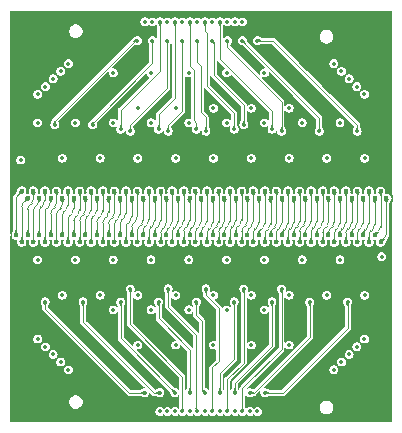
<source format=gbr>
%TF.GenerationSoftware,KiCad,Pcbnew,9.0.6*%
%TF.CreationDate,2025-11-12T11:45:23+01:00*%
%TF.ProjectId,S13552_64Ch_Adapter_BGA2803_V2,53313335-3532-45f3-9634-43685f416461,1*%
%TF.SameCoordinates,Original*%
%TF.FileFunction,Copper,L3,Inr*%
%TF.FilePolarity,Positive*%
%FSLAX46Y46*%
G04 Gerber Fmt 4.6, Leading zero omitted, Abs format (unit mm)*
G04 Created by KiCad (PCBNEW 9.0.6) date 2025-11-12 11:45:23*
%MOMM*%
%LPD*%
G01*
G04 APERTURE LIST*
%TA.AperFunction,Conductor*%
%ADD10C,0.100000*%
%TD*%
%TA.AperFunction,ComponentPad*%
%ADD11O,3.000000X2.600000*%
%TD*%
%TA.AperFunction,ViaPad*%
%ADD12C,0.400000*%
%TD*%
%TA.AperFunction,ViaPad*%
%ADD13C,0.350000*%
%TD*%
G04 APERTURE END LIST*
D10*
%TO.N,GND*%
X116730000Y-58877107D02*
X116730000Y-59377107D01*
X84490000Y-61967107D02*
X84490000Y-62467107D01*
%TD*%
D11*
%TO.N,GND*%
%TO.C,H102*%
X86340000Y-45167114D03*
%TD*%
%TO.N,GND*%
%TO.C,H104*%
X114879999Y-76167098D03*
%TD*%
%TO.N,GND*%
%TO.C,H103*%
X86340000Y-76167098D03*
%TD*%
%TO.N,GND*%
%TO.C,H101*%
X114880000Y-45167114D03*
%TD*%
D12*
%TO.N,Ch_6*%
X113840000Y-58517107D03*
X113350000Y-62217107D03*
%TO.N,Ch_26*%
X103550000Y-62217107D03*
X104040000Y-58517107D03*
%TO.N,Ch_22*%
X105510000Y-62217107D03*
X106000000Y-58517107D03*
%TO.N,Ch_11*%
X110900000Y-62817107D03*
X111390000Y-59117107D03*
%TO.N,Ch_30*%
X101590000Y-62217107D03*
X102080000Y-58517107D03*
%TO.N,Ch_10*%
X111390000Y-62217107D03*
X111880000Y-58517107D03*
%TO.N,Ch_62*%
X85910000Y-62217107D03*
X86400000Y-58517107D03*
%TO.N,Ch_21*%
X106000000Y-62817107D03*
X106490000Y-59117107D03*
%TO.N,Ch_43*%
X95220000Y-62817107D03*
X95710000Y-59117107D03*
%TO.N,Ch_51*%
X91790000Y-59117107D03*
X91300000Y-62817107D03*
%TO.N,Ch_64*%
X84930000Y-62217107D03*
X85420000Y-58517107D03*
%TO.N,Ch_52*%
X91300000Y-58517107D03*
X90810000Y-62217107D03*
%TO.N,Ch_18*%
X107470000Y-62217107D03*
X107960000Y-58517107D03*
%TO.N,Ch_40*%
X97180000Y-58517107D03*
X96690000Y-62217107D03*
%TO.N,Ch_16*%
X108450000Y-62217107D03*
X108940000Y-58517107D03*
%TO.N,Ch_23*%
X105020000Y-62817107D03*
X105510000Y-59117107D03*
%TO.N,Ch_32*%
X100610000Y-62217107D03*
X101100000Y-58517107D03*
%TO.N,Ch_8*%
X112860000Y-58517107D03*
X112370000Y-62217107D03*
%TO.N,Ch_37*%
X98650000Y-59117107D03*
X98160000Y-62817107D03*
%TO.N,Ch_19*%
X106980000Y-62817107D03*
X107470000Y-59117107D03*
%TO.N,Ch_59*%
X87380000Y-62817107D03*
X87870000Y-59117107D03*
%TO.N,Ch_46*%
X93750000Y-62217107D03*
X94240000Y-58517107D03*
%TO.N,Ch_3*%
X114820000Y-62817107D03*
X115310000Y-59117107D03*
%TO.N,Ch_60*%
X86890000Y-62217107D03*
X87380000Y-58517107D03*
%TO.N,Ch_1*%
X115800000Y-62817107D03*
X116290000Y-59117107D03*
%TO.N,Ch_49*%
X92280000Y-62817107D03*
X92770000Y-59117107D03*
%TO.N,Ch_35*%
X99140000Y-62817107D03*
X99630000Y-59117107D03*
%TO.N,Ch_39*%
X97670000Y-59117107D03*
X97180000Y-62817107D03*
%TO.N,Ch_27*%
X103060000Y-62817107D03*
X103550000Y-59117107D03*
%TO.N,Ch_9*%
X112370000Y-59117107D03*
X111880000Y-62817107D03*
%TO.N,Ch_5*%
X114330000Y-59117107D03*
X113840000Y-62817107D03*
%TO.N,Ch_7*%
X113350000Y-59117107D03*
X112860000Y-62817107D03*
%TO.N,Ch_41*%
X96200000Y-62817107D03*
X96690000Y-59117107D03*
%TO.N,Ch_61*%
X86400000Y-62817107D03*
X86890000Y-59117107D03*
%TO.N,Ch_4*%
X114330000Y-62217107D03*
X114820000Y-58517107D03*
%TO.N,Ch_54*%
X90320000Y-58517107D03*
X89830000Y-62217107D03*
%TO.N,Ch_12*%
X110410000Y-62217107D03*
X110900000Y-58517107D03*
%TO.N,Ch_31*%
X101590000Y-59117107D03*
X101100000Y-62817107D03*
%TO.N,Ch_58*%
X87870000Y-62217107D03*
X88360000Y-58517107D03*
%TO.N,Ch_38*%
X98160000Y-58517107D03*
X97670000Y-62217107D03*
%TO.N,Ch_48*%
X93260000Y-58517107D03*
X92770000Y-62217107D03*
%TO.N,Ch_45*%
X94240000Y-62817107D03*
X94730000Y-59117107D03*
%TO.N,Ch_55*%
X89830000Y-59117107D03*
X89340000Y-62817107D03*
%TO.N,Ch_53*%
X90810000Y-59117107D03*
X90320000Y-62817107D03*
%TO.N,Ch_29*%
X102570000Y-59117107D03*
X102080000Y-62817107D03*
%TO.N,Ch_34*%
X99630000Y-62217107D03*
X100120000Y-58517107D03*
%TO.N,Ch_24*%
X105020000Y-58517107D03*
X104530000Y-62217107D03*
%TO.N,Ch_56*%
X88850000Y-62217107D03*
X89340000Y-58517107D03*
%TO.N,Ch_44*%
X94730000Y-62217107D03*
X95220000Y-58517107D03*
%TO.N,Ch_50*%
X92280000Y-58517107D03*
X91790000Y-62217107D03*
%TO.N,Ch_47*%
X93750000Y-59117107D03*
X93260000Y-62817107D03*
%TO.N,Ch_57*%
X88360000Y-62817107D03*
X88850000Y-59117107D03*
%TO.N,Ch_17*%
X108450000Y-59117107D03*
X107960000Y-62817107D03*
%TO.N,Ch_42*%
X96200000Y-58517107D03*
X95710000Y-62217107D03*
%TO.N,Ch_20*%
X106980000Y-58517107D03*
X106490000Y-62217107D03*
%TO.N,Ch_63*%
X85910000Y-59117107D03*
X85420000Y-62817107D03*
%TO.N,Ch_33*%
X100120000Y-62817107D03*
X100610000Y-59117107D03*
%TO.N,Ch_14*%
X109430000Y-62217107D03*
X109920000Y-58517107D03*
%TO.N,Ch_36*%
X99140000Y-58517107D03*
X98650000Y-62217107D03*
%TO.N,Ch_2*%
X115800000Y-58517107D03*
X115310000Y-62217107D03*
%TO.N,Ch_25*%
X104040000Y-62817107D03*
X104530000Y-59117107D03*
%TO.N,Ch_13*%
X110410000Y-59117107D03*
X109920000Y-62817107D03*
%TO.N,Ch_15*%
X108940000Y-62817107D03*
X109430000Y-59117107D03*
%TO.N,Ch_28*%
X102570000Y-62217107D03*
X103060000Y-58517107D03*
D13*
%TO.N,GND*%
X113500000Y-50737107D03*
X116245052Y-49407518D03*
X93110000Y-57267107D03*
X85910002Y-63163375D03*
X87400590Y-48327696D03*
X90119479Y-48286586D03*
X97590000Y-50597107D03*
X100530000Y-54507107D03*
X115560000Y-53057107D03*
X90810000Y-58170838D03*
X91402500Y-75567098D03*
X116210000Y-50747107D03*
X93860000Y-63727107D03*
X88100000Y-77417107D03*
X109817500Y-44167114D03*
X106490002Y-63163375D03*
X107470000Y-58170838D03*
X113410000Y-54517107D03*
X115484651Y-70734635D03*
X91890000Y-68487107D03*
X87380000Y-74377107D03*
X85670000Y-51667107D03*
X86741204Y-72112619D03*
X98650002Y-63163375D03*
X85130000Y-73297107D03*
X85910000Y-58170838D03*
X101610000Y-57227107D03*
X88270000Y-75137107D03*
X85680000Y-64847107D03*
X115540000Y-55987107D03*
X97670002Y-63163375D03*
X102900000Y-57447107D03*
X90810002Y-63163375D03*
X108510000Y-57157107D03*
X85060000Y-67327107D03*
X85680000Y-70580000D03*
X112070000Y-70077107D03*
X93630000Y-73367107D03*
X98650000Y-58170838D03*
X102570000Y-58170838D03*
X110420000Y-57397107D03*
X111840000Y-49017107D03*
X107470002Y-63163375D03*
X89830002Y-63163375D03*
X101590000Y-58170838D03*
X113229547Y-46495772D03*
X110710000Y-47797107D03*
X92037500Y-44167114D03*
X110210000Y-54547107D03*
X114330002Y-63163375D03*
X91090000Y-66017107D03*
X84940000Y-46887107D03*
X92037500Y-77167098D03*
X115800000Y-68497107D03*
X94210000Y-54457107D03*
X91790000Y-58170838D03*
X84808359Y-62804650D03*
X115560000Y-51050000D03*
X91450000Y-57397107D03*
X113170641Y-47678926D03*
X102570002Y-63163375D03*
X109817500Y-77167098D03*
X97670000Y-58170838D03*
X111920000Y-56797107D03*
X115116952Y-71708968D03*
X116170000Y-52250000D03*
X112370000Y-58170838D03*
X115790000Y-65837107D03*
X114600000Y-72767107D03*
X114468181Y-48976466D03*
X88710000Y-68537107D03*
X87870002Y-63163375D03*
X92037500Y-45767114D03*
X86530000Y-57307107D03*
X109182500Y-77167098D03*
X110230000Y-66027107D03*
X95980000Y-47057107D03*
X113350002Y-63163375D03*
X115790000Y-67147107D03*
X88049360Y-47678926D03*
X115116952Y-49625237D03*
X114500000Y-68527107D03*
X97400000Y-54577107D03*
X114320000Y-47477107D03*
X93307500Y-75567098D03*
X115460000Y-69507107D03*
X90630000Y-47477107D03*
X108450002Y-63163375D03*
X100610002Y-63163375D03*
X113819411Y-73006509D03*
X112521870Y-47030155D03*
X100610000Y-58170838D03*
X93750002Y-63163375D03*
X97420000Y-65967107D03*
X94730002Y-63163375D03*
X85030000Y-71477107D03*
X91150000Y-74142114D03*
X111390002Y-63163375D03*
X85430000Y-53077107D03*
X115200000Y-57207107D03*
X116380000Y-72910000D03*
X104530000Y-58170838D03*
X113170641Y-73655279D03*
X86103049Y-49625237D03*
X92770000Y-58170838D03*
X110410002Y-63163375D03*
X103810000Y-66007107D03*
X109010000Y-63637107D03*
X111190000Y-68557107D03*
X90367505Y-73262144D03*
X103550002Y-63163375D03*
X85550000Y-52357107D03*
X100600000Y-65977107D03*
X87870000Y-58170838D03*
X113430000Y-66057107D03*
X89830000Y-58170838D03*
X93750000Y-58170838D03*
X110660000Y-73807107D03*
X103550000Y-58170838D03*
X116399994Y-58520161D03*
X115490000Y-48297107D03*
X91790002Y-63163375D03*
X112990000Y-77370000D03*
X88850000Y-58170838D03*
X91402500Y-44167114D03*
X89660000Y-57517107D03*
X115310000Y-58170838D03*
X115008007Y-73973872D03*
X85100000Y-48077107D03*
X85570000Y-72467107D03*
X104810000Y-72737107D03*
X91402500Y-77167098D03*
X105510000Y-58170838D03*
X107060000Y-65947107D03*
X87860000Y-70797107D03*
X88698130Y-74304050D03*
X108450000Y-58170838D03*
X87740000Y-54507107D03*
X101560000Y-72717107D03*
X104530002Y-63163375D03*
X85590000Y-68227107D03*
X92672500Y-75567098D03*
X109182500Y-75567098D03*
X93942500Y-45767114D03*
X108800000Y-73257107D03*
X96690002Y-63163375D03*
X103770000Y-54517107D03*
X87400589Y-73006509D03*
X91010000Y-70917107D03*
X103890000Y-50087107D03*
X86890000Y-58170838D03*
X99630002Y-63163375D03*
X116090000Y-53957107D03*
X86110000Y-47167107D03*
X90950000Y-54467107D03*
X94250000Y-50507107D03*
X96330000Y-57267107D03*
X95710000Y-58170838D03*
X86751820Y-48976466D03*
X109817500Y-45767114D03*
X85040000Y-63957107D03*
X101590002Y-63163375D03*
X115310002Y-63163375D03*
X99620000Y-57247107D03*
X112521870Y-74304050D03*
X108547500Y-45767114D03*
X115530000Y-54947107D03*
X114330000Y-58170838D03*
X110410000Y-58170838D03*
X88049359Y-73655279D03*
X97980000Y-57337107D03*
X107030000Y-54487107D03*
X107420000Y-57437107D03*
X113819411Y-48327696D03*
X86103048Y-71708968D03*
X109430002Y-63163375D03*
X111390000Y-58170838D03*
X110560000Y-46617107D03*
X110390000Y-71507107D03*
X85670000Y-50747107D03*
X112370002Y-63163375D03*
X85030000Y-70197107D03*
X94505991Y-57405039D03*
X116300000Y-46647107D03*
X88698131Y-47030155D03*
X106490000Y-58170838D03*
X95710002Y-63163375D03*
X88850002Y-63163375D03*
X110320000Y-50587107D03*
X86700000Y-73707107D03*
X88330000Y-57317107D03*
X107110000Y-49817107D03*
X85600000Y-66557107D03*
X116040000Y-57447107D03*
X94240000Y-65967107D03*
X113060000Y-63747107D03*
X105510002Y-63163375D03*
X92770002Y-63163375D03*
X109182500Y-45767114D03*
X86890002Y-63163375D03*
X94350000Y-70287107D03*
X96690000Y-58170838D03*
X94730000Y-58170838D03*
X97270000Y-70307107D03*
X99630000Y-58170838D03*
X113350000Y-58170838D03*
X116290000Y-47607107D03*
X109182500Y-44167114D03*
X85010000Y-68877107D03*
X99600000Y-63667107D03*
X99010000Y-72317107D03*
X92520000Y-72787107D03*
X103100000Y-63657107D03*
X85100000Y-65777107D03*
X109430000Y-58170838D03*
X87860000Y-66067107D03*
X92037500Y-75567098D03*
X96482500Y-77167098D03*
X107912500Y-45767114D03*
X90810000Y-52872809D03*
X87610001Y-52872810D03*
X92672500Y-45767114D03*
X93942500Y-75567098D03*
X104737500Y-44167114D03*
X93307500Y-45767114D03*
X108547500Y-75567098D03*
X106007500Y-77167098D03*
X95847500Y-77167098D03*
X95212500Y-44167114D03*
X105372500Y-44167114D03*
%TO.N,+3V3*%
X105965000Y-64324214D03*
X104855000Y-51484214D03*
X93165000Y-64324214D03*
X99565000Y-68554214D03*
X98455000Y-55714214D03*
X88855000Y-55714214D03*
X109165000Y-64324214D03*
X102765000Y-68554214D03*
X99565000Y-64324214D03*
X89965000Y-64324214D03*
X104855000Y-55714214D03*
X93165000Y-68554214D03*
X95255000Y-51484214D03*
X96365000Y-68554214D03*
X108055000Y-51484214D03*
X112365000Y-64324214D03*
X92055000Y-55714214D03*
X95255000Y-55714214D03*
X98455000Y-51484214D03*
X111255000Y-55714214D03*
X101655000Y-51484214D03*
X102765000Y-64324214D03*
X96365000Y-64324214D03*
X86765000Y-64324214D03*
X114455000Y-55714214D03*
X105965000Y-68554214D03*
X108055000Y-55714214D03*
X101655000Y-55714214D03*
%TO.N,+1V1*%
X95255000Y-71544214D03*
X99565000Y-52724214D03*
X102765000Y-52724214D03*
X93165000Y-48494214D03*
X112491819Y-72976457D03*
X114438130Y-71030146D03*
X101655000Y-71544214D03*
X108055000Y-71544214D03*
X87430642Y-49655288D03*
X111843048Y-47708977D03*
X92055000Y-67314214D03*
X111843048Y-73625228D03*
X98455000Y-67314214D03*
X113789359Y-71678917D03*
X86781871Y-50304059D03*
X88079411Y-72327687D03*
X96365000Y-52724214D03*
X113140589Y-49006518D03*
X89376953Y-47708977D03*
X104855000Y-71544214D03*
X86765000Y-52724214D03*
X99565000Y-48494214D03*
X89376952Y-73625228D03*
X105965000Y-48494214D03*
X98455000Y-71544214D03*
X86781870Y-71030146D03*
X88728181Y-72976457D03*
X101655000Y-67314214D03*
X113789359Y-49655288D03*
X114455000Y-67314214D03*
X113140589Y-72327687D03*
X109165000Y-52724214D03*
X88079412Y-49006518D03*
X88728182Y-48357748D03*
X93165000Y-52724214D03*
X114438130Y-50304059D03*
X102765000Y-48494214D03*
X89965000Y-52724214D03*
X96365000Y-48494214D03*
X105965000Y-52724214D03*
X88855000Y-67314214D03*
X95255000Y-67314214D03*
X111255000Y-67314214D03*
X112365000Y-52724214D03*
X87430641Y-71678917D03*
X112491819Y-48357748D03*
X104855000Y-67314214D03*
X108055000Y-67314214D03*
%TO.N,Net-(C1-Pad1)*%
X115897107Y-64054214D03*
%TO.N,Net-(C2-Pad1)*%
X85327107Y-55874214D03*
%TO.N,out_Ch_50*%
X97752500Y-45767114D03*
X94615000Y-53442107D03*
%TO.N,out_Ch_62*%
X88215000Y-52902107D03*
X95212500Y-45767114D03*
%TO.N,out_Ch_56*%
X91415000Y-52902107D03*
X96482500Y-45767114D03*
%TO.N,out_Ch_48*%
X93805000Y-53264214D03*
X97117500Y-44167114D03*
%TO.N,out_Ch_42*%
X97815000Y-53442107D03*
X99022500Y-45767114D03*
%TO.N,out_Ch_32*%
X101015000Y-53442107D03*
X100292500Y-45767114D03*
%TO.N,out_Ch_22*%
X101562500Y-45767114D03*
X104215000Y-52902107D03*
%TO.N,out_Ch_12*%
X102832500Y-45767114D03*
X107415000Y-53442107D03*
%TO.N,out_Ch_6*%
X110615000Y-53442107D03*
X104102500Y-45767114D03*
%TO.N,out_Ch_2*%
X105372500Y-45767114D03*
X113815000Y-53442107D03*
%TO.N,out_Ch_40*%
X97005000Y-53264214D03*
X98387500Y-44167114D03*
%TO.N,out_Ch_34*%
X100205000Y-53264214D03*
X99657500Y-44167114D03*
%TO.N,out_Ch_26*%
X103405000Y-53264214D03*
X100927500Y-44167114D03*
%TO.N,out_Ch_20*%
X106605000Y-53264214D03*
X102197500Y-44167114D03*
%TO.N,out_Ch_60*%
X95847500Y-44167114D03*
%TO.N,out_Ch_54*%
X96482500Y-44167114D03*
%TO.N,out_Ch_8*%
X104102500Y-44167114D03*
%TO.N,out_Ch_44*%
X97752500Y-44167114D03*
%TO.N,out_Ch_36*%
X99022500Y-44167114D03*
%TO.N,out_Ch_30*%
X100292500Y-44167114D03*
%TO.N,out_Ch_24*%
X101562500Y-44167114D03*
%TO.N,out_Ch_16*%
X102832500Y-44167114D03*
%TO.N,out_Ch_14*%
X103467500Y-44167114D03*
%TO.N,out_Ch_13*%
X104737500Y-77167098D03*
%TO.N,out_Ch_19*%
X107415000Y-66774214D03*
X104102500Y-77167098D03*
%TO.N,out_Ch_25*%
X104215000Y-66774214D03*
X102832500Y-77167098D03*
%TO.N,out_Ch_35*%
X100927500Y-77167098D03*
%TO.N,out_Ch_51*%
X97752500Y-77167098D03*
%TO.N,out_Ch_5*%
X105372500Y-77167098D03*
%TO.N,out_Ch_45*%
X94615000Y-66774214D03*
X99022500Y-77167098D03*
%TO.N,out_Ch_41*%
X99657500Y-77167098D03*
%TO.N,out_Ch_49*%
X98387500Y-77167098D03*
%TO.N,out_Ch_29*%
X102197500Y-77167098D03*
%TO.N,out_Ch_39*%
X97815000Y-66774214D03*
X100292500Y-77167098D03*
%TO.N,out_Ch_21*%
X103467500Y-77167098D03*
%TO.N,out_Ch_59*%
X97117500Y-77167098D03*
%TO.N,out_Ch_31*%
X101015000Y-66774214D03*
X101562500Y-77167098D03*
%TO.N,out_Ch_63*%
X95847500Y-75567098D03*
X87405000Y-67892107D03*
%TO.N,out_Ch_23*%
X102197500Y-75567098D03*
X103405000Y-67892107D03*
%TO.N,out_Ch_43*%
X99657500Y-75567098D03*
X97005000Y-67892107D03*
%TO.N,out_Ch_15*%
X103467500Y-75567098D03*
X106605000Y-67892107D03*
%TO.N,out_Ch_53*%
X93805000Y-67892107D03*
X98387500Y-75567098D03*
%TO.N,out_Ch_9*%
X109805000Y-67892107D03*
X104737500Y-75567098D03*
%TO.N,out_Ch_3*%
X113005000Y-67892107D03*
X106007500Y-75567098D03*
%TO.N,out_Ch_57*%
X90605000Y-67892107D03*
X97117500Y-75567098D03*
%TO.N,out_Ch_33*%
X100927500Y-75567098D03*
X100205000Y-67892107D03*
%TD*%
D10*
%TO.N,Ch_6*%
X113840000Y-61130000D02*
X113840000Y-58517107D01*
X113350000Y-62217107D02*
X113350000Y-62034214D01*
X113496447Y-61680660D02*
X113693554Y-61483553D01*
X113496447Y-61680660D02*
G75*
G03*
X113350010Y-62034214I353553J-353540D01*
G01*
X113693554Y-61483553D02*
G75*
G03*
X113840000Y-61130000I-353554J353553D01*
G01*
%TO.N,Ch_26*%
X103550000Y-62217107D02*
X103550000Y-61819892D01*
X103696447Y-61466338D02*
X103893554Y-61269231D01*
X104040000Y-60915678D02*
X104040000Y-58517107D01*
X103893554Y-61269231D02*
G75*
G03*
X104039985Y-60915678I-353554J353531D01*
G01*
X103550000Y-61819892D02*
G75*
G02*
X103696451Y-61466342I500000J-8D01*
G01*
%TO.N,Ch_22*%
X105656447Y-61750660D02*
X105853554Y-61553553D01*
X105510000Y-62217107D02*
X105510000Y-62104214D01*
X106000000Y-61200000D02*
X106000000Y-58517107D01*
X105656447Y-61750660D02*
G75*
G03*
X105510010Y-62104214I353553J-353540D01*
G01*
X105853554Y-61553553D02*
G75*
G03*
X106000000Y-61200000I-353554J353553D01*
G01*
%TO.N,Ch_11*%
X111046447Y-61640660D02*
X111243554Y-61443553D01*
X111390000Y-61090000D02*
X111390000Y-59117107D01*
X110900000Y-62817107D02*
X110900000Y-61994214D01*
X111046447Y-61640660D02*
G75*
G03*
X110900010Y-61994214I353553J-353540D01*
G01*
X111243554Y-61443553D02*
G75*
G03*
X111390000Y-61090000I-353554J353553D01*
G01*
%TO.N,Ch_30*%
X101590000Y-62217107D02*
X101590000Y-61999892D01*
X101736447Y-61646338D02*
X101933554Y-61449231D01*
X102080000Y-61095678D02*
X102080000Y-58517107D01*
X101590000Y-61999892D02*
G75*
G02*
X101736451Y-61646342I500000J-8D01*
G01*
X102080000Y-61095678D02*
G75*
G02*
X101933565Y-61449242I-500000J-22D01*
G01*
%TO.N,Ch_10*%
X111536447Y-61650660D02*
X111733554Y-61453553D01*
X111390000Y-62217107D02*
X111390000Y-62004214D01*
X111880000Y-61100000D02*
X111880000Y-58517107D01*
X111390000Y-62004214D02*
G75*
G02*
X111536440Y-61650653I500000J14D01*
G01*
X111733554Y-61453553D02*
G75*
G03*
X111880000Y-61100000I-353554J353553D01*
G01*
%TO.N,Ch_62*%
X86400000Y-59160000D02*
X86400000Y-58517107D01*
X86056447Y-59710660D02*
X86253554Y-59513553D01*
X85910000Y-62217107D02*
X85910000Y-60064214D01*
X85910000Y-60064214D02*
G75*
G02*
X86056440Y-59710653I500000J14D01*
G01*
X86400000Y-59160000D02*
G75*
G02*
X86253554Y-59513553I-500000J0D01*
G01*
%TO.N,Ch_21*%
X106000000Y-62817107D02*
X106000000Y-62164214D01*
X106490000Y-61260000D02*
X106490000Y-59117107D01*
X106146447Y-61810660D02*
X106343554Y-61613553D01*
X106000000Y-62164214D02*
G75*
G02*
X106146440Y-61810653I500000J14D01*
G01*
X106490000Y-61260000D02*
G75*
G02*
X106343554Y-61613553I-500000J0D01*
G01*
%TO.N,Ch_43*%
X95220000Y-62817107D02*
X95220000Y-61824214D01*
X95710000Y-60920000D02*
X95710000Y-59117107D01*
X95366447Y-61470660D02*
X95563554Y-61273553D01*
X95220000Y-61824214D02*
G75*
G02*
X95366440Y-61470653I500000J14D01*
G01*
X95710000Y-60920000D02*
G75*
G02*
X95563554Y-61273553I-500000J0D01*
G01*
%TO.N,Ch_51*%
X91790000Y-60090000D02*
X91790000Y-59117107D01*
X91446447Y-60640660D02*
X91643554Y-60443553D01*
X91300000Y-62817107D02*
X91300000Y-60994214D01*
X91790000Y-60090000D02*
G75*
G02*
X91643554Y-60443553I-500000J0D01*
G01*
X91446447Y-60640660D02*
G75*
G03*
X91300010Y-60994214I353553J-353540D01*
G01*
%TO.N,Ch_64*%
X85076447Y-58860660D02*
X85420000Y-58517107D01*
X84930000Y-62217107D02*
X84930000Y-59214214D01*
X84930000Y-59214214D02*
G75*
G02*
X85076440Y-58860653I500000J14D01*
G01*
%TO.N,Ch_52*%
X90810000Y-62217107D02*
X90810000Y-60974214D01*
X91300000Y-60070000D02*
X91300000Y-58517107D01*
X90956447Y-60620660D02*
X91153554Y-60423553D01*
X91153554Y-60423553D02*
G75*
G03*
X91300000Y-60070000I-353554J353553D01*
G01*
X90810000Y-60974214D02*
G75*
G02*
X90956440Y-60620653I500000J14D01*
G01*
%TO.N,Ch_18*%
X107470000Y-62217107D02*
X107470000Y-62114214D01*
X107616447Y-61760660D02*
X107813554Y-61563553D01*
X107960000Y-61210000D02*
X107960000Y-58517107D01*
X107470000Y-62114214D02*
G75*
G02*
X107616440Y-61760653I500000J14D01*
G01*
X107960000Y-61210000D02*
G75*
G02*
X107813554Y-61563553I-500000J0D01*
G01*
%TO.N,Ch_40*%
X97180000Y-60970000D02*
X97180000Y-58517107D01*
X96836447Y-61520660D02*
X97033554Y-61323553D01*
X96690000Y-62217107D02*
X96690000Y-61874214D01*
X97033554Y-61323553D02*
G75*
G03*
X97180000Y-60970000I-353554J353553D01*
G01*
X96836447Y-61520660D02*
G75*
G03*
X96690010Y-61874214I353553J-353540D01*
G01*
%TO.N,Ch_16*%
X108596447Y-61630660D02*
X108793554Y-61433553D01*
X108450000Y-62217107D02*
X108450000Y-61984214D01*
X108940000Y-61080000D02*
X108940000Y-58517107D01*
X108793554Y-61433553D02*
G75*
G03*
X108940000Y-61080000I-353554J353553D01*
G01*
X108596447Y-61630660D02*
G75*
G03*
X108450010Y-61984214I353553J-353540D01*
G01*
%TO.N,Ch_23*%
X105020000Y-62817107D02*
X105020000Y-62034214D01*
X105166447Y-61680660D02*
X105363554Y-61483553D01*
X105510000Y-61130000D02*
X105510000Y-59117107D01*
X105363554Y-61483553D02*
G75*
G03*
X105510000Y-61130000I-353554J353553D01*
G01*
X105166447Y-61680660D02*
G75*
G03*
X105020010Y-62034214I353553J-353540D01*
G01*
%TO.N,Ch_32*%
X100610000Y-62217107D02*
X100610000Y-61934214D01*
X100756447Y-61580660D02*
X100953554Y-61383553D01*
X101100000Y-61030000D02*
X101100000Y-58517107D01*
X100610000Y-61934214D02*
G75*
G02*
X100756440Y-61580653I500000J14D01*
G01*
X101100000Y-61030000D02*
G75*
G02*
X100953554Y-61383553I-500000J0D01*
G01*
%TO.N,Ch_8*%
X112516447Y-61700660D02*
X112713554Y-61503553D01*
X112860000Y-61150000D02*
X112860000Y-58517107D01*
X112370000Y-62217107D02*
X112370000Y-62054214D01*
X112370000Y-62054214D02*
G75*
G02*
X112516440Y-61700653I500000J14D01*
G01*
X112860000Y-61150000D02*
G75*
G02*
X112713554Y-61503553I-500000J0D01*
G01*
%TO.N,Ch_37*%
X98160000Y-62817107D02*
X98160000Y-61954214D01*
X98306447Y-61600660D02*
X98503554Y-61403553D01*
X98650000Y-61050000D02*
X98650000Y-59117107D01*
X98650000Y-61050000D02*
G75*
G02*
X98503554Y-61403553I-500000J0D01*
G01*
X98160000Y-61954214D02*
G75*
G02*
X98306440Y-61600653I500000J14D01*
G01*
%TO.N,Ch_19*%
X107470000Y-61131356D02*
X107470000Y-59117107D01*
X106980000Y-62817107D02*
X106980000Y-62035570D01*
X107126447Y-61682016D02*
X107323554Y-61484909D01*
X107470000Y-61131356D02*
G75*
G02*
X107323576Y-61484931I-500000J-44D01*
G01*
X107126447Y-61682016D02*
G75*
G03*
X106979979Y-62035570I353553J-353584D01*
G01*
%TO.N,Ch_59*%
X87380000Y-62817107D02*
X87380000Y-60274214D01*
X87870000Y-59370000D02*
X87870000Y-59117107D01*
X87526447Y-59920660D02*
X87723554Y-59723553D01*
X87870000Y-59370000D02*
G75*
G02*
X87723554Y-59723553I-500000J0D01*
G01*
X87380000Y-60274214D02*
G75*
G02*
X87526440Y-59920653I500000J14D01*
G01*
%TO.N,Ch_46*%
X93750000Y-62217107D02*
X93750000Y-61264214D01*
X93896447Y-60910660D02*
X94093554Y-60713553D01*
X94240000Y-60360000D02*
X94240000Y-58517107D01*
X93896447Y-60910660D02*
G75*
G03*
X93750010Y-61264214I353553J-353540D01*
G01*
X94240000Y-60360000D02*
G75*
G02*
X94093554Y-60713553I-500000J0D01*
G01*
%TO.N,Ch_3*%
X115310000Y-61300000D02*
X115310000Y-59117107D01*
X114966447Y-61850660D02*
X115163554Y-61653553D01*
X114820000Y-62817107D02*
X114820000Y-62204214D01*
X114820000Y-62204214D02*
G75*
G02*
X114966440Y-61850653I500000J14D01*
G01*
X115310000Y-61300000D02*
G75*
G02*
X115163554Y-61653553I-500000J0D01*
G01*
%TO.N,Ch_60*%
X87380000Y-58557107D02*
X87430000Y-58607107D01*
X87380000Y-58517107D02*
X87380000Y-58557107D01*
X87380000Y-59280000D02*
X87380000Y-58517107D01*
X87036447Y-59830660D02*
X87233554Y-59633553D01*
X86890000Y-62217107D02*
X86890000Y-60184214D01*
X87380000Y-59280000D02*
G75*
G02*
X87233554Y-59633553I-500000J0D01*
G01*
X86890000Y-60184214D02*
G75*
G02*
X87036440Y-59830653I500000J14D01*
G01*
%TO.N,Ch_1*%
X116290000Y-62120000D02*
X116290000Y-59117107D01*
X115800000Y-62817107D02*
X116143554Y-62473553D01*
X116290000Y-62120000D02*
G75*
G02*
X116143554Y-62473553I-500000J0D01*
G01*
%TO.N,Ch_49*%
X92280000Y-62817107D02*
X92280000Y-61174214D01*
X92426447Y-60820660D02*
X92623554Y-60623553D01*
X92770000Y-60270000D02*
X92770000Y-59117107D01*
X92426447Y-60820660D02*
G75*
G03*
X92280010Y-61174214I353553J-353540D01*
G01*
X92623554Y-60623553D02*
G75*
G03*
X92770000Y-60270000I-353554J353553D01*
G01*
%TO.N,Ch_35*%
X99630000Y-60980000D02*
X99630000Y-59117107D01*
X99286447Y-61530660D02*
X99483554Y-61333553D01*
X99140000Y-62817107D02*
X99140000Y-61884214D01*
X99630000Y-60980000D02*
G75*
G02*
X99483554Y-61333553I-500000J0D01*
G01*
X99140000Y-61884214D02*
G75*
G02*
X99286440Y-61530653I500000J14D01*
G01*
%TO.N,Ch_39*%
X97326447Y-61690660D02*
X97523554Y-61493553D01*
X97180000Y-62817107D02*
X97180000Y-62044214D01*
X97670000Y-61140000D02*
X97670000Y-59117107D01*
X97326447Y-61690660D02*
G75*
G03*
X97180010Y-62044214I353553J-353540D01*
G01*
X97523554Y-61493553D02*
G75*
G03*
X97670000Y-61140000I-353554J353553D01*
G01*
%TO.N,Ch_27*%
X103060000Y-62817107D02*
X103060000Y-61884214D01*
X103206447Y-61530660D02*
X103403554Y-61333553D01*
X103550000Y-60980000D02*
X103550000Y-59117107D01*
X103403554Y-61333553D02*
G75*
G03*
X103550000Y-60980000I-353554J353553D01*
G01*
X103206447Y-61530660D02*
G75*
G03*
X103060010Y-61884214I353553J-353540D01*
G01*
%TO.N,Ch_9*%
X112026447Y-61750660D02*
X112223554Y-61553553D01*
X111880000Y-62817107D02*
X111880000Y-62104214D01*
X112370000Y-61200000D02*
X112370000Y-59117107D01*
X112223554Y-61553553D02*
G75*
G03*
X112370000Y-61200000I-353554J353553D01*
G01*
X111880000Y-62104214D02*
G75*
G02*
X112026440Y-61750653I500000J14D01*
G01*
%TO.N,Ch_5*%
X113840000Y-62817107D02*
X113840000Y-62074214D01*
X113986447Y-61720660D02*
X114183554Y-61523553D01*
X114330000Y-61170000D02*
X114330000Y-59117107D01*
X114330000Y-61170000D02*
G75*
G02*
X114183554Y-61523553I-500000J0D01*
G01*
X113840000Y-62074214D02*
G75*
G02*
X113986440Y-61720653I500000J14D01*
G01*
%TO.N,Ch_7*%
X113006447Y-61680660D02*
X113203554Y-61483553D01*
X113350000Y-61130000D02*
X113350000Y-59117107D01*
X112860000Y-62817107D02*
X112860000Y-62034214D01*
X113350000Y-61130000D02*
G75*
G02*
X113203554Y-61483553I-500000J0D01*
G01*
X112860000Y-62034214D02*
G75*
G02*
X113006440Y-61680653I500000J14D01*
G01*
%TO.N,Ch_41*%
X96346447Y-61530660D02*
X96543554Y-61333553D01*
X96200000Y-62817107D02*
X96200000Y-61884214D01*
X96690000Y-60980000D02*
X96690000Y-59117107D01*
X96690000Y-60980000D02*
G75*
G02*
X96543554Y-61333553I-500000J0D01*
G01*
X96346447Y-61530660D02*
G75*
G03*
X96200010Y-61884214I353553J-353540D01*
G01*
%TO.N,Ch_61*%
X86400000Y-62817107D02*
X86400000Y-60164214D01*
X86546447Y-59810660D02*
X86743554Y-59613553D01*
X86890000Y-59260000D02*
X86890000Y-59117107D01*
X86400000Y-60164214D02*
G75*
G02*
X86546440Y-59810653I500000J14D01*
G01*
X86890000Y-59260000D02*
G75*
G02*
X86743554Y-59613553I-500000J0D01*
G01*
%TO.N,Ch_4*%
X114330000Y-62217107D02*
X114330000Y-62114214D01*
X114476447Y-61760660D02*
X114673554Y-61563553D01*
X114820000Y-61210000D02*
X114820000Y-58517107D01*
X114476447Y-61760660D02*
G75*
G03*
X114330010Y-62114214I353553J-353540D01*
G01*
X114673554Y-61563553D02*
G75*
G03*
X114820000Y-61210000I-353554J353553D01*
G01*
%TO.N,Ch_54*%
X89830000Y-62217107D02*
X89830000Y-60984214D01*
X90320000Y-60080000D02*
X90320000Y-58517107D01*
X89976447Y-60630660D02*
X90173554Y-60433553D01*
X90173554Y-60433553D02*
G75*
G03*
X90320000Y-60080000I-353554J353553D01*
G01*
X89830000Y-60984214D02*
G75*
G02*
X89976440Y-60630653I500000J14D01*
G01*
%TO.N,Ch_12*%
X110410000Y-62217107D02*
X110410000Y-61984214D01*
X110556447Y-61630660D02*
X110753554Y-61433553D01*
X110900000Y-61080000D02*
X110900000Y-58517107D01*
X110900000Y-61080000D02*
G75*
G02*
X110753554Y-61433553I-500000J0D01*
G01*
X110410000Y-61984214D02*
G75*
G02*
X110556440Y-61630653I500000J14D01*
G01*
%TO.N,Ch_31*%
X101100000Y-62817107D02*
X101100000Y-62064214D01*
X101246447Y-61710660D02*
X101443554Y-61513553D01*
X101590000Y-61160000D02*
X101590000Y-59117107D01*
X101100000Y-62064214D02*
G75*
G02*
X101246440Y-61710653I500000J14D01*
G01*
X101590000Y-61160000D02*
G75*
G02*
X101443554Y-61513553I-500000J0D01*
G01*
%TO.N,Ch_58*%
X88016447Y-60060660D02*
X88213554Y-59863553D01*
X88360000Y-59510000D02*
X88360000Y-58517107D01*
X87870000Y-62217107D02*
X87870000Y-60414214D01*
X87870000Y-60414214D02*
G75*
G02*
X88016440Y-60060653I500000J14D01*
G01*
X88360000Y-59510000D02*
G75*
G02*
X88213554Y-59863553I-500000J0D01*
G01*
%TO.N,Ch_38*%
X97816447Y-61630660D02*
X98013554Y-61433553D01*
X98160000Y-61080000D02*
X98160000Y-58517107D01*
X97670000Y-62217107D02*
X97670000Y-61984214D01*
X98013554Y-61433553D02*
G75*
G03*
X98160000Y-61080000I-353554J353553D01*
G01*
X97816447Y-61630660D02*
G75*
G03*
X97670010Y-61984214I353553J-353540D01*
G01*
%TO.N,Ch_48*%
X92770000Y-62217107D02*
X92770000Y-61254214D01*
X92916447Y-60900660D02*
X93113554Y-60703553D01*
X93260000Y-60350000D02*
X93260000Y-58517107D01*
X93113554Y-60703553D02*
G75*
G03*
X93260000Y-60350000I-353554J353553D01*
G01*
X92770000Y-61254214D02*
G75*
G02*
X92916440Y-60900653I500000J14D01*
G01*
%TO.N,Ch_45*%
X94240000Y-62817107D02*
X94240000Y-61544214D01*
X94730000Y-60640000D02*
X94730000Y-59117107D01*
X94386447Y-61190660D02*
X94583554Y-60993553D01*
X94386447Y-61190660D02*
G75*
G03*
X94240010Y-61544214I353553J-353540D01*
G01*
X94583554Y-60993553D02*
G75*
G03*
X94730000Y-60640000I-353554J353553D01*
G01*
%TO.N,Ch_55*%
X89486447Y-60520660D02*
X89683554Y-60323553D01*
X89830000Y-59970000D02*
X89830000Y-59117107D01*
X89340000Y-62817107D02*
X89340000Y-60874214D01*
X89486447Y-60520660D02*
G75*
G03*
X89340010Y-60874214I353553J-353540D01*
G01*
X89830000Y-59970000D02*
G75*
G02*
X89683554Y-60323553I-500000J0D01*
G01*
%TO.N,Ch_53*%
X90320000Y-62817107D02*
X90320000Y-61004214D01*
X90466447Y-60650660D02*
X90663554Y-60453553D01*
X90810000Y-60100000D02*
X90810000Y-59117107D01*
X90320000Y-61004214D02*
G75*
G02*
X90466440Y-60650653I500000J14D01*
G01*
X90663554Y-60453553D02*
G75*
G03*
X90810000Y-60100000I-353554J353553D01*
G01*
%TO.N,Ch_29*%
X102226447Y-61600660D02*
X102423554Y-61403553D01*
X102080000Y-62817107D02*
X102080000Y-61954214D01*
X102570000Y-61050000D02*
X102570000Y-59117107D01*
X102226447Y-61600660D02*
G75*
G03*
X102080010Y-61954214I353553J-353540D01*
G01*
X102570000Y-61050000D02*
G75*
G02*
X102423554Y-61403553I-500000J0D01*
G01*
%TO.N,Ch_34*%
X100120000Y-61060000D02*
X100120000Y-58517107D01*
X99630000Y-62217107D02*
X99630000Y-61964214D01*
X99776447Y-61610660D02*
X99973554Y-61413553D01*
X100120000Y-61060000D02*
G75*
G02*
X99973554Y-61413553I-500000J0D01*
G01*
X99630000Y-61964214D02*
G75*
G02*
X99776440Y-61610653I500000J14D01*
G01*
%TO.N,Ch_24*%
X104530000Y-62217107D02*
X104530000Y-61964214D01*
X105020000Y-61060000D02*
X105020000Y-58517107D01*
X104676447Y-61610660D02*
X104873554Y-61413553D01*
X104873554Y-61413553D02*
G75*
G03*
X105020000Y-61060000I-353554J353553D01*
G01*
X104676447Y-61610660D02*
G75*
G03*
X104530010Y-61964214I353553J-353540D01*
G01*
%TO.N,Ch_56*%
X88996447Y-60220660D02*
X89193554Y-60023553D01*
X88850000Y-62217107D02*
X88850000Y-60574214D01*
X89340000Y-59670000D02*
X89340000Y-58517107D01*
X88996447Y-60220660D02*
G75*
G03*
X88850010Y-60574214I353553J-353540D01*
G01*
X89340000Y-59670000D02*
G75*
G02*
X89193554Y-60023553I-500000J0D01*
G01*
%TO.N,Ch_44*%
X94730000Y-62217107D02*
X94730000Y-61544214D01*
X95220000Y-60640000D02*
X95220000Y-58517107D01*
X94876447Y-61190660D02*
X95073554Y-60993553D01*
X95220000Y-60640000D02*
G75*
G02*
X95073554Y-60993553I-500000J0D01*
G01*
X94730000Y-61544214D02*
G75*
G02*
X94876440Y-61190653I500000J14D01*
G01*
%TO.N,Ch_50*%
X91790000Y-62217107D02*
X91790000Y-61084214D01*
X91936447Y-60730660D02*
X92133554Y-60533553D01*
X92280000Y-60180000D02*
X92280000Y-58517107D01*
X92133554Y-60533553D02*
G75*
G03*
X92280000Y-60180000I-353554J353553D01*
G01*
X91790000Y-61084214D02*
G75*
G02*
X91936440Y-60730653I500000J14D01*
G01*
%TO.N,Ch_47*%
X93260000Y-62817107D02*
X93260000Y-61314214D01*
X93750000Y-60410000D02*
X93750000Y-59117107D01*
X93406447Y-60960660D02*
X93603554Y-60763553D01*
X93260000Y-61314214D02*
G75*
G02*
X93406440Y-60960653I500000J14D01*
G01*
X93750000Y-60410000D02*
G75*
G02*
X93603554Y-60763553I-500000J0D01*
G01*
%TO.N,Ch_57*%
X88506447Y-60150660D02*
X88703554Y-59953553D01*
X88360000Y-62817107D02*
X88360000Y-60504214D01*
X88850000Y-59600000D02*
X88850000Y-59117107D01*
X88703554Y-59953553D02*
G75*
G03*
X88850000Y-59600000I-353554J353553D01*
G01*
X88360000Y-60504214D02*
G75*
G02*
X88506440Y-60150653I500000J14D01*
G01*
%TO.N,Ch_17*%
X107960000Y-62817107D02*
X107960000Y-62049892D01*
X108450000Y-61145678D02*
X108450000Y-59117107D01*
X108106447Y-61696338D02*
X108303554Y-61499231D01*
X107960000Y-62049892D02*
G75*
G02*
X108106451Y-61696342I500000J-8D01*
G01*
X108450000Y-61145678D02*
G75*
G02*
X108303565Y-61499242I-500000J-22D01*
G01*
%TO.N,Ch_42*%
X95856447Y-61450660D02*
X96053554Y-61253553D01*
X96200000Y-60900000D02*
X96200000Y-58517107D01*
X95710000Y-62217107D02*
X95710000Y-61804214D01*
X96200000Y-60900000D02*
G75*
G02*
X96053554Y-61253553I-500000J0D01*
G01*
X95710000Y-61804214D02*
G75*
G02*
X95856440Y-61450653I500000J14D01*
G01*
%TO.N,Ch_20*%
X106980000Y-61195678D02*
X106980000Y-58517107D01*
X106490000Y-62217107D02*
X106490000Y-62099892D01*
X106636447Y-61746338D02*
X106833554Y-61549231D01*
X106980000Y-61195678D02*
G75*
G02*
X106833565Y-61549242I-500000J-22D01*
G01*
X106490000Y-62099892D02*
G75*
G02*
X106636451Y-61746342I500000J-8D01*
G01*
%TO.N,Ch_63*%
X85566447Y-59460660D02*
X85910000Y-59117107D01*
X85420000Y-62817107D02*
X85420000Y-59814214D01*
X85566447Y-59460660D02*
G75*
G03*
X85420010Y-59814214I353553J-353540D01*
G01*
%TO.N,Ch_33*%
X100120000Y-62817107D02*
X100120000Y-61984214D01*
X100266447Y-61630660D02*
X100463554Y-61433553D01*
X100610000Y-61080000D02*
X100610000Y-59117107D01*
X100610000Y-61080000D02*
G75*
G02*
X100463554Y-61433553I-500000J0D01*
G01*
X100120000Y-61984214D02*
G75*
G02*
X100266440Y-61630653I500000J14D01*
G01*
%TO.N,Ch_14*%
X109430000Y-62217107D02*
X109430000Y-61944214D01*
X109920000Y-61040000D02*
X109920000Y-58517107D01*
X109576447Y-61590660D02*
X109773554Y-61393553D01*
X109773554Y-61393553D02*
G75*
G03*
X109920000Y-61040000I-353554J353553D01*
G01*
X109430000Y-61944214D02*
G75*
G02*
X109576440Y-61590653I500000J14D01*
G01*
%TO.N,Ch_36*%
X98796447Y-61536338D02*
X98993554Y-61339231D01*
X99140000Y-60985678D02*
X99140000Y-58517107D01*
X98650000Y-62217107D02*
X98650000Y-61889892D01*
X98796447Y-61536338D02*
G75*
G03*
X98649994Y-61889892I353553J-353562D01*
G01*
X98993554Y-61339231D02*
G75*
G03*
X99139985Y-60985678I-353554J353531D01*
G01*
%TO.N,Ch_2*%
X115800000Y-61520000D02*
X115800000Y-58517107D01*
X115310000Y-62217107D02*
X115653554Y-61873553D01*
X115800000Y-61520000D02*
G75*
G02*
X115653554Y-61873553I-500000J0D01*
G01*
%TO.N,Ch_25*%
X104040000Y-62817107D02*
X104040000Y-61914214D01*
X104186447Y-61560660D02*
X104383554Y-61363553D01*
X104530000Y-61010000D02*
X104530000Y-59117107D01*
X104040000Y-61914214D02*
G75*
G02*
X104186440Y-61560653I500000J14D01*
G01*
X104530000Y-61010000D02*
G75*
G02*
X104383554Y-61363553I-500000J0D01*
G01*
%TO.N,Ch_13*%
X110066447Y-61610660D02*
X110263554Y-61413553D01*
X109920000Y-62817107D02*
X109920000Y-61964214D01*
X110410000Y-61060000D02*
X110410000Y-59117107D01*
X110066447Y-61610660D02*
G75*
G03*
X109920010Y-61964214I353553J-353540D01*
G01*
X110263554Y-61413553D02*
G75*
G03*
X110410000Y-61060000I-353554J353553D01*
G01*
%TO.N,Ch_15*%
X109430000Y-61015678D02*
X109430000Y-59117107D01*
X108940000Y-62817107D02*
X108940000Y-61919892D01*
X109086447Y-61566338D02*
X109283554Y-61369231D01*
X109430000Y-61015678D02*
G75*
G02*
X109283565Y-61369242I-500000J-22D01*
G01*
X108940000Y-61919892D02*
G75*
G02*
X109086451Y-61566342I500000J-8D01*
G01*
%TO.N,Ch_28*%
X103060000Y-61020000D02*
X103060000Y-58517107D01*
X102570000Y-62217107D02*
X102570000Y-61924214D01*
X102716447Y-61570660D02*
X102913554Y-61373553D01*
X102716447Y-61570660D02*
G75*
G03*
X102570010Y-61924214I353553J-353540D01*
G01*
X102913554Y-61373553D02*
G75*
G03*
X103060000Y-61020000I-353554J353553D01*
G01*
%TO.N,out_Ch_50*%
X94615000Y-53442107D02*
X94615000Y-52902107D01*
X97752500Y-49764607D02*
X97752500Y-45767114D01*
X94615000Y-52902107D02*
X97752500Y-49764607D01*
%TO.N,out_Ch_62*%
X88215000Y-52902107D02*
X88215000Y-52532114D01*
X94980000Y-45767114D02*
X95212500Y-45767114D01*
X88215000Y-52532114D02*
X94980000Y-45767114D01*
%TO.N,out_Ch_56*%
X96482500Y-47634614D02*
X96482500Y-45767114D01*
X91415000Y-52702114D02*
X96482500Y-47634614D01*
X91415000Y-52902107D02*
X91415000Y-52702114D01*
%TO.N,out_Ch_48*%
X93805000Y-53264214D02*
X93805000Y-51656669D01*
X97117500Y-48344169D02*
X97117500Y-44167114D01*
X93805000Y-51656669D02*
X97117500Y-48344169D01*
%TO.N,out_Ch_42*%
X99020000Y-45769614D02*
X99022500Y-45767114D01*
X97815000Y-53442107D02*
X97815000Y-52902107D01*
X99020000Y-51697107D02*
X99020000Y-45769614D01*
X97815000Y-52902107D02*
X99020000Y-51697107D01*
%TO.N,out_Ch_32*%
X100580000Y-47877114D02*
X100292500Y-47589614D01*
X101015000Y-52272114D02*
X100580000Y-51837114D01*
X100292500Y-47589614D02*
X100292500Y-45767114D01*
X100580000Y-51837114D02*
X100580000Y-47877114D01*
X101015000Y-53442107D02*
X101015000Y-52272114D01*
%TO.N,out_Ch_22*%
X104215000Y-52902107D02*
X104215000Y-51202114D01*
X101670000Y-48657114D02*
X101670000Y-45874614D01*
X101670000Y-45874614D02*
X101562500Y-45767114D01*
X104215000Y-51202114D02*
X101670000Y-48657114D01*
%TO.N,out_Ch_12*%
X107415000Y-50932114D02*
X102832500Y-46349614D01*
X102832500Y-46349614D02*
X102832500Y-45767114D01*
X107415000Y-53442107D02*
X107415000Y-50932114D01*
%TO.N,out_Ch_6*%
X104102500Y-45779614D02*
X104102500Y-45767114D01*
X110615000Y-52292114D02*
X104102500Y-45779614D01*
X110615000Y-53442107D02*
X110615000Y-52292114D01*
%TO.N,out_Ch_2*%
X105370000Y-45769614D02*
X105372500Y-45767114D01*
X113815000Y-53442107D02*
X113815000Y-52902107D01*
X106682507Y-45769614D02*
X105370000Y-45769614D01*
X113815000Y-52902107D02*
X106682507Y-45769614D01*
%TO.N,out_Ch_40*%
X98387500Y-50619614D02*
X98387500Y-44167114D01*
X97005000Y-53264214D02*
X97005000Y-52002114D01*
X97005000Y-52002114D02*
X98387500Y-50619614D01*
%TO.N,out_Ch_34*%
X100205000Y-53264214D02*
X100205000Y-52724214D01*
X99991000Y-48288114D02*
X99657500Y-47954614D01*
X100205000Y-52724214D02*
X99991000Y-52510214D01*
X99991000Y-52510214D02*
X99991000Y-48288114D01*
X99657500Y-47954614D02*
X99657500Y-44167114D01*
%TO.N,out_Ch_26*%
X103405000Y-53264214D02*
X103405000Y-51932114D01*
X101110000Y-45127114D02*
X100927500Y-44944614D01*
X101110000Y-49637114D02*
X101110000Y-45127114D01*
X103405000Y-51932114D02*
X101110000Y-49637114D01*
X100927500Y-44944614D02*
X100927500Y-44167114D01*
%TO.N,out_Ch_20*%
X102941455Y-48068214D02*
X102941100Y-48068214D01*
X106605000Y-53264214D02*
X106605000Y-51731759D01*
X106605000Y-51731759D02*
X102941455Y-48068214D01*
X102210000Y-44179614D02*
X102197500Y-44167114D01*
X102941100Y-48068214D02*
X102210000Y-47337114D01*
X102210000Y-47337114D02*
X102210000Y-44179614D01*
%TO.N,out_Ch_19*%
X107415000Y-71892114D02*
X104102500Y-75204614D01*
X107415000Y-66774214D02*
X107415000Y-71892114D01*
X104102500Y-75204614D02*
X104102500Y-77167098D01*
%TO.N,out_Ch_25*%
X104215000Y-73042114D02*
X102832500Y-74424614D01*
X104215000Y-66774214D02*
X104215000Y-73042114D01*
X102832500Y-74424614D02*
X102832500Y-77167098D01*
%TO.N,out_Ch_45*%
X99022500Y-74209614D02*
X99022500Y-77167098D01*
X94615000Y-66774214D02*
X94615000Y-69802114D01*
X94615000Y-69802114D02*
X99022500Y-74209614D01*
%TO.N,out_Ch_39*%
X100180000Y-77054598D02*
X100292500Y-77167098D01*
X97815000Y-68302114D02*
X100180000Y-70667114D01*
X97815000Y-66774214D02*
X97815000Y-68302114D01*
X100180000Y-70667114D02*
X100180000Y-77054598D01*
%TO.N,out_Ch_31*%
X102090000Y-68389214D02*
X102090000Y-72901436D01*
X101015000Y-66774214D02*
X101015000Y-67314214D01*
X102090000Y-72901436D02*
X101562500Y-73428936D01*
X101562500Y-73428936D02*
X101562500Y-77167098D01*
X101015000Y-67314214D02*
X102090000Y-68389214D01*
%TO.N,out_Ch_63*%
X94519984Y-75567098D02*
X95847500Y-75567098D01*
X87405000Y-68452114D02*
X94519984Y-75567098D01*
X87405000Y-67892107D02*
X87405000Y-68452114D01*
%TO.N,out_Ch_23*%
X103405000Y-72702114D02*
X102197500Y-73909614D01*
X103405000Y-67892107D02*
X103405000Y-72702114D01*
X102197500Y-73909614D02*
X102197500Y-75567098D01*
%TO.N,out_Ch_43*%
X99657500Y-71944614D02*
X99657500Y-75567098D01*
X97005000Y-67892107D02*
X97005000Y-69292114D01*
X97005000Y-69292114D02*
X99657500Y-71944614D01*
%TO.N,out_Ch_15*%
X103467500Y-74739614D02*
X103467500Y-75567098D01*
X106605000Y-71602114D02*
X103467500Y-74739614D01*
X106605000Y-67892107D02*
X106605000Y-71602114D01*
%TO.N,out_Ch_53*%
X93805000Y-67892107D02*
X93805000Y-70984598D01*
X93805000Y-70984598D02*
X98387500Y-75567098D01*
%TO.N,out_Ch_9*%
X109805000Y-67892107D02*
X109805000Y-70862114D01*
X105100016Y-75567098D02*
X104737500Y-75567098D01*
X109805000Y-70862114D02*
X105100016Y-75567098D01*
%TO.N,out_Ch_3*%
X113005000Y-67892107D02*
X113005000Y-70122114D01*
X107560016Y-75567098D02*
X106007500Y-75567098D01*
X113005000Y-70122114D02*
X107560016Y-75567098D01*
%TO.N,out_Ch_57*%
X96609984Y-75567098D02*
X97117500Y-75567098D01*
X90605000Y-69562114D02*
X96609984Y-75567098D01*
X90605000Y-67892107D02*
X90605000Y-69562114D01*
%TO.N,out_Ch_33*%
X100205000Y-69012114D02*
X100680000Y-69487114D01*
X100680000Y-69487114D02*
X100680000Y-75319598D01*
X100680000Y-75319598D02*
X100927500Y-75567098D01*
X100205000Y-67892107D02*
X100205000Y-69012114D01*
%TD*%
%TA.AperFunction,Conductor*%
%TO.N,GND*%
G36*
X116770388Y-59187098D02*
G01*
X116779500Y-59215558D01*
X116779500Y-78017598D01*
X116765148Y-78052246D01*
X116730500Y-78066598D01*
X84489500Y-78066598D01*
X84454852Y-78052246D01*
X84440500Y-78017598D01*
X84440500Y-76291328D01*
X89424500Y-76291328D01*
X89424500Y-76442867D01*
X89463718Y-76589231D01*
X89463719Y-76589235D01*
X89539485Y-76720463D01*
X89646635Y-76827613D01*
X89682140Y-76848112D01*
X89777862Y-76903378D01*
X89777864Y-76903378D01*
X89777865Y-76903379D01*
X89844069Y-76921118D01*
X89924230Y-76942597D01*
X89924231Y-76942598D01*
X89924234Y-76942598D01*
X90075769Y-76942598D01*
X90075769Y-76942597D01*
X90222135Y-76903379D01*
X90353365Y-76827613D01*
X90460515Y-76720463D01*
X90536281Y-76589233D01*
X90575499Y-76442867D01*
X90575500Y-76442867D01*
X90575500Y-76291329D01*
X90575499Y-76291328D01*
X90536281Y-76144964D01*
X90536280Y-76144960D01*
X90460514Y-76013732D01*
X90353365Y-75906583D01*
X90222137Y-75830817D01*
X90222133Y-75830816D01*
X90075769Y-75791598D01*
X90075766Y-75791598D01*
X89924234Y-75791598D01*
X89924231Y-75791598D01*
X89777866Y-75830816D01*
X89777862Y-75830817D01*
X89646634Y-75906583D01*
X89646634Y-75906584D01*
X89539486Y-76013732D01*
X89539485Y-76013732D01*
X89463719Y-76144960D01*
X89463718Y-76144964D01*
X89424500Y-76291328D01*
X84440500Y-76291328D01*
X84440500Y-73575790D01*
X89001452Y-73575790D01*
X89001452Y-73674665D01*
X89027041Y-73770164D01*
X89027042Y-73770168D01*
X89076477Y-73855790D01*
X89146390Y-73925703D01*
X89177728Y-73943796D01*
X89232011Y-73975137D01*
X89232013Y-73975137D01*
X89232014Y-73975138D01*
X89255889Y-73981535D01*
X89327514Y-74000728D01*
X89327517Y-74000728D01*
X89426389Y-74000728D01*
X89474138Y-73987933D01*
X89521890Y-73975138D01*
X89607514Y-73925703D01*
X89677427Y-73855790D01*
X89726862Y-73770166D01*
X89746400Y-73697249D01*
X89752452Y-73674665D01*
X89752452Y-73575790D01*
X89726862Y-73480291D01*
X89726861Y-73480287D01*
X89677426Y-73394665D01*
X89607514Y-73324753D01*
X89521892Y-73275318D01*
X89521888Y-73275317D01*
X89426390Y-73249728D01*
X89426387Y-73249728D01*
X89327517Y-73249728D01*
X89327514Y-73249728D01*
X89232015Y-73275317D01*
X89232011Y-73275318D01*
X89146389Y-73324753D01*
X89146389Y-73324754D01*
X89076478Y-73394665D01*
X89076477Y-73394665D01*
X89027042Y-73480287D01*
X89027041Y-73480291D01*
X89001452Y-73575790D01*
X84440500Y-73575790D01*
X84440500Y-72927019D01*
X88352681Y-72927019D01*
X88352681Y-73025894D01*
X88378270Y-73121393D01*
X88378271Y-73121397D01*
X88414422Y-73184011D01*
X88427706Y-73207019D01*
X88497619Y-73276932D01*
X88515125Y-73287039D01*
X88583240Y-73326366D01*
X88583242Y-73326366D01*
X88583243Y-73326367D01*
X88607118Y-73332764D01*
X88678743Y-73351957D01*
X88678746Y-73351957D01*
X88777618Y-73351957D01*
X88825367Y-73339162D01*
X88873119Y-73326367D01*
X88958743Y-73276932D01*
X89028656Y-73207019D01*
X89078091Y-73121395D01*
X89099008Y-73043333D01*
X89103681Y-73025894D01*
X89103681Y-72927019D01*
X89082417Y-72847665D01*
X89078091Y-72831519D01*
X89078090Y-72831518D01*
X89078090Y-72831516D01*
X89046749Y-72777233D01*
X89028656Y-72745895D01*
X88958743Y-72675982D01*
X88873121Y-72626547D01*
X88873117Y-72626546D01*
X88777619Y-72600957D01*
X88777616Y-72600957D01*
X88678746Y-72600957D01*
X88678743Y-72600957D01*
X88583244Y-72626546D01*
X88583240Y-72626547D01*
X88497618Y-72675982D01*
X88497618Y-72675983D01*
X88427707Y-72745894D01*
X88427706Y-72745894D01*
X88378271Y-72831516D01*
X88378270Y-72831520D01*
X88352681Y-72927019D01*
X84440500Y-72927019D01*
X84440500Y-72278249D01*
X87703911Y-72278249D01*
X87703911Y-72377124D01*
X87729500Y-72472623D01*
X87729501Y-72472627D01*
X87778936Y-72558249D01*
X87848849Y-72628162D01*
X87880187Y-72646255D01*
X87934470Y-72677596D01*
X87934472Y-72677596D01*
X87934473Y-72677597D01*
X87958348Y-72683994D01*
X88029973Y-72703187D01*
X88029976Y-72703187D01*
X88128848Y-72703187D01*
X88176597Y-72690392D01*
X88224349Y-72677597D01*
X88309973Y-72628162D01*
X88379886Y-72558249D01*
X88429321Y-72472625D01*
X88442116Y-72424873D01*
X88454911Y-72377124D01*
X88454911Y-72278249D01*
X88429321Y-72182750D01*
X88429320Y-72182746D01*
X88379885Y-72097124D01*
X88309973Y-72027212D01*
X88224351Y-71977777D01*
X88224347Y-71977776D01*
X88128849Y-71952187D01*
X88128846Y-71952187D01*
X88029976Y-71952187D01*
X88029973Y-71952187D01*
X87934474Y-71977776D01*
X87934470Y-71977777D01*
X87848848Y-72027212D01*
X87848848Y-72027213D01*
X87778937Y-72097124D01*
X87778936Y-72097124D01*
X87729501Y-72182746D01*
X87729500Y-72182750D01*
X87703911Y-72278249D01*
X84440500Y-72278249D01*
X84440500Y-71629479D01*
X87055141Y-71629479D01*
X87055141Y-71728354D01*
X87080730Y-71823853D01*
X87080731Y-71823857D01*
X87121300Y-71894123D01*
X87130166Y-71909479D01*
X87200079Y-71979392D01*
X87231417Y-71997485D01*
X87285700Y-72028826D01*
X87285702Y-72028826D01*
X87285703Y-72028827D01*
X87305095Y-72034023D01*
X87381203Y-72054417D01*
X87381206Y-72054417D01*
X87480078Y-72054417D01*
X87527827Y-72041622D01*
X87575579Y-72028827D01*
X87661203Y-71979392D01*
X87731116Y-71909479D01*
X87780551Y-71823855D01*
X87799241Y-71754104D01*
X87806141Y-71728354D01*
X87806141Y-71629479D01*
X87780551Y-71533980D01*
X87780550Y-71533976D01*
X87731115Y-71448354D01*
X87661203Y-71378442D01*
X87575581Y-71329007D01*
X87575577Y-71329006D01*
X87480079Y-71303417D01*
X87480076Y-71303417D01*
X87381206Y-71303417D01*
X87381203Y-71303417D01*
X87285704Y-71329006D01*
X87285700Y-71329007D01*
X87200078Y-71378442D01*
X87200078Y-71378443D01*
X87130167Y-71448354D01*
X87130166Y-71448354D01*
X87080731Y-71533976D01*
X87080730Y-71533980D01*
X87055141Y-71629479D01*
X84440500Y-71629479D01*
X84440500Y-70980708D01*
X86406370Y-70980708D01*
X86406370Y-71079583D01*
X86431959Y-71175082D01*
X86431960Y-71175086D01*
X86481395Y-71260708D01*
X86551308Y-71330621D01*
X86582646Y-71348714D01*
X86636929Y-71380055D01*
X86636931Y-71380055D01*
X86636932Y-71380056D01*
X86660807Y-71386453D01*
X86732432Y-71405646D01*
X86732435Y-71405646D01*
X86831307Y-71405646D01*
X86879056Y-71392851D01*
X86926808Y-71380056D01*
X87012432Y-71330621D01*
X87082345Y-71260708D01*
X87131780Y-71175084D01*
X87146616Y-71119714D01*
X87157370Y-71079583D01*
X87157370Y-70980708D01*
X87131780Y-70885209D01*
X87131779Y-70885205D01*
X87082344Y-70799583D01*
X87012432Y-70729671D01*
X86926810Y-70680236D01*
X86926806Y-70680235D01*
X86831308Y-70654646D01*
X86831305Y-70654646D01*
X86732435Y-70654646D01*
X86732432Y-70654646D01*
X86636933Y-70680235D01*
X86636929Y-70680236D01*
X86551307Y-70729671D01*
X86551307Y-70729672D01*
X86481396Y-70799583D01*
X86481395Y-70799583D01*
X86431960Y-70885205D01*
X86431959Y-70885209D01*
X86406370Y-70980708D01*
X84440500Y-70980708D01*
X84440500Y-67842669D01*
X87029500Y-67842669D01*
X87029500Y-67941542D01*
X87035733Y-67964808D01*
X87037265Y-67973821D01*
X87038732Y-67993380D01*
X87051117Y-68037919D01*
X87056289Y-68053943D01*
X87056950Y-68055736D01*
X87056953Y-68055743D01*
X87063586Y-68071650D01*
X87082831Y-68112848D01*
X87089610Y-68126022D01*
X87090030Y-68126838D01*
X87090892Y-68128366D01*
X87099070Y-68141658D01*
X87125429Y-68181067D01*
X87126715Y-68183095D01*
X87141280Y-68207365D01*
X87148119Y-68228803D01*
X87149275Y-68243762D01*
X87149276Y-68243771D01*
X87152926Y-68257820D01*
X87154500Y-68270140D01*
X87154500Y-68501943D01*
X87155675Y-68504779D01*
X87192636Y-68594011D01*
X87192637Y-68594012D01*
X87192637Y-68594013D01*
X94304824Y-75706198D01*
X94304827Y-75706202D01*
X94378084Y-75779460D01*
X94378085Y-75779460D01*
X94378087Y-75779462D01*
X94470156Y-75817598D01*
X94569812Y-75817598D01*
X95470352Y-75817598D01*
X95478569Y-75818292D01*
X95481126Y-75818726D01*
X95495661Y-75822817D01*
X95513228Y-75824187D01*
X95515417Y-75824560D01*
X95518225Y-75826325D01*
X95532485Y-75830894D01*
X95558495Y-75846565D01*
X95559578Y-75847239D01*
X95599748Y-75873027D01*
X95612458Y-75881187D01*
X95612658Y-75881315D01*
X95634909Y-75893723D01*
X95637521Y-75894974D01*
X95661151Y-75904539D01*
X95661171Y-75904545D01*
X95661177Y-75904548D01*
X95692665Y-75915071D01*
X95735699Y-75929453D01*
X95747641Y-75933045D01*
X95749003Y-75933410D01*
X95749758Y-75933610D01*
X95761029Y-75933989D01*
X95772064Y-75935631D01*
X95798063Y-75942598D01*
X95798065Y-75942598D01*
X95896937Y-75942598D01*
X95949482Y-75928518D01*
X95992438Y-75917008D01*
X96078062Y-75867573D01*
X96147975Y-75797660D01*
X96197410Y-75712036D01*
X96218396Y-75633713D01*
X96241226Y-75603961D01*
X96278408Y-75599066D01*
X96300374Y-75611748D01*
X96394824Y-75706198D01*
X96394827Y-75706202D01*
X96468084Y-75779460D01*
X96468085Y-75779460D01*
X96468087Y-75779462D01*
X96560156Y-75817598D01*
X96659812Y-75817598D01*
X96740352Y-75817598D01*
X96748569Y-75818292D01*
X96751126Y-75818726D01*
X96765661Y-75822817D01*
X96783228Y-75824187D01*
X96785417Y-75824560D01*
X96788225Y-75826325D01*
X96802485Y-75830894D01*
X96828495Y-75846565D01*
X96829578Y-75847239D01*
X96869748Y-75873027D01*
X96882458Y-75881187D01*
X96882658Y-75881315D01*
X96904909Y-75893723D01*
X96907521Y-75894974D01*
X96931151Y-75904539D01*
X96931171Y-75904545D01*
X96931177Y-75904548D01*
X96962665Y-75915071D01*
X97005699Y-75929453D01*
X97017641Y-75933045D01*
X97019003Y-75933410D01*
X97019758Y-75933610D01*
X97031029Y-75933989D01*
X97042064Y-75935631D01*
X97068063Y-75942598D01*
X97068065Y-75942598D01*
X97166937Y-75942598D01*
X97219482Y-75928518D01*
X97262438Y-75917008D01*
X97348062Y-75867573D01*
X97417975Y-75797660D01*
X97467410Y-75712036D01*
X97483916Y-75650436D01*
X97493000Y-75616535D01*
X97493000Y-75517660D01*
X97467410Y-75422161D01*
X97467409Y-75422157D01*
X97423650Y-75346366D01*
X97417975Y-75336536D01*
X97348062Y-75266623D01*
X97335262Y-75259233D01*
X97262440Y-75217188D01*
X97262436Y-75217187D01*
X97166938Y-75191598D01*
X97166935Y-75191598D01*
X97068065Y-75191598D01*
X97068063Y-75191598D01*
X97044799Y-75197830D01*
X97035788Y-75199362D01*
X97016231Y-75200829D01*
X97016226Y-75200830D01*
X96971677Y-75213217D01*
X96955483Y-75218451D01*
X96953672Y-75219121D01*
X96937943Y-75225689D01*
X96896756Y-75244929D01*
X96882855Y-75252080D01*
X96881303Y-75252955D01*
X96867980Y-75261148D01*
X96828537Y-75287527D01*
X96826513Y-75288810D01*
X96802240Y-75303378D01*
X96780799Y-75310218D01*
X96765845Y-75311373D01*
X96765838Y-75311374D01*
X96751789Y-75315024D01*
X96739470Y-75316598D01*
X96734040Y-75316598D01*
X96699392Y-75302246D01*
X90869852Y-69472705D01*
X90855500Y-69438057D01*
X90855500Y-68504776D01*
X92789500Y-68504776D01*
X92789500Y-68603651D01*
X92815089Y-68699150D01*
X92815090Y-68699154D01*
X92858433Y-68774225D01*
X92864525Y-68784776D01*
X92934438Y-68854689D01*
X92965776Y-68872782D01*
X93020059Y-68904123D01*
X93020061Y-68904123D01*
X93020062Y-68904124D01*
X93035845Y-68908353D01*
X93115562Y-68929714D01*
X93115565Y-68929714D01*
X93214437Y-68929714D01*
X93262186Y-68916919D01*
X93309938Y-68904124D01*
X93395562Y-68854689D01*
X93465475Y-68784776D01*
X93465482Y-68784763D01*
X93466621Y-68783280D01*
X93467449Y-68782801D01*
X93467746Y-68782505D01*
X93467825Y-68782584D01*
X93499097Y-68764524D01*
X93535324Y-68774225D01*
X93554080Y-68806701D01*
X93554500Y-68813104D01*
X93554500Y-70934770D01*
X93554500Y-71034426D01*
X93592636Y-71126495D01*
X93592637Y-71126496D01*
X93592637Y-71126497D01*
X97943680Y-75477538D01*
X97949000Y-75483839D01*
X97950501Y-75485956D01*
X97957893Y-75499133D01*
X97969341Y-75512520D01*
X97970626Y-75514331D01*
X97971364Y-75517568D01*
X97978216Y-75530880D01*
X97985516Y-75560307D01*
X97985830Y-75561653D01*
X97996752Y-75611748D01*
X97999258Y-75623238D01*
X98006207Y-75647710D01*
X98007167Y-75650438D01*
X98017121Y-75673933D01*
X98052226Y-75744278D01*
X98058087Y-75755186D01*
X98058096Y-75755201D01*
X98058801Y-75756423D01*
X98059084Y-75756913D01*
X98059220Y-75757147D01*
X98059225Y-75757154D01*
X98066929Y-75765394D01*
X98073570Y-75774356D01*
X98087025Y-75797660D01*
X98156938Y-75867573D01*
X98180518Y-75881187D01*
X98242559Y-75917007D01*
X98242561Y-75917007D01*
X98242562Y-75917008D01*
X98257382Y-75920979D01*
X98338062Y-75942598D01*
X98338065Y-75942598D01*
X98436937Y-75942598D01*
X98489482Y-75928518D01*
X98532438Y-75917008D01*
X98618062Y-75867573D01*
X98687975Y-75797660D01*
X98688352Y-75797283D01*
X98723000Y-75782931D01*
X98757648Y-75797283D01*
X98772000Y-75831931D01*
X98772000Y-76789945D01*
X98771306Y-76798164D01*
X98770871Y-76800719D01*
X98766781Y-76815255D01*
X98765409Y-76832820D01*
X98765036Y-76835015D01*
X98763269Y-76837824D01*
X98758701Y-76852083D01*
X98743057Y-76878049D01*
X98742320Y-76879234D01*
X98731533Y-76896036D01*
X98700737Y-76917439D01*
X98663827Y-76910798D01*
X98655651Y-76904212D01*
X98618062Y-76866623D01*
X98532440Y-76817188D01*
X98532436Y-76817187D01*
X98436938Y-76791598D01*
X98436935Y-76791598D01*
X98338065Y-76791598D01*
X98338062Y-76791598D01*
X98242563Y-76817187D01*
X98242559Y-76817188D01*
X98156937Y-76866623D01*
X98156937Y-76866624D01*
X98104648Y-76918913D01*
X98070000Y-76933265D01*
X98035352Y-76918913D01*
X97983062Y-76866623D01*
X97897440Y-76817188D01*
X97897436Y-76817187D01*
X97801938Y-76791598D01*
X97801935Y-76791598D01*
X97703065Y-76791598D01*
X97703062Y-76791598D01*
X97607563Y-76817187D01*
X97607559Y-76817188D01*
X97521937Y-76866623D01*
X97521937Y-76866624D01*
X97469648Y-76918913D01*
X97435000Y-76933265D01*
X97400352Y-76918913D01*
X97348062Y-76866623D01*
X97262440Y-76817188D01*
X97262436Y-76817187D01*
X97166938Y-76791598D01*
X97166935Y-76791598D01*
X97068065Y-76791598D01*
X97068062Y-76791598D01*
X96972563Y-76817187D01*
X96972559Y-76817188D01*
X96886937Y-76866623D01*
X96886937Y-76866624D01*
X96817026Y-76936535D01*
X96817025Y-76936535D01*
X96767590Y-77022157D01*
X96767589Y-77022161D01*
X96742000Y-77117660D01*
X96742000Y-77216535D01*
X96767589Y-77312034D01*
X96767590Y-77312038D01*
X96803006Y-77373379D01*
X96817025Y-77397660D01*
X96886938Y-77467573D01*
X96918276Y-77485666D01*
X96972559Y-77517007D01*
X96972561Y-77517007D01*
X96972562Y-77517008D01*
X96996437Y-77523405D01*
X97068062Y-77542598D01*
X97068065Y-77542598D01*
X97166937Y-77542598D01*
X97214686Y-77529803D01*
X97262438Y-77517008D01*
X97348062Y-77467573D01*
X97400352Y-77415283D01*
X97435000Y-77400931D01*
X97469648Y-77415283D01*
X97521938Y-77467573D01*
X97553276Y-77485666D01*
X97607559Y-77517007D01*
X97607561Y-77517007D01*
X97607562Y-77517008D01*
X97631437Y-77523405D01*
X97703062Y-77542598D01*
X97703065Y-77542598D01*
X97801937Y-77542598D01*
X97849686Y-77529803D01*
X97897438Y-77517008D01*
X97983062Y-77467573D01*
X98035352Y-77415283D01*
X98070000Y-77400931D01*
X98104648Y-77415283D01*
X98156938Y-77467573D01*
X98188276Y-77485666D01*
X98242559Y-77517007D01*
X98242561Y-77517007D01*
X98242562Y-77517008D01*
X98266437Y-77523405D01*
X98338062Y-77542598D01*
X98338065Y-77542598D01*
X98436937Y-77542598D01*
X98484686Y-77529803D01*
X98532438Y-77517008D01*
X98618062Y-77467573D01*
X98670352Y-77415283D01*
X98705000Y-77400931D01*
X98739648Y-77415283D01*
X98791938Y-77467573D01*
X98823276Y-77485666D01*
X98877559Y-77517007D01*
X98877561Y-77517007D01*
X98877562Y-77517008D01*
X98901437Y-77523405D01*
X98973062Y-77542598D01*
X98973065Y-77542598D01*
X99071937Y-77542598D01*
X99119686Y-77529803D01*
X99167438Y-77517008D01*
X99253062Y-77467573D01*
X99305352Y-77415283D01*
X99340000Y-77400931D01*
X99374648Y-77415283D01*
X99426938Y-77467573D01*
X99458276Y-77485666D01*
X99512559Y-77517007D01*
X99512561Y-77517007D01*
X99512562Y-77517008D01*
X99536437Y-77523405D01*
X99608062Y-77542598D01*
X99608065Y-77542598D01*
X99706937Y-77542598D01*
X99754686Y-77529803D01*
X99802438Y-77517008D01*
X99888062Y-77467573D01*
X99940352Y-77415283D01*
X99975000Y-77400931D01*
X100009648Y-77415283D01*
X100061938Y-77467573D01*
X100093276Y-77485666D01*
X100147559Y-77517007D01*
X100147561Y-77517007D01*
X100147562Y-77517008D01*
X100171437Y-77523405D01*
X100243062Y-77542598D01*
X100243065Y-77542598D01*
X100341937Y-77542598D01*
X100389686Y-77529803D01*
X100437438Y-77517008D01*
X100523062Y-77467573D01*
X100575352Y-77415283D01*
X100610000Y-77400931D01*
X100644648Y-77415283D01*
X100696938Y-77467573D01*
X100728276Y-77485666D01*
X100782559Y-77517007D01*
X100782561Y-77517007D01*
X100782562Y-77517008D01*
X100806437Y-77523405D01*
X100878062Y-77542598D01*
X100878065Y-77542598D01*
X100976937Y-77542598D01*
X101024686Y-77529803D01*
X101072438Y-77517008D01*
X101158062Y-77467573D01*
X101210352Y-77415283D01*
X101245000Y-77400931D01*
X101279648Y-77415283D01*
X101331938Y-77467573D01*
X101363276Y-77485666D01*
X101417559Y-77517007D01*
X101417561Y-77517007D01*
X101417562Y-77517008D01*
X101441437Y-77523405D01*
X101513062Y-77542598D01*
X101513065Y-77542598D01*
X101611937Y-77542598D01*
X101659686Y-77529803D01*
X101707438Y-77517008D01*
X101793062Y-77467573D01*
X101845352Y-77415283D01*
X101880000Y-77400931D01*
X101914648Y-77415283D01*
X101966938Y-77467573D01*
X101998276Y-77485666D01*
X102052559Y-77517007D01*
X102052561Y-77517007D01*
X102052562Y-77517008D01*
X102076437Y-77523405D01*
X102148062Y-77542598D01*
X102148065Y-77542598D01*
X102246937Y-77542598D01*
X102294686Y-77529803D01*
X102342438Y-77517008D01*
X102428062Y-77467573D01*
X102480352Y-77415283D01*
X102515000Y-77400931D01*
X102549648Y-77415283D01*
X102601938Y-77467573D01*
X102633276Y-77485666D01*
X102687559Y-77517007D01*
X102687561Y-77517007D01*
X102687562Y-77517008D01*
X102711437Y-77523405D01*
X102783062Y-77542598D01*
X102783065Y-77542598D01*
X102881937Y-77542598D01*
X102929686Y-77529803D01*
X102977438Y-77517008D01*
X103063062Y-77467573D01*
X103115352Y-77415283D01*
X103150000Y-77400931D01*
X103184648Y-77415283D01*
X103236938Y-77467573D01*
X103268276Y-77485666D01*
X103322559Y-77517007D01*
X103322561Y-77517007D01*
X103322562Y-77517008D01*
X103346437Y-77523405D01*
X103418062Y-77542598D01*
X103418065Y-77542598D01*
X103516937Y-77542598D01*
X103564686Y-77529803D01*
X103612438Y-77517008D01*
X103698062Y-77467573D01*
X103750352Y-77415283D01*
X103785000Y-77400931D01*
X103819648Y-77415283D01*
X103871938Y-77467573D01*
X103903276Y-77485666D01*
X103957559Y-77517007D01*
X103957561Y-77517007D01*
X103957562Y-77517008D01*
X103981437Y-77523405D01*
X104053062Y-77542598D01*
X104053065Y-77542598D01*
X104151937Y-77542598D01*
X104199686Y-77529803D01*
X104247438Y-77517008D01*
X104333062Y-77467573D01*
X104385352Y-77415283D01*
X104420000Y-77400931D01*
X104454648Y-77415283D01*
X104506938Y-77467573D01*
X104538276Y-77485666D01*
X104592559Y-77517007D01*
X104592561Y-77517007D01*
X104592562Y-77517008D01*
X104616437Y-77523405D01*
X104688062Y-77542598D01*
X104688065Y-77542598D01*
X104786937Y-77542598D01*
X104834686Y-77529803D01*
X104882438Y-77517008D01*
X104968062Y-77467573D01*
X105020352Y-77415283D01*
X105055000Y-77400931D01*
X105089648Y-77415283D01*
X105141938Y-77467573D01*
X105173276Y-77485666D01*
X105227559Y-77517007D01*
X105227561Y-77517007D01*
X105227562Y-77517008D01*
X105251437Y-77523405D01*
X105323062Y-77542598D01*
X105323065Y-77542598D01*
X105421937Y-77542598D01*
X105469686Y-77529803D01*
X105517438Y-77517008D01*
X105603062Y-77467573D01*
X105672975Y-77397660D01*
X105722410Y-77312036D01*
X105735205Y-77264284D01*
X105748000Y-77216535D01*
X105748000Y-77117660D01*
X105722410Y-77022161D01*
X105722409Y-77022157D01*
X105682341Y-76952759D01*
X105672975Y-76936536D01*
X105603062Y-76866623D01*
X105580783Y-76853760D01*
X105517440Y-76817188D01*
X105517436Y-76817187D01*
X105473633Y-76805450D01*
X105421938Y-76791598D01*
X105421935Y-76791598D01*
X105323065Y-76791598D01*
X105323062Y-76791598D01*
X105227563Y-76817187D01*
X105227559Y-76817188D01*
X105141937Y-76866623D01*
X105141937Y-76866624D01*
X105089648Y-76918913D01*
X105055000Y-76933265D01*
X105020352Y-76918913D01*
X104968062Y-76866623D01*
X104882440Y-76817188D01*
X104882436Y-76817187D01*
X104786938Y-76791598D01*
X104786935Y-76791598D01*
X104688065Y-76791598D01*
X104688062Y-76791598D01*
X104592563Y-76817187D01*
X104592559Y-76817188D01*
X104506937Y-76866623D01*
X104506936Y-76866624D01*
X104469697Y-76903862D01*
X104465071Y-76905778D01*
X104462290Y-76909944D01*
X104448262Y-76912739D01*
X104435049Y-76918213D01*
X104430421Y-76916296D01*
X104425510Y-76917275D01*
X104413613Y-76909333D01*
X104400401Y-76903860D01*
X104394323Y-76896459D01*
X104382060Y-76878122D01*
X104380779Y-76876101D01*
X104366218Y-76851838D01*
X104359379Y-76830398D01*
X104358990Y-76825370D01*
X104358223Y-76815434D01*
X104354574Y-76801385D01*
X104353000Y-76789066D01*
X104353000Y-76761328D01*
X110644500Y-76761328D01*
X110644500Y-76912867D01*
X110683718Y-77059231D01*
X110683719Y-77059235D01*
X110759485Y-77190463D01*
X110866635Y-77297613D01*
X110891620Y-77312038D01*
X110997862Y-77373378D01*
X110997864Y-77373378D01*
X110997865Y-77373379D01*
X111088484Y-77397660D01*
X111144230Y-77412597D01*
X111144231Y-77412598D01*
X111144234Y-77412598D01*
X111295769Y-77412598D01*
X111295769Y-77412597D01*
X111442135Y-77373379D01*
X111451156Y-77368171D01*
X111459718Y-77363227D01*
X111573365Y-77297613D01*
X111680515Y-77190463D01*
X111756281Y-77059233D01*
X111795499Y-76912867D01*
X111795500Y-76912867D01*
X111795500Y-76761329D01*
X111795499Y-76761328D01*
X111756281Y-76614964D01*
X111756280Y-76614960D01*
X111680514Y-76483732D01*
X111573365Y-76376583D01*
X111442137Y-76300817D01*
X111442133Y-76300816D01*
X111295769Y-76261598D01*
X111295766Y-76261598D01*
X111144234Y-76261598D01*
X111144231Y-76261598D01*
X110997866Y-76300816D01*
X110997862Y-76300817D01*
X110866634Y-76376583D01*
X110866634Y-76376584D01*
X110759486Y-76483732D01*
X110759485Y-76483732D01*
X110683719Y-76614960D01*
X110683718Y-76614964D01*
X110644500Y-76761328D01*
X104353000Y-76761328D01*
X104353000Y-75831931D01*
X104367352Y-75797283D01*
X104402000Y-75782931D01*
X104436648Y-75797283D01*
X104437025Y-75797660D01*
X104506938Y-75867573D01*
X104530518Y-75881187D01*
X104592559Y-75917007D01*
X104592561Y-75917007D01*
X104592562Y-75917008D01*
X104607382Y-75920979D01*
X104688062Y-75942598D01*
X104688065Y-75942598D01*
X104786933Y-75942598D01*
X104786935Y-75942598D01*
X104810208Y-75936360D01*
X104819219Y-75934829D01*
X104838772Y-75933364D01*
X104883314Y-75920979D01*
X104899512Y-75915743D01*
X104901330Y-75915071D01*
X104917060Y-75908503D01*
X104958232Y-75889269D01*
X104972177Y-75882094D01*
X104973729Y-75881219D01*
X104987047Y-75873028D01*
X105026490Y-75846647D01*
X105028471Y-75845390D01*
X105052758Y-75830815D01*
X105074192Y-75823978D01*
X105089163Y-75822822D01*
X105103214Y-75819171D01*
X105115533Y-75817598D01*
X105149842Y-75817598D01*
X105149844Y-75817598D01*
X105241913Y-75779462D01*
X105549647Y-75471728D01*
X105584295Y-75457376D01*
X105618943Y-75471728D01*
X105633295Y-75506376D01*
X105632232Y-75514451D01*
X105632419Y-75514476D01*
X105632000Y-75517660D01*
X105632000Y-75616535D01*
X105657589Y-75712034D01*
X105657590Y-75712038D01*
X105693570Y-75774356D01*
X105707025Y-75797660D01*
X105776938Y-75867573D01*
X105800518Y-75881187D01*
X105862559Y-75917007D01*
X105862561Y-75917007D01*
X105862562Y-75917008D01*
X105877382Y-75920979D01*
X105958062Y-75942598D01*
X105958065Y-75942598D01*
X106056933Y-75942598D01*
X106056935Y-75942598D01*
X106080208Y-75936360D01*
X106089219Y-75934829D01*
X106108772Y-75933364D01*
X106153314Y-75920979D01*
X106169512Y-75915743D01*
X106171330Y-75915071D01*
X106187060Y-75908503D01*
X106228232Y-75889269D01*
X106242177Y-75882094D01*
X106243729Y-75881219D01*
X106257047Y-75873028D01*
X106296490Y-75846647D01*
X106298471Y-75845390D01*
X106322758Y-75830815D01*
X106344192Y-75823978D01*
X106359163Y-75822822D01*
X106373214Y-75819171D01*
X106385533Y-75817598D01*
X107609842Y-75817598D01*
X107609844Y-75817598D01*
X107701913Y-75779462D01*
X107701915Y-75779460D01*
X107701916Y-75779460D01*
X109905586Y-73575790D01*
X111467548Y-73575790D01*
X111467548Y-73674665D01*
X111493137Y-73770164D01*
X111493138Y-73770168D01*
X111542573Y-73855790D01*
X111612486Y-73925703D01*
X111643824Y-73943796D01*
X111698107Y-73975137D01*
X111698109Y-73975137D01*
X111698110Y-73975138D01*
X111721985Y-73981535D01*
X111793610Y-74000728D01*
X111793613Y-74000728D01*
X111892485Y-74000728D01*
X111940234Y-73987933D01*
X111987986Y-73975138D01*
X112073610Y-73925703D01*
X112143523Y-73855790D01*
X112192958Y-73770166D01*
X112212496Y-73697249D01*
X112218548Y-73674665D01*
X112218548Y-73575790D01*
X112192958Y-73480291D01*
X112192957Y-73480287D01*
X112143522Y-73394665D01*
X112073610Y-73324753D01*
X111987988Y-73275318D01*
X111987984Y-73275317D01*
X111892486Y-73249728D01*
X111892483Y-73249728D01*
X111793613Y-73249728D01*
X111793610Y-73249728D01*
X111698111Y-73275317D01*
X111698107Y-73275318D01*
X111612485Y-73324753D01*
X111612485Y-73324754D01*
X111542574Y-73394665D01*
X111542573Y-73394665D01*
X111493138Y-73480287D01*
X111493137Y-73480291D01*
X111467548Y-73575790D01*
X109905586Y-73575790D01*
X110554357Y-72927019D01*
X112116319Y-72927019D01*
X112116319Y-73025894D01*
X112141908Y-73121393D01*
X112141909Y-73121397D01*
X112178060Y-73184011D01*
X112191344Y-73207019D01*
X112261257Y-73276932D01*
X112278763Y-73287039D01*
X112346878Y-73326366D01*
X112346880Y-73326366D01*
X112346881Y-73326367D01*
X112370756Y-73332764D01*
X112442381Y-73351957D01*
X112442384Y-73351957D01*
X112541256Y-73351957D01*
X112589005Y-73339162D01*
X112636757Y-73326367D01*
X112722381Y-73276932D01*
X112792294Y-73207019D01*
X112841729Y-73121395D01*
X112862646Y-73043333D01*
X112867319Y-73025894D01*
X112867319Y-72927019D01*
X112846055Y-72847665D01*
X112841729Y-72831519D01*
X112841728Y-72831518D01*
X112841728Y-72831516D01*
X112810387Y-72777233D01*
X112792294Y-72745895D01*
X112722381Y-72675982D01*
X112636759Y-72626547D01*
X112636755Y-72626546D01*
X112541257Y-72600957D01*
X112541254Y-72600957D01*
X112442384Y-72600957D01*
X112442381Y-72600957D01*
X112346882Y-72626546D01*
X112346878Y-72626547D01*
X112261256Y-72675982D01*
X112261256Y-72675983D01*
X112191345Y-72745894D01*
X112191344Y-72745894D01*
X112141909Y-72831516D01*
X112141908Y-72831520D01*
X112116319Y-72927019D01*
X110554357Y-72927019D01*
X111203127Y-72278249D01*
X112765089Y-72278249D01*
X112765089Y-72377124D01*
X112790678Y-72472623D01*
X112790679Y-72472627D01*
X112840114Y-72558249D01*
X112910027Y-72628162D01*
X112941365Y-72646255D01*
X112995648Y-72677596D01*
X112995650Y-72677596D01*
X112995651Y-72677597D01*
X113019526Y-72683994D01*
X113091151Y-72703187D01*
X113091154Y-72703187D01*
X113190026Y-72703187D01*
X113237775Y-72690392D01*
X113285527Y-72677597D01*
X113371151Y-72628162D01*
X113441064Y-72558249D01*
X113490499Y-72472625D01*
X113503294Y-72424873D01*
X113516089Y-72377124D01*
X113516089Y-72278249D01*
X113490499Y-72182750D01*
X113490498Y-72182746D01*
X113441063Y-72097124D01*
X113371151Y-72027212D01*
X113285529Y-71977777D01*
X113285525Y-71977776D01*
X113190027Y-71952187D01*
X113190024Y-71952187D01*
X113091154Y-71952187D01*
X113091151Y-71952187D01*
X112995652Y-71977776D01*
X112995648Y-71977777D01*
X112910026Y-72027212D01*
X112910026Y-72027213D01*
X112840115Y-72097124D01*
X112840114Y-72097124D01*
X112790679Y-72182746D01*
X112790678Y-72182750D01*
X112765089Y-72278249D01*
X111203127Y-72278249D01*
X111851897Y-71629479D01*
X113413859Y-71629479D01*
X113413859Y-71728354D01*
X113439448Y-71823853D01*
X113439449Y-71823857D01*
X113480018Y-71894123D01*
X113488884Y-71909479D01*
X113558797Y-71979392D01*
X113590135Y-71997485D01*
X113644418Y-72028826D01*
X113644420Y-72028826D01*
X113644421Y-72028827D01*
X113663813Y-72034023D01*
X113739921Y-72054417D01*
X113739924Y-72054417D01*
X113838796Y-72054417D01*
X113886545Y-72041622D01*
X113934297Y-72028827D01*
X114019921Y-71979392D01*
X114089834Y-71909479D01*
X114139269Y-71823855D01*
X114157959Y-71754104D01*
X114164859Y-71728354D01*
X114164859Y-71629479D01*
X114139269Y-71533980D01*
X114139268Y-71533976D01*
X114089833Y-71448354D01*
X114019921Y-71378442D01*
X113934299Y-71329007D01*
X113934295Y-71329006D01*
X113838797Y-71303417D01*
X113838794Y-71303417D01*
X113739924Y-71303417D01*
X113739921Y-71303417D01*
X113644422Y-71329006D01*
X113644418Y-71329007D01*
X113558796Y-71378442D01*
X113558796Y-71378443D01*
X113488885Y-71448354D01*
X113488884Y-71448354D01*
X113439449Y-71533976D01*
X113439448Y-71533980D01*
X113413859Y-71629479D01*
X111851897Y-71629479D01*
X112500668Y-70980708D01*
X114062630Y-70980708D01*
X114062630Y-71079583D01*
X114088219Y-71175082D01*
X114088220Y-71175086D01*
X114137655Y-71260708D01*
X114207568Y-71330621D01*
X114238906Y-71348714D01*
X114293189Y-71380055D01*
X114293191Y-71380055D01*
X114293192Y-71380056D01*
X114317067Y-71386453D01*
X114388692Y-71405646D01*
X114388695Y-71405646D01*
X114487567Y-71405646D01*
X114535316Y-71392851D01*
X114583068Y-71380056D01*
X114668692Y-71330621D01*
X114738605Y-71260708D01*
X114788040Y-71175084D01*
X114802876Y-71119714D01*
X114813630Y-71079583D01*
X114813630Y-70980708D01*
X114788040Y-70885209D01*
X114788039Y-70885205D01*
X114738604Y-70799583D01*
X114668692Y-70729671D01*
X114583070Y-70680236D01*
X114583066Y-70680235D01*
X114487568Y-70654646D01*
X114487565Y-70654646D01*
X114388695Y-70654646D01*
X114388692Y-70654646D01*
X114293193Y-70680235D01*
X114293189Y-70680236D01*
X114207567Y-70729671D01*
X114207567Y-70729672D01*
X114137656Y-70799583D01*
X114137655Y-70799583D01*
X114088220Y-70885205D01*
X114088219Y-70885209D01*
X114062630Y-70980708D01*
X112500668Y-70980708D01*
X113217362Y-70264014D01*
X113217362Y-70264013D01*
X113217364Y-70264011D01*
X113255500Y-70171942D01*
X113255500Y-70072286D01*
X113255500Y-68269257D01*
X113256194Y-68261041D01*
X113256629Y-68258482D01*
X113260719Y-68243949D01*
X113262090Y-68226371D01*
X113262462Y-68224189D01*
X113264227Y-68221380D01*
X113268796Y-68207119D01*
X113284462Y-68181117D01*
X113285165Y-68179988D01*
X113319217Y-68126947D01*
X113331625Y-68104696D01*
X113332876Y-68102084D01*
X113342440Y-68078455D01*
X113367354Y-68003908D01*
X113370947Y-67991965D01*
X113371312Y-67990603D01*
X113371512Y-67989848D01*
X113371891Y-67978575D01*
X113373532Y-67967545D01*
X113380500Y-67941542D01*
X113380500Y-67842672D01*
X113380500Y-67842669D01*
X113354910Y-67747170D01*
X113354909Y-67747166D01*
X113316818Y-67681192D01*
X113305475Y-67661545D01*
X113235562Y-67591632D01*
X113203471Y-67573104D01*
X113149940Y-67542197D01*
X113149936Y-67542196D01*
X113054438Y-67516607D01*
X113054435Y-67516607D01*
X112955565Y-67516607D01*
X112955562Y-67516607D01*
X112860063Y-67542196D01*
X112860059Y-67542197D01*
X112774437Y-67591632D01*
X112774437Y-67591633D01*
X112704526Y-67661544D01*
X112704525Y-67661544D01*
X112655090Y-67747166D01*
X112655089Y-67747170D01*
X112629500Y-67842669D01*
X112629500Y-67941542D01*
X112635733Y-67964808D01*
X112637265Y-67973821D01*
X112638732Y-67993380D01*
X112651117Y-68037919D01*
X112656289Y-68053943D01*
X112656950Y-68055736D01*
X112656953Y-68055743D01*
X112663586Y-68071650D01*
X112682831Y-68112848D01*
X112689610Y-68126022D01*
X112690030Y-68126838D01*
X112690892Y-68128366D01*
X112699070Y-68141658D01*
X112725429Y-68181067D01*
X112726715Y-68183095D01*
X112741280Y-68207365D01*
X112748119Y-68228803D01*
X112749275Y-68243762D01*
X112749276Y-68243771D01*
X112752926Y-68257820D01*
X112754500Y-68270140D01*
X112754500Y-69998057D01*
X112740148Y-70032705D01*
X107470607Y-75302246D01*
X107435959Y-75316598D01*
X106384650Y-75316598D01*
X106376431Y-75315904D01*
X106373880Y-75315470D01*
X106359338Y-75311378D01*
X106341770Y-75310006D01*
X106339580Y-75309634D01*
X106336769Y-75307867D01*
X106322512Y-75303299D01*
X106296561Y-75287664D01*
X106295376Y-75286927D01*
X106242352Y-75252886D01*
X106242343Y-75252880D01*
X106220016Y-75240434D01*
X106217426Y-75239195D01*
X106204033Y-75233777D01*
X106193844Y-75229655D01*
X106119297Y-75204742D01*
X106107393Y-75201160D01*
X106107166Y-75201099D01*
X106106052Y-75200800D01*
X106105239Y-75200584D01*
X106093966Y-75200205D01*
X106082934Y-75198564D01*
X106056935Y-75191598D01*
X105958065Y-75191598D01*
X105958062Y-75191598D01*
X105954878Y-75192017D01*
X105954691Y-75190598D01*
X105922269Y-75186323D01*
X105899445Y-75156565D01*
X105904348Y-75119384D01*
X105912130Y-75109245D01*
X110017362Y-71004013D01*
X110017364Y-71004011D01*
X110055500Y-70911942D01*
X110055500Y-70812286D01*
X110055500Y-68269257D01*
X110056194Y-68261041D01*
X110056629Y-68258482D01*
X110060719Y-68243949D01*
X110062090Y-68226371D01*
X110062462Y-68224189D01*
X110064227Y-68221380D01*
X110068796Y-68207119D01*
X110084462Y-68181117D01*
X110085165Y-68179988D01*
X110119217Y-68126947D01*
X110131625Y-68104696D01*
X110132876Y-68102084D01*
X110142440Y-68078455D01*
X110167354Y-68003908D01*
X110170947Y-67991965D01*
X110171312Y-67990603D01*
X110171512Y-67989848D01*
X110171891Y-67978575D01*
X110173532Y-67967545D01*
X110180500Y-67941542D01*
X110180500Y-67842672D01*
X110180500Y-67842669D01*
X110154910Y-67747170D01*
X110154909Y-67747166D01*
X110116818Y-67681192D01*
X110105475Y-67661545D01*
X110035562Y-67591632D01*
X110003471Y-67573104D01*
X109949940Y-67542197D01*
X109949936Y-67542196D01*
X109854438Y-67516607D01*
X109854435Y-67516607D01*
X109755565Y-67516607D01*
X109755562Y-67516607D01*
X109660063Y-67542196D01*
X109660059Y-67542197D01*
X109574437Y-67591632D01*
X109574437Y-67591633D01*
X109504526Y-67661544D01*
X109504525Y-67661544D01*
X109455090Y-67747166D01*
X109455089Y-67747170D01*
X109429500Y-67842669D01*
X109429500Y-67941542D01*
X109435733Y-67964808D01*
X109437265Y-67973821D01*
X109438732Y-67993380D01*
X109451117Y-68037919D01*
X109456289Y-68053943D01*
X109456950Y-68055736D01*
X109456953Y-68055743D01*
X109463586Y-68071650D01*
X109482831Y-68112848D01*
X109489610Y-68126022D01*
X109490030Y-68126838D01*
X109490892Y-68128366D01*
X109499070Y-68141658D01*
X109525429Y-68181067D01*
X109526715Y-68183095D01*
X109541280Y-68207365D01*
X109548119Y-68228803D01*
X109549275Y-68243762D01*
X109549276Y-68243771D01*
X109552926Y-68257820D01*
X109554500Y-68270140D01*
X109554500Y-70738056D01*
X109540148Y-70772704D01*
X105053618Y-75259233D01*
X105018970Y-75273585D01*
X104992499Y-75265819D01*
X104972367Y-75252895D01*
X104972343Y-75252880D01*
X104950016Y-75240434D01*
X104947426Y-75239195D01*
X104934033Y-75233777D01*
X104923844Y-75229655D01*
X104849297Y-75204742D01*
X104837393Y-75201160D01*
X104837166Y-75201099D01*
X104836052Y-75200800D01*
X104835239Y-75200584D01*
X104823966Y-75200205D01*
X104812934Y-75198564D01*
X104786935Y-75191598D01*
X104688065Y-75191598D01*
X104688062Y-75191598D01*
X104592563Y-75217187D01*
X104592562Y-75217187D01*
X104563828Y-75233777D01*
X104526646Y-75238671D01*
X104496893Y-75215840D01*
X104491999Y-75178658D01*
X104504679Y-75156695D01*
X107627364Y-72034011D01*
X107665500Y-71941942D01*
X107665500Y-71842287D01*
X107665500Y-71803104D01*
X107679852Y-71768456D01*
X107714500Y-71754104D01*
X107749148Y-71768456D01*
X107753379Y-71773280D01*
X107754520Y-71774768D01*
X107754525Y-71774776D01*
X107824438Y-71844689D01*
X107855776Y-71862782D01*
X107910059Y-71894123D01*
X107910061Y-71894123D01*
X107910062Y-71894124D01*
X107932182Y-71900051D01*
X108005562Y-71919714D01*
X108005565Y-71919714D01*
X108104437Y-71919714D01*
X108152186Y-71906919D01*
X108199938Y-71894124D01*
X108285562Y-71844689D01*
X108355475Y-71774776D01*
X108404910Y-71689152D01*
X108423121Y-71621189D01*
X108430500Y-71593651D01*
X108430500Y-71494776D01*
X108404910Y-71399277D01*
X108404909Y-71399273D01*
X108364340Y-71329007D01*
X108355475Y-71313652D01*
X108285562Y-71243739D01*
X108199940Y-71194304D01*
X108199936Y-71194303D01*
X108104438Y-71168714D01*
X108104435Y-71168714D01*
X108005565Y-71168714D01*
X108005562Y-71168714D01*
X107910063Y-71194303D01*
X107910059Y-71194304D01*
X107824437Y-71243739D01*
X107824437Y-71243740D01*
X107754525Y-71313651D01*
X107753375Y-71315151D01*
X107752549Y-71315627D01*
X107752254Y-71315923D01*
X107752174Y-71315843D01*
X107720897Y-71333904D01*
X107684672Y-71324198D01*
X107665919Y-71291720D01*
X107665500Y-71285323D01*
X107665500Y-67573104D01*
X107679852Y-67538456D01*
X107714500Y-67524104D01*
X107749148Y-67538456D01*
X107753379Y-67543280D01*
X107754520Y-67544768D01*
X107754525Y-67544776D01*
X107824438Y-67614689D01*
X107855776Y-67632782D01*
X107910059Y-67664123D01*
X107910061Y-67664123D01*
X107910062Y-67664124D01*
X107933937Y-67670521D01*
X108005562Y-67689714D01*
X108005565Y-67689714D01*
X108104437Y-67689714D01*
X108152186Y-67676919D01*
X108199938Y-67664124D01*
X108285562Y-67614689D01*
X108355475Y-67544776D01*
X108404910Y-67459152D01*
X108417705Y-67411400D01*
X108430500Y-67363651D01*
X108430500Y-67264776D01*
X110879500Y-67264776D01*
X110879500Y-67363651D01*
X110905089Y-67459150D01*
X110905090Y-67459154D01*
X110942590Y-67524104D01*
X110954525Y-67544776D01*
X111024438Y-67614689D01*
X111055776Y-67632782D01*
X111110059Y-67664123D01*
X111110061Y-67664123D01*
X111110062Y-67664124D01*
X111133937Y-67670521D01*
X111205562Y-67689714D01*
X111205565Y-67689714D01*
X111304437Y-67689714D01*
X111352186Y-67676919D01*
X111399938Y-67664124D01*
X111485562Y-67614689D01*
X111555475Y-67544776D01*
X111604910Y-67459152D01*
X111617705Y-67411400D01*
X111630500Y-67363651D01*
X111630500Y-67264776D01*
X114079500Y-67264776D01*
X114079500Y-67363651D01*
X114105089Y-67459150D01*
X114105090Y-67459154D01*
X114142590Y-67524104D01*
X114154525Y-67544776D01*
X114224438Y-67614689D01*
X114255776Y-67632782D01*
X114310059Y-67664123D01*
X114310061Y-67664123D01*
X114310062Y-67664124D01*
X114333937Y-67670521D01*
X114405562Y-67689714D01*
X114405565Y-67689714D01*
X114504437Y-67689714D01*
X114552186Y-67676919D01*
X114599938Y-67664124D01*
X114685562Y-67614689D01*
X114755475Y-67544776D01*
X114804910Y-67459152D01*
X114817705Y-67411400D01*
X114830500Y-67363651D01*
X114830500Y-67264776D01*
X114804910Y-67169277D01*
X114804909Y-67169273D01*
X114755474Y-67083651D01*
X114685562Y-67013739D01*
X114599940Y-66964304D01*
X114599936Y-66964303D01*
X114504438Y-66938714D01*
X114504435Y-66938714D01*
X114405565Y-66938714D01*
X114405562Y-66938714D01*
X114310063Y-66964303D01*
X114310059Y-66964304D01*
X114224437Y-67013739D01*
X114224437Y-67013740D01*
X114154526Y-67083651D01*
X114154525Y-67083651D01*
X114105090Y-67169273D01*
X114105089Y-67169277D01*
X114079500Y-67264776D01*
X111630500Y-67264776D01*
X111604910Y-67169277D01*
X111604909Y-67169273D01*
X111555474Y-67083651D01*
X111485562Y-67013739D01*
X111399940Y-66964304D01*
X111399936Y-66964303D01*
X111304438Y-66938714D01*
X111304435Y-66938714D01*
X111205565Y-66938714D01*
X111205562Y-66938714D01*
X111110063Y-66964303D01*
X111110059Y-66964304D01*
X111024437Y-67013739D01*
X111024437Y-67013740D01*
X110954526Y-67083651D01*
X110954525Y-67083651D01*
X110905090Y-67169273D01*
X110905089Y-67169277D01*
X110879500Y-67264776D01*
X108430500Y-67264776D01*
X108404910Y-67169277D01*
X108404909Y-67169273D01*
X108355474Y-67083651D01*
X108285562Y-67013739D01*
X108199940Y-66964304D01*
X108199936Y-66964303D01*
X108104438Y-66938714D01*
X108104435Y-66938714D01*
X108005565Y-66938714D01*
X108005562Y-66938714D01*
X107910063Y-66964303D01*
X107910059Y-66964304D01*
X107825151Y-67013327D01*
X107787969Y-67018222D01*
X107758216Y-66995392D01*
X107753321Y-66958210D01*
X107754173Y-66955375D01*
X107777354Y-66886015D01*
X107780947Y-66874072D01*
X107781312Y-66872710D01*
X107781512Y-66871955D01*
X107781891Y-66860682D01*
X107783532Y-66849652D01*
X107790500Y-66823649D01*
X107790500Y-66724779D01*
X107790500Y-66724776D01*
X107764910Y-66629277D01*
X107764909Y-66629273D01*
X107715474Y-66543651D01*
X107645562Y-66473739D01*
X107559940Y-66424304D01*
X107559936Y-66424303D01*
X107464438Y-66398714D01*
X107464435Y-66398714D01*
X107365565Y-66398714D01*
X107365562Y-66398714D01*
X107270063Y-66424303D01*
X107270059Y-66424304D01*
X107184437Y-66473739D01*
X107184437Y-66473740D01*
X107114526Y-66543651D01*
X107114525Y-66543651D01*
X107065090Y-66629273D01*
X107065089Y-66629277D01*
X107039500Y-66724776D01*
X107039500Y-66823649D01*
X107045733Y-66846915D01*
X107047265Y-66855928D01*
X107048732Y-66875487D01*
X107061117Y-66920026D01*
X107066289Y-66936050D01*
X107066950Y-66937843D01*
X107066953Y-66937850D01*
X107073586Y-66953757D01*
X107092831Y-66994955D01*
X107099610Y-67008129D01*
X107100030Y-67008945D01*
X107100892Y-67010473D01*
X107109070Y-67023765D01*
X107135429Y-67063174D01*
X107136715Y-67065202D01*
X107151280Y-67089472D01*
X107158119Y-67110910D01*
X107159275Y-67125869D01*
X107159276Y-67125878D01*
X107162926Y-67139927D01*
X107164500Y-67152247D01*
X107164500Y-71768057D01*
X107150148Y-71802705D01*
X103960603Y-74992250D01*
X103890137Y-75062714D01*
X103890137Y-75062715D01*
X103852000Y-75154784D01*
X103852000Y-75273623D01*
X103850083Y-75278249D01*
X103851063Y-75283162D01*
X103843120Y-75295060D01*
X103837648Y-75308271D01*
X103833021Y-75310187D01*
X103830241Y-75314353D01*
X103816213Y-75317149D01*
X103803000Y-75322623D01*
X103798373Y-75320706D01*
X103793461Y-75321686D01*
X103781562Y-75313743D01*
X103768352Y-75308271D01*
X103762270Y-75300864D01*
X103747064Y-75278128D01*
X103745779Y-75276101D01*
X103731218Y-75251838D01*
X103724379Y-75230398D01*
X103723508Y-75219123D01*
X103723223Y-75215434D01*
X103719574Y-75201385D01*
X103718000Y-75189066D01*
X103718000Y-74863671D01*
X103732352Y-74829023D01*
X106817362Y-71744013D01*
X106817364Y-71744011D01*
X106855500Y-71651942D01*
X106855500Y-71552286D01*
X106855500Y-68269257D01*
X106856194Y-68261041D01*
X106856629Y-68258482D01*
X106860719Y-68243949D01*
X106862090Y-68226371D01*
X106862462Y-68224189D01*
X106864227Y-68221380D01*
X106868796Y-68207119D01*
X106884462Y-68181117D01*
X106885165Y-68179988D01*
X106919217Y-68126947D01*
X106931625Y-68104696D01*
X106932876Y-68102084D01*
X106942440Y-68078455D01*
X106967354Y-68003908D01*
X106970947Y-67991965D01*
X106971312Y-67990603D01*
X106971512Y-67989848D01*
X106971891Y-67978575D01*
X106973532Y-67967545D01*
X106980500Y-67941542D01*
X106980500Y-67842672D01*
X106980500Y-67842669D01*
X106954910Y-67747170D01*
X106954909Y-67747166D01*
X106916818Y-67681192D01*
X106905475Y-67661545D01*
X106835562Y-67591632D01*
X106803471Y-67573104D01*
X106749940Y-67542197D01*
X106749936Y-67542196D01*
X106654438Y-67516607D01*
X106654435Y-67516607D01*
X106555565Y-67516607D01*
X106555562Y-67516607D01*
X106460063Y-67542196D01*
X106460059Y-67542197D01*
X106374437Y-67591632D01*
X106374437Y-67591633D01*
X106304526Y-67661544D01*
X106304525Y-67661544D01*
X106255090Y-67747166D01*
X106255089Y-67747170D01*
X106229500Y-67842669D01*
X106229500Y-67941542D01*
X106235733Y-67964808D01*
X106237265Y-67973821D01*
X106238732Y-67993380D01*
X106251117Y-68037919D01*
X106256289Y-68053943D01*
X106256950Y-68055736D01*
X106256953Y-68055743D01*
X106263586Y-68071650D01*
X106282831Y-68112848D01*
X106289610Y-68126022D01*
X106290030Y-68126838D01*
X106290892Y-68128366D01*
X106299070Y-68141658D01*
X106325429Y-68181067D01*
X106326715Y-68183095D01*
X106341280Y-68207365D01*
X106348119Y-68228803D01*
X106349275Y-68243762D01*
X106349276Y-68243771D01*
X106352926Y-68257820D01*
X106354500Y-68270140D01*
X106354500Y-68295323D01*
X106340148Y-68329971D01*
X106305500Y-68344323D01*
X106270852Y-68329971D01*
X106266625Y-68325151D01*
X106265474Y-68323651D01*
X106195562Y-68253739D01*
X106109940Y-68204304D01*
X106109936Y-68204303D01*
X106014438Y-68178714D01*
X106014435Y-68178714D01*
X105915565Y-68178714D01*
X105915562Y-68178714D01*
X105820063Y-68204303D01*
X105820059Y-68204304D01*
X105734437Y-68253739D01*
X105664526Y-68323651D01*
X105664525Y-68323651D01*
X105615090Y-68409273D01*
X105615089Y-68409277D01*
X105589500Y-68504776D01*
X105589500Y-68603651D01*
X105615089Y-68699150D01*
X105615090Y-68699154D01*
X105658433Y-68774225D01*
X105664525Y-68784776D01*
X105734438Y-68854689D01*
X105765776Y-68872782D01*
X105820059Y-68904123D01*
X105820061Y-68904123D01*
X105820062Y-68904124D01*
X105835845Y-68908353D01*
X105915562Y-68929714D01*
X105915565Y-68929714D01*
X106014437Y-68929714D01*
X106062186Y-68916919D01*
X106109938Y-68904124D01*
X106195562Y-68854689D01*
X106265475Y-68784776D01*
X106265482Y-68784763D01*
X106266621Y-68783280D01*
X106267449Y-68782801D01*
X106267746Y-68782505D01*
X106267825Y-68782584D01*
X106299097Y-68764524D01*
X106335324Y-68774225D01*
X106354080Y-68806701D01*
X106354500Y-68813104D01*
X106354500Y-71478057D01*
X106340148Y-71512705D01*
X103325603Y-74527250D01*
X103255137Y-74597714D01*
X103255137Y-74597715D01*
X103217000Y-74689784D01*
X103217000Y-75189945D01*
X103216306Y-75198164D01*
X103215871Y-75200719D01*
X103211781Y-75215255D01*
X103210409Y-75232820D01*
X103210036Y-75235015D01*
X103208269Y-75237824D01*
X103203701Y-75252083D01*
X103188057Y-75278049D01*
X103187321Y-75279232D01*
X103173235Y-75301175D01*
X103142440Y-75322580D01*
X103105530Y-75315940D01*
X103084125Y-75285145D01*
X103083000Y-75274705D01*
X103083000Y-74548671D01*
X103097352Y-74514023D01*
X104427362Y-73184013D01*
X104427364Y-73184011D01*
X104465500Y-73091942D01*
X104465500Y-72992286D01*
X104465500Y-71803104D01*
X104479852Y-71768456D01*
X104514500Y-71754104D01*
X104549148Y-71768456D01*
X104553379Y-71773280D01*
X104554520Y-71774768D01*
X104554525Y-71774776D01*
X104624438Y-71844689D01*
X104655776Y-71862782D01*
X104710059Y-71894123D01*
X104710061Y-71894123D01*
X104710062Y-71894124D01*
X104732182Y-71900051D01*
X104805562Y-71919714D01*
X104805565Y-71919714D01*
X104904437Y-71919714D01*
X104952186Y-71906919D01*
X104999938Y-71894124D01*
X105085562Y-71844689D01*
X105155475Y-71774776D01*
X105204910Y-71689152D01*
X105223121Y-71621189D01*
X105230500Y-71593651D01*
X105230500Y-71494776D01*
X105204910Y-71399277D01*
X105204909Y-71399273D01*
X105164340Y-71329007D01*
X105155475Y-71313652D01*
X105085562Y-71243739D01*
X104999940Y-71194304D01*
X104999936Y-71194303D01*
X104904438Y-71168714D01*
X104904435Y-71168714D01*
X104805565Y-71168714D01*
X104805562Y-71168714D01*
X104710063Y-71194303D01*
X104710059Y-71194304D01*
X104624437Y-71243739D01*
X104624437Y-71243740D01*
X104554525Y-71313651D01*
X104553375Y-71315151D01*
X104552549Y-71315627D01*
X104552254Y-71315923D01*
X104552174Y-71315843D01*
X104520897Y-71333904D01*
X104484672Y-71324198D01*
X104465919Y-71291720D01*
X104465500Y-71285323D01*
X104465500Y-67573104D01*
X104479852Y-67538456D01*
X104514500Y-67524104D01*
X104549148Y-67538456D01*
X104553379Y-67543280D01*
X104554520Y-67544768D01*
X104554525Y-67544776D01*
X104624438Y-67614689D01*
X104655776Y-67632782D01*
X104710059Y-67664123D01*
X104710061Y-67664123D01*
X104710062Y-67664124D01*
X104733937Y-67670521D01*
X104805562Y-67689714D01*
X104805565Y-67689714D01*
X104904437Y-67689714D01*
X104952186Y-67676919D01*
X104999938Y-67664124D01*
X105085562Y-67614689D01*
X105155475Y-67544776D01*
X105204910Y-67459152D01*
X105217705Y-67411400D01*
X105230500Y-67363651D01*
X105230500Y-67264776D01*
X105204910Y-67169277D01*
X105204909Y-67169273D01*
X105155474Y-67083651D01*
X105085562Y-67013739D01*
X104999940Y-66964304D01*
X104999936Y-66964303D01*
X104904438Y-66938714D01*
X104904435Y-66938714D01*
X104805565Y-66938714D01*
X104805562Y-66938714D01*
X104710063Y-66964303D01*
X104710059Y-66964304D01*
X104625151Y-67013327D01*
X104587969Y-67018222D01*
X104558216Y-66995392D01*
X104553321Y-66958210D01*
X104554173Y-66955375D01*
X104577354Y-66886015D01*
X104580947Y-66874072D01*
X104581312Y-66872710D01*
X104581512Y-66871955D01*
X104581891Y-66860682D01*
X104583532Y-66849652D01*
X104590500Y-66823649D01*
X104590500Y-66724779D01*
X104590500Y-66724776D01*
X104564910Y-66629277D01*
X104564909Y-66629273D01*
X104515474Y-66543651D01*
X104445562Y-66473739D01*
X104359940Y-66424304D01*
X104359936Y-66424303D01*
X104264438Y-66398714D01*
X104264435Y-66398714D01*
X104165565Y-66398714D01*
X104165562Y-66398714D01*
X104070063Y-66424303D01*
X104070059Y-66424304D01*
X103984437Y-66473739D01*
X103984437Y-66473740D01*
X103914526Y-66543651D01*
X103914525Y-66543651D01*
X103865090Y-66629273D01*
X103865089Y-66629277D01*
X103839500Y-66724776D01*
X103839500Y-66823649D01*
X103845733Y-66846915D01*
X103847265Y-66855928D01*
X103848732Y-66875487D01*
X103861117Y-66920026D01*
X103866289Y-66936050D01*
X103866950Y-66937843D01*
X103866953Y-66937850D01*
X103873586Y-66953757D01*
X103892831Y-66994955D01*
X103899610Y-67008129D01*
X103900030Y-67008945D01*
X103900892Y-67010473D01*
X103909070Y-67023765D01*
X103935429Y-67063174D01*
X103936715Y-67065202D01*
X103951280Y-67089472D01*
X103958119Y-67110910D01*
X103959275Y-67125869D01*
X103959276Y-67125878D01*
X103962926Y-67139927D01*
X103964500Y-67152247D01*
X103964500Y-72918057D01*
X103950148Y-72952705D01*
X102690603Y-74212250D01*
X102620137Y-74282714D01*
X102620137Y-74282715D01*
X102582000Y-74374784D01*
X102582000Y-75273623D01*
X102580083Y-75278249D01*
X102581063Y-75283162D01*
X102573120Y-75295060D01*
X102567648Y-75308271D01*
X102563021Y-75310187D01*
X102560241Y-75314353D01*
X102546213Y-75317149D01*
X102533000Y-75322623D01*
X102528373Y-75320706D01*
X102523461Y-75321686D01*
X102511562Y-75313743D01*
X102498352Y-75308271D01*
X102492270Y-75300864D01*
X102477064Y-75278128D01*
X102475779Y-75276101D01*
X102461218Y-75251838D01*
X102454379Y-75230398D01*
X102453508Y-75219123D01*
X102453223Y-75215434D01*
X102449574Y-75201385D01*
X102448000Y-75189066D01*
X102448000Y-74033669D01*
X102462351Y-73999022D01*
X103540004Y-72921368D01*
X103540007Y-72921367D01*
X103546896Y-72914478D01*
X103546897Y-72914478D01*
X103617364Y-72844011D01*
X103655500Y-72751942D01*
X103655500Y-68269257D01*
X103656194Y-68261041D01*
X103656629Y-68258482D01*
X103660719Y-68243949D01*
X103662090Y-68226371D01*
X103662462Y-68224189D01*
X103664227Y-68221380D01*
X103668796Y-68207119D01*
X103684462Y-68181117D01*
X103685165Y-68179988D01*
X103719217Y-68126947D01*
X103731625Y-68104696D01*
X103732876Y-68102084D01*
X103742440Y-68078455D01*
X103767354Y-68003908D01*
X103770947Y-67991965D01*
X103771312Y-67990603D01*
X103771512Y-67989848D01*
X103771891Y-67978575D01*
X103773532Y-67967545D01*
X103780500Y-67941542D01*
X103780500Y-67842672D01*
X103780500Y-67842669D01*
X103754910Y-67747170D01*
X103754909Y-67747166D01*
X103716818Y-67681192D01*
X103705475Y-67661545D01*
X103635562Y-67591632D01*
X103603471Y-67573104D01*
X103549940Y-67542197D01*
X103549936Y-67542196D01*
X103454438Y-67516607D01*
X103454435Y-67516607D01*
X103355565Y-67516607D01*
X103355562Y-67516607D01*
X103260063Y-67542196D01*
X103260059Y-67542197D01*
X103174437Y-67591632D01*
X103174437Y-67591633D01*
X103104526Y-67661544D01*
X103104525Y-67661544D01*
X103055090Y-67747166D01*
X103055089Y-67747170D01*
X103029500Y-67842669D01*
X103029500Y-67941542D01*
X103035733Y-67964808D01*
X103037265Y-67973821D01*
X103038732Y-67993380D01*
X103051117Y-68037919D01*
X103056289Y-68053943D01*
X103056950Y-68055736D01*
X103056953Y-68055743D01*
X103063586Y-68071650D01*
X103082831Y-68112848D01*
X103089610Y-68126022D01*
X103090030Y-68126838D01*
X103090892Y-68128366D01*
X103099070Y-68141658D01*
X103125429Y-68181067D01*
X103126715Y-68183095D01*
X103141280Y-68207365D01*
X103148119Y-68228803D01*
X103149275Y-68243762D01*
X103149276Y-68243771D01*
X103152926Y-68257820D01*
X103154500Y-68270140D01*
X103154500Y-68295323D01*
X103140148Y-68329971D01*
X103105500Y-68344323D01*
X103070852Y-68329971D01*
X103066625Y-68325151D01*
X103065474Y-68323651D01*
X102995562Y-68253739D01*
X102909940Y-68204304D01*
X102909936Y-68204303D01*
X102814438Y-68178714D01*
X102814435Y-68178714D01*
X102715565Y-68178714D01*
X102715562Y-68178714D01*
X102620063Y-68204303D01*
X102620059Y-68204304D01*
X102534437Y-68253739D01*
X102464526Y-68323651D01*
X102464525Y-68323651D01*
X102431936Y-68380097D01*
X102402183Y-68402928D01*
X102365001Y-68398032D01*
X102342170Y-68368279D01*
X102340501Y-68355597D01*
X102340501Y-68339389D01*
X102340500Y-68339385D01*
X102322249Y-68295323D01*
X102305024Y-68253739D01*
X102302364Y-68247317D01*
X102302362Y-68247315D01*
X102302362Y-68247314D01*
X102229107Y-68174060D01*
X102229100Y-68174054D01*
X101793887Y-67738841D01*
X101779535Y-67704193D01*
X101793887Y-67669545D01*
X101804031Y-67661760D01*
X101885562Y-67614689D01*
X101955475Y-67544776D01*
X102004910Y-67459152D01*
X102017705Y-67411400D01*
X102030500Y-67363651D01*
X102030500Y-67264776D01*
X102004910Y-67169277D01*
X102004909Y-67169273D01*
X101955474Y-67083651D01*
X101885562Y-67013739D01*
X101799940Y-66964304D01*
X101799936Y-66964303D01*
X101704438Y-66938714D01*
X101704435Y-66938714D01*
X101605565Y-66938714D01*
X101605562Y-66938714D01*
X101510063Y-66964303D01*
X101510059Y-66964304D01*
X101425151Y-67013327D01*
X101387969Y-67018222D01*
X101358216Y-66995392D01*
X101353321Y-66958210D01*
X101354173Y-66955375D01*
X101377354Y-66886015D01*
X101380947Y-66874072D01*
X101381312Y-66872710D01*
X101381512Y-66871955D01*
X101381891Y-66860682D01*
X101383532Y-66849652D01*
X101390500Y-66823649D01*
X101390500Y-66724779D01*
X101390500Y-66724776D01*
X101364910Y-66629277D01*
X101364909Y-66629273D01*
X101315474Y-66543651D01*
X101245562Y-66473739D01*
X101159940Y-66424304D01*
X101159936Y-66424303D01*
X101064438Y-66398714D01*
X101064435Y-66398714D01*
X100965565Y-66398714D01*
X100965562Y-66398714D01*
X100870063Y-66424303D01*
X100870059Y-66424304D01*
X100784437Y-66473739D01*
X100784437Y-66473740D01*
X100714526Y-66543651D01*
X100714525Y-66543651D01*
X100665090Y-66629273D01*
X100665089Y-66629277D01*
X100639500Y-66724776D01*
X100639500Y-66823649D01*
X100645733Y-66846915D01*
X100647265Y-66855928D01*
X100648732Y-66875487D01*
X100661117Y-66920026D01*
X100666289Y-66936050D01*
X100666950Y-66937843D01*
X100666953Y-66937850D01*
X100673586Y-66953757D01*
X100692831Y-66994955D01*
X100699610Y-67008129D01*
X100700030Y-67008945D01*
X100700892Y-67010473D01*
X100709070Y-67023765D01*
X100735429Y-67063174D01*
X100736715Y-67065202D01*
X100751280Y-67089472D01*
X100758119Y-67110910D01*
X100759275Y-67125869D01*
X100759276Y-67125878D01*
X100762926Y-67139927D01*
X100764500Y-67152247D01*
X100764500Y-67264386D01*
X100764500Y-67364042D01*
X100802636Y-67456111D01*
X100802637Y-67456112D01*
X100802637Y-67456113D01*
X101825148Y-68478622D01*
X101839500Y-68513270D01*
X101839500Y-71141046D01*
X101825148Y-71175694D01*
X101790500Y-71190046D01*
X101777818Y-71188376D01*
X101704438Y-71168714D01*
X101704435Y-71168714D01*
X101605565Y-71168714D01*
X101605562Y-71168714D01*
X101510063Y-71194303D01*
X101510059Y-71194304D01*
X101424437Y-71243739D01*
X101424437Y-71243740D01*
X101354526Y-71313651D01*
X101354525Y-71313651D01*
X101305090Y-71399273D01*
X101305089Y-71399277D01*
X101279500Y-71494776D01*
X101279500Y-71593651D01*
X101305089Y-71689150D01*
X101305090Y-71689154D01*
X101336763Y-71744012D01*
X101354525Y-71774776D01*
X101424438Y-71844689D01*
X101455776Y-71862782D01*
X101510059Y-71894123D01*
X101510061Y-71894123D01*
X101510062Y-71894124D01*
X101532182Y-71900051D01*
X101605562Y-71919714D01*
X101605565Y-71919714D01*
X101704437Y-71919714D01*
X101750637Y-71907334D01*
X101777817Y-71900051D01*
X101815000Y-71904945D01*
X101837830Y-71934698D01*
X101839500Y-71947381D01*
X101839500Y-72777378D01*
X101825148Y-72812026D01*
X101350137Y-73287037D01*
X101312000Y-73379106D01*
X101312000Y-75302265D01*
X101297648Y-75336913D01*
X101263000Y-75351265D01*
X101228352Y-75336913D01*
X101158065Y-75266626D01*
X101158062Y-75266623D01*
X101148579Y-75261148D01*
X101137202Y-75254579D01*
X101129746Y-75249290D01*
X101114878Y-75236496D01*
X101114877Y-75236495D01*
X101089660Y-75222251D01*
X101074625Y-75213758D01*
X101073425Y-75213144D01*
X101059471Y-75206007D01*
X101057704Y-75205194D01*
X101041937Y-75198716D01*
X100999244Y-75183210D01*
X100999231Y-75183205D01*
X100999226Y-75183204D01*
X100984294Y-75178417D01*
X100982595Y-75177943D01*
X100982594Y-75177942D01*
X100982577Y-75177938D01*
X100968141Y-75174498D01*
X100937764Y-75152506D01*
X100930500Y-75126833D01*
X100930500Y-69437288D01*
X100930499Y-69437284D01*
X100929143Y-69434011D01*
X100892364Y-69345217D01*
X100892362Y-69345215D01*
X100892362Y-69345214D01*
X100821897Y-69274750D01*
X100469852Y-68922705D01*
X100455500Y-68888057D01*
X100455500Y-68269257D01*
X100456194Y-68261041D01*
X100456629Y-68258482D01*
X100460719Y-68243949D01*
X100462090Y-68226371D01*
X100462462Y-68224189D01*
X100464227Y-68221380D01*
X100468796Y-68207119D01*
X100484462Y-68181117D01*
X100485165Y-68179988D01*
X100519217Y-68126947D01*
X100531625Y-68104696D01*
X100532876Y-68102084D01*
X100542440Y-68078455D01*
X100567354Y-68003908D01*
X100570947Y-67991965D01*
X100571312Y-67990603D01*
X100571512Y-67989848D01*
X100571891Y-67978575D01*
X100573532Y-67967545D01*
X100580500Y-67941542D01*
X100580500Y-67842672D01*
X100580500Y-67842669D01*
X100554910Y-67747170D01*
X100554909Y-67747166D01*
X100516818Y-67681192D01*
X100505475Y-67661545D01*
X100435562Y-67591632D01*
X100403471Y-67573104D01*
X100349940Y-67542197D01*
X100349936Y-67542196D01*
X100254438Y-67516607D01*
X100254435Y-67516607D01*
X100155565Y-67516607D01*
X100155562Y-67516607D01*
X100060063Y-67542196D01*
X100060059Y-67542197D01*
X99974437Y-67591632D01*
X99974437Y-67591633D01*
X99904526Y-67661544D01*
X99904525Y-67661544D01*
X99855090Y-67747166D01*
X99855089Y-67747170D01*
X99829500Y-67842669D01*
X99829500Y-67941542D01*
X99835733Y-67964808D01*
X99837265Y-67973821D01*
X99838732Y-67993380D01*
X99851117Y-68037919D01*
X99856289Y-68053943D01*
X99856950Y-68055736D01*
X99856953Y-68055743D01*
X99863586Y-68071650D01*
X99882831Y-68112848D01*
X99889610Y-68126022D01*
X99890030Y-68126838D01*
X99890892Y-68128366D01*
X99899070Y-68141658D01*
X99925429Y-68181067D01*
X99926715Y-68183095D01*
X99941280Y-68207365D01*
X99948119Y-68228803D01*
X99949275Y-68243762D01*
X99949276Y-68243771D01*
X99952926Y-68257820D01*
X99954500Y-68270140D01*
X99954500Y-68295323D01*
X99940148Y-68329971D01*
X99905500Y-68344323D01*
X99870852Y-68329971D01*
X99866625Y-68325151D01*
X99865474Y-68323651D01*
X99795562Y-68253739D01*
X99709940Y-68204304D01*
X99709936Y-68204303D01*
X99614438Y-68178714D01*
X99614435Y-68178714D01*
X99515565Y-68178714D01*
X99515562Y-68178714D01*
X99420063Y-68204303D01*
X99420059Y-68204304D01*
X99334437Y-68253739D01*
X99264526Y-68323651D01*
X99264525Y-68323651D01*
X99215090Y-68409273D01*
X99215089Y-68409277D01*
X99189500Y-68504776D01*
X99189500Y-68603651D01*
X99215089Y-68699150D01*
X99215090Y-68699154D01*
X99258433Y-68774225D01*
X99264525Y-68784776D01*
X99334438Y-68854689D01*
X99365776Y-68872782D01*
X99420059Y-68904123D01*
X99420061Y-68904123D01*
X99420062Y-68904124D01*
X99435845Y-68908353D01*
X99515562Y-68929714D01*
X99515565Y-68929714D01*
X99614437Y-68929714D01*
X99662186Y-68916919D01*
X99709938Y-68904124D01*
X99795562Y-68854689D01*
X99865475Y-68784776D01*
X99865482Y-68784763D01*
X99866621Y-68783280D01*
X99867449Y-68782801D01*
X99867746Y-68782505D01*
X99867825Y-68782584D01*
X99899097Y-68764524D01*
X99935324Y-68774225D01*
X99954080Y-68806701D01*
X99954500Y-68813104D01*
X99954500Y-68962286D01*
X99954500Y-69061942D01*
X99992636Y-69154011D01*
X99992637Y-69154012D01*
X99992637Y-69154013D01*
X100415148Y-69576523D01*
X100429500Y-69611171D01*
X100429500Y-70444055D01*
X100415149Y-70478704D01*
X100380501Y-70493056D01*
X100380500Y-70493055D01*
X100380500Y-70493056D01*
X100345852Y-70478705D01*
X100345851Y-70478704D01*
X100321897Y-70454750D01*
X98079852Y-68212705D01*
X98065500Y-68178057D01*
X98065500Y-67573104D01*
X98079852Y-67538456D01*
X98114500Y-67524104D01*
X98149148Y-67538456D01*
X98153379Y-67543280D01*
X98154520Y-67544768D01*
X98154525Y-67544776D01*
X98224438Y-67614689D01*
X98255776Y-67632782D01*
X98310059Y-67664123D01*
X98310061Y-67664123D01*
X98310062Y-67664124D01*
X98333937Y-67670521D01*
X98405562Y-67689714D01*
X98405565Y-67689714D01*
X98504437Y-67689714D01*
X98552186Y-67676919D01*
X98599938Y-67664124D01*
X98685562Y-67614689D01*
X98755475Y-67544776D01*
X98804910Y-67459152D01*
X98817705Y-67411400D01*
X98830500Y-67363651D01*
X98830500Y-67264776D01*
X98804910Y-67169277D01*
X98804909Y-67169273D01*
X98755474Y-67083651D01*
X98685562Y-67013739D01*
X98599940Y-66964304D01*
X98599936Y-66964303D01*
X98504438Y-66938714D01*
X98504435Y-66938714D01*
X98405565Y-66938714D01*
X98405562Y-66938714D01*
X98310063Y-66964303D01*
X98310059Y-66964304D01*
X98225151Y-67013327D01*
X98187969Y-67018222D01*
X98158216Y-66995392D01*
X98153321Y-66958210D01*
X98154173Y-66955375D01*
X98177354Y-66886015D01*
X98180947Y-66874072D01*
X98181312Y-66872710D01*
X98181512Y-66871955D01*
X98181891Y-66860682D01*
X98183532Y-66849652D01*
X98190500Y-66823649D01*
X98190500Y-66724779D01*
X98190500Y-66724776D01*
X98164910Y-66629277D01*
X98164909Y-66629273D01*
X98115474Y-66543651D01*
X98045562Y-66473739D01*
X97959940Y-66424304D01*
X97959936Y-66424303D01*
X97864438Y-66398714D01*
X97864435Y-66398714D01*
X97765565Y-66398714D01*
X97765562Y-66398714D01*
X97670063Y-66424303D01*
X97670059Y-66424304D01*
X97584437Y-66473739D01*
X97584437Y-66473740D01*
X97514526Y-66543651D01*
X97514525Y-66543651D01*
X97465090Y-66629273D01*
X97465089Y-66629277D01*
X97439500Y-66724776D01*
X97439500Y-66823649D01*
X97445733Y-66846915D01*
X97447265Y-66855928D01*
X97448732Y-66875487D01*
X97461117Y-66920026D01*
X97466289Y-66936050D01*
X97466950Y-66937843D01*
X97466953Y-66937850D01*
X97473586Y-66953757D01*
X97492831Y-66994955D01*
X97499610Y-67008129D01*
X97500030Y-67008945D01*
X97500892Y-67010473D01*
X97509070Y-67023765D01*
X97535429Y-67063174D01*
X97536715Y-67065202D01*
X97551280Y-67089472D01*
X97558119Y-67110910D01*
X97559275Y-67125869D01*
X97559276Y-67125878D01*
X97562926Y-67139927D01*
X97564500Y-67152247D01*
X97564500Y-68252286D01*
X97564500Y-68351942D01*
X97602636Y-68444011D01*
X97602637Y-68444012D01*
X97602637Y-68444013D01*
X99915148Y-70756523D01*
X99929500Y-70791171D01*
X99929500Y-71744055D01*
X99915149Y-71778704D01*
X99880501Y-71793056D01*
X99880500Y-71793055D01*
X99880500Y-71793056D01*
X99845852Y-71778705D01*
X99835204Y-71768057D01*
X99799397Y-71732250D01*
X97269852Y-69202705D01*
X97255500Y-69168057D01*
X97255500Y-68269257D01*
X97257332Y-68255984D01*
X97260719Y-68243949D01*
X97261917Y-68228589D01*
X97268796Y-68207119D01*
X97284462Y-68181117D01*
X97285165Y-68179988D01*
X97319217Y-68126947D01*
X97331625Y-68104696D01*
X97332876Y-68102084D01*
X97342440Y-68078455D01*
X97367354Y-68003908D01*
X97370947Y-67991965D01*
X97371312Y-67990603D01*
X97371512Y-67989848D01*
X97371891Y-67978575D01*
X97373532Y-67967545D01*
X97380500Y-67941542D01*
X97380500Y-67842672D01*
X97380500Y-67842669D01*
X97354910Y-67747170D01*
X97354909Y-67747166D01*
X97316818Y-67681192D01*
X97305475Y-67661545D01*
X97235562Y-67591632D01*
X97203471Y-67573104D01*
X97149940Y-67542197D01*
X97149936Y-67542196D01*
X97054438Y-67516607D01*
X97054435Y-67516607D01*
X96955565Y-67516607D01*
X96955562Y-67516607D01*
X96860063Y-67542196D01*
X96860059Y-67542197D01*
X96774437Y-67591632D01*
X96774437Y-67591633D01*
X96704526Y-67661544D01*
X96704525Y-67661544D01*
X96655090Y-67747166D01*
X96655089Y-67747170D01*
X96629500Y-67842669D01*
X96629500Y-67941542D01*
X96635733Y-67964808D01*
X96637265Y-67973821D01*
X96638732Y-67993380D01*
X96651117Y-68037919D01*
X96656289Y-68053943D01*
X96656950Y-68055736D01*
X96656953Y-68055743D01*
X96663586Y-68071650D01*
X96682831Y-68112848D01*
X96689610Y-68126022D01*
X96690030Y-68126838D01*
X96690892Y-68128366D01*
X96699070Y-68141658D01*
X96725429Y-68181067D01*
X96726715Y-68183095D01*
X96741280Y-68207365D01*
X96748119Y-68228803D01*
X96749275Y-68243762D01*
X96749276Y-68243771D01*
X96752926Y-68257820D01*
X96754500Y-68270140D01*
X96754500Y-68295323D01*
X96740148Y-68329971D01*
X96705500Y-68344323D01*
X96670852Y-68329971D01*
X96666625Y-68325151D01*
X96665474Y-68323651D01*
X96595562Y-68253739D01*
X96509940Y-68204304D01*
X96509936Y-68204303D01*
X96414438Y-68178714D01*
X96414435Y-68178714D01*
X96315565Y-68178714D01*
X96315562Y-68178714D01*
X96220063Y-68204303D01*
X96220059Y-68204304D01*
X96134437Y-68253739D01*
X96064526Y-68323651D01*
X96064525Y-68323651D01*
X96015090Y-68409273D01*
X96015089Y-68409277D01*
X95989500Y-68504776D01*
X95989500Y-68603651D01*
X96015089Y-68699150D01*
X96015090Y-68699154D01*
X96058433Y-68774225D01*
X96064525Y-68784776D01*
X96134438Y-68854689D01*
X96165776Y-68872782D01*
X96220059Y-68904123D01*
X96220061Y-68904123D01*
X96220062Y-68904124D01*
X96235845Y-68908353D01*
X96315562Y-68929714D01*
X96315565Y-68929714D01*
X96414437Y-68929714D01*
X96462186Y-68916919D01*
X96509938Y-68904124D01*
X96595562Y-68854689D01*
X96665475Y-68784776D01*
X96665482Y-68784763D01*
X96666621Y-68783280D01*
X96667449Y-68782801D01*
X96667746Y-68782505D01*
X96667825Y-68782584D01*
X96699097Y-68764524D01*
X96735324Y-68774225D01*
X96754080Y-68806701D01*
X96754500Y-68813104D01*
X96754500Y-69341943D01*
X96770296Y-69380079D01*
X96792636Y-69434011D01*
X96792637Y-69434012D01*
X96792637Y-69434013D01*
X98443691Y-71085066D01*
X98458043Y-71119714D01*
X98443691Y-71154362D01*
X98409043Y-71168714D01*
X98405562Y-71168714D01*
X98310063Y-71194303D01*
X98310059Y-71194304D01*
X98224437Y-71243739D01*
X98224437Y-71243740D01*
X98154526Y-71313651D01*
X98154525Y-71313651D01*
X98105090Y-71399273D01*
X98105089Y-71399277D01*
X98079500Y-71494776D01*
X98079500Y-71593651D01*
X98105089Y-71689150D01*
X98105090Y-71689154D01*
X98136763Y-71744012D01*
X98154525Y-71774776D01*
X98224438Y-71844689D01*
X98255776Y-71862782D01*
X98310059Y-71894123D01*
X98310061Y-71894123D01*
X98310062Y-71894124D01*
X98332182Y-71900051D01*
X98405562Y-71919714D01*
X98405565Y-71919714D01*
X98504437Y-71919714D01*
X98552186Y-71906919D01*
X98599938Y-71894124D01*
X98685562Y-71844689D01*
X98755475Y-71774776D01*
X98804910Y-71689152D01*
X98823121Y-71621189D01*
X98830500Y-71593651D01*
X98830500Y-71590171D01*
X98844852Y-71555523D01*
X98879500Y-71541171D01*
X98914148Y-71555523D01*
X99392648Y-72034023D01*
X99407000Y-72068671D01*
X99407000Y-75189945D01*
X99406306Y-75198164D01*
X99405871Y-75200719D01*
X99401781Y-75215255D01*
X99400409Y-75232820D01*
X99400036Y-75235015D01*
X99398269Y-75237824D01*
X99393701Y-75252083D01*
X99378057Y-75278049D01*
X99377321Y-75279232D01*
X99363235Y-75301175D01*
X99332440Y-75322580D01*
X99295530Y-75315940D01*
X99274125Y-75285145D01*
X99273000Y-75274705D01*
X99273000Y-74159788D01*
X99272999Y-74159784D01*
X99234864Y-74067717D01*
X99234862Y-74067715D01*
X99234862Y-74067714D01*
X99164397Y-73997250D01*
X94879852Y-69712705D01*
X94865500Y-69678057D01*
X94865500Y-67573104D01*
X94879852Y-67538456D01*
X94914500Y-67524104D01*
X94949148Y-67538456D01*
X94953379Y-67543280D01*
X94954520Y-67544768D01*
X94954525Y-67544776D01*
X95024438Y-67614689D01*
X95055776Y-67632782D01*
X95110059Y-67664123D01*
X95110061Y-67664123D01*
X95110062Y-67664124D01*
X95133937Y-67670521D01*
X95205562Y-67689714D01*
X95205565Y-67689714D01*
X95304437Y-67689714D01*
X95352186Y-67676919D01*
X95399938Y-67664124D01*
X95485562Y-67614689D01*
X95555475Y-67544776D01*
X95604910Y-67459152D01*
X95617705Y-67411400D01*
X95630500Y-67363651D01*
X95630500Y-67264776D01*
X95604910Y-67169277D01*
X95604909Y-67169273D01*
X95555474Y-67083651D01*
X95485562Y-67013739D01*
X95399940Y-66964304D01*
X95399936Y-66964303D01*
X95304438Y-66938714D01*
X95304435Y-66938714D01*
X95205565Y-66938714D01*
X95205562Y-66938714D01*
X95110063Y-66964303D01*
X95110059Y-66964304D01*
X95025151Y-67013327D01*
X94987969Y-67018222D01*
X94958216Y-66995392D01*
X94953321Y-66958210D01*
X94954173Y-66955375D01*
X94977354Y-66886015D01*
X94980947Y-66874072D01*
X94981312Y-66872710D01*
X94981512Y-66871955D01*
X94981891Y-66860682D01*
X94983532Y-66849652D01*
X94990500Y-66823649D01*
X94990500Y-66724779D01*
X94990500Y-66724776D01*
X94964910Y-66629277D01*
X94964909Y-66629273D01*
X94915474Y-66543651D01*
X94845562Y-66473739D01*
X94759940Y-66424304D01*
X94759936Y-66424303D01*
X94664438Y-66398714D01*
X94664435Y-66398714D01*
X94565565Y-66398714D01*
X94565562Y-66398714D01*
X94470063Y-66424303D01*
X94470059Y-66424304D01*
X94384437Y-66473739D01*
X94384437Y-66473740D01*
X94314526Y-66543651D01*
X94314525Y-66543651D01*
X94265090Y-66629273D01*
X94265089Y-66629277D01*
X94239500Y-66724776D01*
X94239500Y-66823649D01*
X94245733Y-66846915D01*
X94247265Y-66855928D01*
X94248732Y-66875487D01*
X94261117Y-66920026D01*
X94266289Y-66936050D01*
X94266950Y-66937843D01*
X94266953Y-66937850D01*
X94273586Y-66953757D01*
X94292831Y-66994955D01*
X94299610Y-67008129D01*
X94300030Y-67008945D01*
X94300892Y-67010473D01*
X94309070Y-67023765D01*
X94335429Y-67063174D01*
X94336715Y-67065202D01*
X94351280Y-67089472D01*
X94358119Y-67110910D01*
X94359275Y-67125869D01*
X94359276Y-67125878D01*
X94362926Y-67139927D01*
X94364500Y-67152247D01*
X94364500Y-69752286D01*
X94364500Y-69851942D01*
X94402636Y-69944011D01*
X94402637Y-69944012D01*
X94402637Y-69944013D01*
X98757648Y-74299023D01*
X98772000Y-74333671D01*
X98772000Y-75302265D01*
X98757648Y-75336913D01*
X98723000Y-75351265D01*
X98688352Y-75336913D01*
X98618065Y-75266626D01*
X98618062Y-75266623D01*
X98608579Y-75261148D01*
X98597202Y-75254579D01*
X98589746Y-75249290D01*
X98574878Y-75236496D01*
X98574877Y-75236495D01*
X98549660Y-75222251D01*
X98534625Y-75213758D01*
X98533425Y-75213144D01*
X98519471Y-75206007D01*
X98517704Y-75205194D01*
X98501937Y-75198716D01*
X98459244Y-75183210D01*
X98459231Y-75183205D01*
X98459226Y-75183204D01*
X98444294Y-75178417D01*
X98444005Y-75178336D01*
X98442572Y-75177936D01*
X98427395Y-75174320D01*
X98427382Y-75174317D01*
X98427372Y-75174315D01*
X98390495Y-75166997D01*
X98380851Y-75165083D01*
X98378511Y-75164558D01*
X98351054Y-75157697D01*
X98331057Y-75147373D01*
X98319659Y-75137610D01*
X98307141Y-75130255D01*
X98297320Y-75122658D01*
X95178025Y-72003362D01*
X95163673Y-71968714D01*
X95178025Y-71934066D01*
X95212673Y-71919714D01*
X95304437Y-71919714D01*
X95352186Y-71906919D01*
X95399938Y-71894124D01*
X95485562Y-71844689D01*
X95555475Y-71774776D01*
X95604910Y-71689152D01*
X95623121Y-71621189D01*
X95630500Y-71593651D01*
X95630500Y-71494776D01*
X95604910Y-71399277D01*
X95604909Y-71399273D01*
X95564340Y-71329007D01*
X95555475Y-71313652D01*
X95485562Y-71243739D01*
X95399940Y-71194304D01*
X95399936Y-71194303D01*
X95304438Y-71168714D01*
X95304435Y-71168714D01*
X95205565Y-71168714D01*
X95205562Y-71168714D01*
X95110063Y-71194303D01*
X95110059Y-71194304D01*
X95024437Y-71243739D01*
X95024437Y-71243740D01*
X94954526Y-71313651D01*
X94954525Y-71313651D01*
X94905090Y-71399273D01*
X94905089Y-71399277D01*
X94879500Y-71494776D01*
X94879500Y-71586541D01*
X94865148Y-71621189D01*
X94830500Y-71635541D01*
X94795852Y-71621189D01*
X94069852Y-70895189D01*
X94055500Y-70860541D01*
X94055500Y-68269257D01*
X94056194Y-68261041D01*
X94056629Y-68258482D01*
X94060719Y-68243949D01*
X94062090Y-68226371D01*
X94062462Y-68224189D01*
X94064227Y-68221380D01*
X94068796Y-68207119D01*
X94084462Y-68181117D01*
X94085165Y-68179988D01*
X94119217Y-68126947D01*
X94131625Y-68104696D01*
X94132876Y-68102084D01*
X94142440Y-68078455D01*
X94167354Y-68003908D01*
X94170947Y-67991965D01*
X94171312Y-67990603D01*
X94171512Y-67989848D01*
X94171891Y-67978575D01*
X94173532Y-67967545D01*
X94180500Y-67941542D01*
X94180500Y-67842672D01*
X94180500Y-67842669D01*
X94154910Y-67747170D01*
X94154909Y-67747166D01*
X94116818Y-67681192D01*
X94105475Y-67661545D01*
X94035562Y-67591632D01*
X94003471Y-67573104D01*
X93949940Y-67542197D01*
X93949936Y-67542196D01*
X93854438Y-67516607D01*
X93854435Y-67516607D01*
X93755565Y-67516607D01*
X93755562Y-67516607D01*
X93660063Y-67542196D01*
X93660059Y-67542197D01*
X93574437Y-67591632D01*
X93574437Y-67591633D01*
X93504526Y-67661544D01*
X93504525Y-67661544D01*
X93455090Y-67747166D01*
X93455089Y-67747170D01*
X93429500Y-67842669D01*
X93429500Y-67941542D01*
X93435733Y-67964808D01*
X93437265Y-67973821D01*
X93438732Y-67993380D01*
X93451117Y-68037919D01*
X93456289Y-68053943D01*
X93456950Y-68055736D01*
X93456953Y-68055743D01*
X93463586Y-68071650D01*
X93482831Y-68112848D01*
X93489610Y-68126022D01*
X93490030Y-68126838D01*
X93490892Y-68128366D01*
X93499070Y-68141658D01*
X93525429Y-68181067D01*
X93526715Y-68183095D01*
X93541280Y-68207365D01*
X93548119Y-68228803D01*
X93549275Y-68243762D01*
X93549276Y-68243771D01*
X93552926Y-68257820D01*
X93554500Y-68270140D01*
X93554500Y-68295323D01*
X93540148Y-68329971D01*
X93505500Y-68344323D01*
X93470852Y-68329971D01*
X93466625Y-68325151D01*
X93465474Y-68323651D01*
X93395562Y-68253739D01*
X93309940Y-68204304D01*
X93309936Y-68204303D01*
X93214438Y-68178714D01*
X93214435Y-68178714D01*
X93115565Y-68178714D01*
X93115562Y-68178714D01*
X93020063Y-68204303D01*
X93020059Y-68204304D01*
X92934437Y-68253739D01*
X92864526Y-68323651D01*
X92864525Y-68323651D01*
X92815090Y-68409273D01*
X92815089Y-68409277D01*
X92789500Y-68504776D01*
X90855500Y-68504776D01*
X90855500Y-68269257D01*
X90856194Y-68261041D01*
X90856629Y-68258482D01*
X90860719Y-68243949D01*
X90862090Y-68226371D01*
X90862462Y-68224189D01*
X90864227Y-68221380D01*
X90868796Y-68207119D01*
X90884462Y-68181117D01*
X90885165Y-68179988D01*
X90919217Y-68126947D01*
X90931625Y-68104696D01*
X90932876Y-68102084D01*
X90942440Y-68078455D01*
X90967354Y-68003908D01*
X90970947Y-67991965D01*
X90971312Y-67990603D01*
X90971512Y-67989848D01*
X90971891Y-67978575D01*
X90973532Y-67967545D01*
X90980500Y-67941542D01*
X90980500Y-67842672D01*
X90980500Y-67842669D01*
X90954910Y-67747170D01*
X90954909Y-67747166D01*
X90916818Y-67681192D01*
X90905475Y-67661545D01*
X90835562Y-67591632D01*
X90803471Y-67573104D01*
X90749940Y-67542197D01*
X90749936Y-67542196D01*
X90654438Y-67516607D01*
X90654435Y-67516607D01*
X90555565Y-67516607D01*
X90555562Y-67516607D01*
X90460063Y-67542196D01*
X90460059Y-67542197D01*
X90374437Y-67591632D01*
X90374437Y-67591633D01*
X90304526Y-67661544D01*
X90304525Y-67661544D01*
X90255090Y-67747166D01*
X90255089Y-67747170D01*
X90229500Y-67842669D01*
X90229500Y-67941542D01*
X90235733Y-67964808D01*
X90237265Y-67973821D01*
X90238732Y-67993380D01*
X90251117Y-68037919D01*
X90256289Y-68053943D01*
X90256950Y-68055736D01*
X90256953Y-68055743D01*
X90263586Y-68071650D01*
X90282831Y-68112848D01*
X90289610Y-68126022D01*
X90290030Y-68126838D01*
X90290892Y-68128366D01*
X90299070Y-68141658D01*
X90325429Y-68181067D01*
X90326715Y-68183095D01*
X90341280Y-68207365D01*
X90348119Y-68228803D01*
X90349275Y-68243762D01*
X90349276Y-68243771D01*
X90352926Y-68257820D01*
X90354500Y-68270140D01*
X90354500Y-69512286D01*
X90354500Y-69611942D01*
X90392636Y-69704011D01*
X90392637Y-69704012D01*
X90392637Y-69704013D01*
X95802848Y-75114222D01*
X95807742Y-75126038D01*
X95815531Y-75136189D01*
X95814666Y-75142753D01*
X95817200Y-75148870D01*
X95812305Y-75160686D01*
X95810635Y-75173371D01*
X95805381Y-75177402D01*
X95802848Y-75183518D01*
X95780881Y-75196201D01*
X95774801Y-75197830D01*
X95765788Y-75199362D01*
X95746231Y-75200829D01*
X95746226Y-75200830D01*
X95701677Y-75213217D01*
X95685483Y-75218451D01*
X95683672Y-75219121D01*
X95667943Y-75225689D01*
X95626756Y-75244929D01*
X95612855Y-75252080D01*
X95611303Y-75252955D01*
X95597980Y-75261148D01*
X95558537Y-75287527D01*
X95556513Y-75288810D01*
X95532240Y-75303378D01*
X95510799Y-75310218D01*
X95495845Y-75311373D01*
X95495838Y-75311374D01*
X95481789Y-75315024D01*
X95469470Y-75316598D01*
X94644040Y-75316598D01*
X94609392Y-75302246D01*
X87669852Y-68362705D01*
X87655500Y-68328057D01*
X87655500Y-68269257D01*
X87657332Y-68255984D01*
X87660719Y-68243949D01*
X87661917Y-68228589D01*
X87668796Y-68207119D01*
X87684462Y-68181117D01*
X87685165Y-68179988D01*
X87719217Y-68126947D01*
X87731625Y-68104696D01*
X87732876Y-68102084D01*
X87742440Y-68078455D01*
X87767354Y-68003908D01*
X87770947Y-67991965D01*
X87771312Y-67990603D01*
X87771512Y-67989848D01*
X87771891Y-67978575D01*
X87773532Y-67967545D01*
X87780500Y-67941542D01*
X87780500Y-67842672D01*
X87780500Y-67842669D01*
X87754910Y-67747170D01*
X87754909Y-67747166D01*
X87716818Y-67681192D01*
X87705475Y-67661545D01*
X87635562Y-67591632D01*
X87603471Y-67573104D01*
X87549940Y-67542197D01*
X87549936Y-67542196D01*
X87454438Y-67516607D01*
X87454435Y-67516607D01*
X87355565Y-67516607D01*
X87355562Y-67516607D01*
X87260063Y-67542196D01*
X87260059Y-67542197D01*
X87174437Y-67591632D01*
X87174437Y-67591633D01*
X87104526Y-67661544D01*
X87104525Y-67661544D01*
X87055090Y-67747166D01*
X87055089Y-67747170D01*
X87029500Y-67842669D01*
X84440500Y-67842669D01*
X84440500Y-67264776D01*
X88479500Y-67264776D01*
X88479500Y-67363651D01*
X88505089Y-67459150D01*
X88505090Y-67459154D01*
X88542590Y-67524104D01*
X88554525Y-67544776D01*
X88624438Y-67614689D01*
X88655776Y-67632782D01*
X88710059Y-67664123D01*
X88710061Y-67664123D01*
X88710062Y-67664124D01*
X88733937Y-67670521D01*
X88805562Y-67689714D01*
X88805565Y-67689714D01*
X88904437Y-67689714D01*
X88952186Y-67676919D01*
X88999938Y-67664124D01*
X89085562Y-67614689D01*
X89155475Y-67544776D01*
X89204910Y-67459152D01*
X89217705Y-67411400D01*
X89230500Y-67363651D01*
X89230500Y-67264776D01*
X91679500Y-67264776D01*
X91679500Y-67363651D01*
X91705089Y-67459150D01*
X91705090Y-67459154D01*
X91742590Y-67524104D01*
X91754525Y-67544776D01*
X91824438Y-67614689D01*
X91855776Y-67632782D01*
X91910059Y-67664123D01*
X91910061Y-67664123D01*
X91910062Y-67664124D01*
X91933937Y-67670521D01*
X92005562Y-67689714D01*
X92005565Y-67689714D01*
X92104437Y-67689714D01*
X92152186Y-67676919D01*
X92199938Y-67664124D01*
X92285562Y-67614689D01*
X92355475Y-67544776D01*
X92404910Y-67459152D01*
X92417705Y-67411400D01*
X92430500Y-67363651D01*
X92430500Y-67264776D01*
X92404910Y-67169277D01*
X92404909Y-67169273D01*
X92355474Y-67083651D01*
X92285562Y-67013739D01*
X92199940Y-66964304D01*
X92199936Y-66964303D01*
X92104438Y-66938714D01*
X92104435Y-66938714D01*
X92005565Y-66938714D01*
X92005562Y-66938714D01*
X91910063Y-66964303D01*
X91910059Y-66964304D01*
X91824437Y-67013739D01*
X91824437Y-67013740D01*
X91754526Y-67083651D01*
X91754525Y-67083651D01*
X91705090Y-67169273D01*
X91705089Y-67169277D01*
X91679500Y-67264776D01*
X89230500Y-67264776D01*
X89204910Y-67169277D01*
X89204909Y-67169273D01*
X89155474Y-67083651D01*
X89085562Y-67013739D01*
X88999940Y-66964304D01*
X88999936Y-66964303D01*
X88904438Y-66938714D01*
X88904435Y-66938714D01*
X88805565Y-66938714D01*
X88805562Y-66938714D01*
X88710063Y-66964303D01*
X88710059Y-66964304D01*
X88624437Y-67013739D01*
X88624437Y-67013740D01*
X88554526Y-67083651D01*
X88554525Y-67083651D01*
X88505090Y-67169273D01*
X88505089Y-67169277D01*
X88479500Y-67264776D01*
X84440500Y-67264776D01*
X84440500Y-64274776D01*
X86389500Y-64274776D01*
X86389500Y-64373651D01*
X86415089Y-64469150D01*
X86415090Y-64469154D01*
X86464525Y-64554776D01*
X86534438Y-64624689D01*
X86565776Y-64642782D01*
X86620059Y-64674123D01*
X86620061Y-64674123D01*
X86620062Y-64674124D01*
X86643937Y-64680521D01*
X86715562Y-64699714D01*
X86715565Y-64699714D01*
X86814437Y-64699714D01*
X86862186Y-64686919D01*
X86909938Y-64674124D01*
X86995562Y-64624689D01*
X87065475Y-64554776D01*
X87114910Y-64469152D01*
X87132335Y-64404123D01*
X87140500Y-64373651D01*
X87140500Y-64274776D01*
X89589500Y-64274776D01*
X89589500Y-64373651D01*
X89615089Y-64469150D01*
X89615090Y-64469154D01*
X89664525Y-64554776D01*
X89734438Y-64624689D01*
X89765776Y-64642782D01*
X89820059Y-64674123D01*
X89820061Y-64674123D01*
X89820062Y-64674124D01*
X89843937Y-64680521D01*
X89915562Y-64699714D01*
X89915565Y-64699714D01*
X90014437Y-64699714D01*
X90062186Y-64686919D01*
X90109938Y-64674124D01*
X90195562Y-64624689D01*
X90265475Y-64554776D01*
X90314910Y-64469152D01*
X90332335Y-64404123D01*
X90340500Y-64373651D01*
X90340500Y-64274776D01*
X92789500Y-64274776D01*
X92789500Y-64373651D01*
X92815089Y-64469150D01*
X92815090Y-64469154D01*
X92864525Y-64554776D01*
X92934438Y-64624689D01*
X92965776Y-64642782D01*
X93020059Y-64674123D01*
X93020061Y-64674123D01*
X93020062Y-64674124D01*
X93043937Y-64680521D01*
X93115562Y-64699714D01*
X93115565Y-64699714D01*
X93214437Y-64699714D01*
X93262186Y-64686919D01*
X93309938Y-64674124D01*
X93395562Y-64624689D01*
X93465475Y-64554776D01*
X93514910Y-64469152D01*
X93532335Y-64404123D01*
X93540500Y-64373651D01*
X93540500Y-64274776D01*
X95989500Y-64274776D01*
X95989500Y-64373651D01*
X96015089Y-64469150D01*
X96015090Y-64469154D01*
X96064525Y-64554776D01*
X96134438Y-64624689D01*
X96165776Y-64642782D01*
X96220059Y-64674123D01*
X96220061Y-64674123D01*
X96220062Y-64674124D01*
X96243937Y-64680521D01*
X96315562Y-64699714D01*
X96315565Y-64699714D01*
X96414437Y-64699714D01*
X96462186Y-64686919D01*
X96509938Y-64674124D01*
X96595562Y-64624689D01*
X96665475Y-64554776D01*
X96714910Y-64469152D01*
X96732335Y-64404123D01*
X96740500Y-64373651D01*
X96740500Y-64274776D01*
X99189500Y-64274776D01*
X99189500Y-64373651D01*
X99215089Y-64469150D01*
X99215090Y-64469154D01*
X99264525Y-64554776D01*
X99334438Y-64624689D01*
X99365776Y-64642782D01*
X99420059Y-64674123D01*
X99420061Y-64674123D01*
X99420062Y-64674124D01*
X99443937Y-64680521D01*
X99515562Y-64699714D01*
X99515565Y-64699714D01*
X99614437Y-64699714D01*
X99662186Y-64686919D01*
X99709938Y-64674124D01*
X99795562Y-64624689D01*
X99865475Y-64554776D01*
X99914910Y-64469152D01*
X99932335Y-64404123D01*
X99940500Y-64373651D01*
X99940500Y-64274776D01*
X102389500Y-64274776D01*
X102389500Y-64373651D01*
X102415089Y-64469150D01*
X102415090Y-64469154D01*
X102464525Y-64554776D01*
X102534438Y-64624689D01*
X102565776Y-64642782D01*
X102620059Y-64674123D01*
X102620061Y-64674123D01*
X102620062Y-64674124D01*
X102643937Y-64680521D01*
X102715562Y-64699714D01*
X102715565Y-64699714D01*
X102814437Y-64699714D01*
X102862186Y-64686919D01*
X102909938Y-64674124D01*
X102995562Y-64624689D01*
X103065475Y-64554776D01*
X103114910Y-64469152D01*
X103132335Y-64404123D01*
X103140500Y-64373651D01*
X103140500Y-64274776D01*
X105589500Y-64274776D01*
X105589500Y-64373651D01*
X105615089Y-64469150D01*
X105615090Y-64469154D01*
X105664525Y-64554776D01*
X105734438Y-64624689D01*
X105765776Y-64642782D01*
X105820059Y-64674123D01*
X105820061Y-64674123D01*
X105820062Y-64674124D01*
X105843937Y-64680521D01*
X105915562Y-64699714D01*
X105915565Y-64699714D01*
X106014437Y-64699714D01*
X106062186Y-64686919D01*
X106109938Y-64674124D01*
X106195562Y-64624689D01*
X106265475Y-64554776D01*
X106314910Y-64469152D01*
X106332335Y-64404123D01*
X106340500Y-64373651D01*
X106340500Y-64274776D01*
X108789500Y-64274776D01*
X108789500Y-64373651D01*
X108815089Y-64469150D01*
X108815090Y-64469154D01*
X108864525Y-64554776D01*
X108934438Y-64624689D01*
X108965776Y-64642782D01*
X109020059Y-64674123D01*
X109020061Y-64674123D01*
X109020062Y-64674124D01*
X109043937Y-64680521D01*
X109115562Y-64699714D01*
X109115565Y-64699714D01*
X109214437Y-64699714D01*
X109262186Y-64686919D01*
X109309938Y-64674124D01*
X109395562Y-64624689D01*
X109465475Y-64554776D01*
X109514910Y-64469152D01*
X109532335Y-64404123D01*
X109540500Y-64373651D01*
X109540500Y-64274776D01*
X111989500Y-64274776D01*
X111989500Y-64373651D01*
X112015089Y-64469150D01*
X112015090Y-64469154D01*
X112064525Y-64554776D01*
X112134438Y-64624689D01*
X112165776Y-64642782D01*
X112220059Y-64674123D01*
X112220061Y-64674123D01*
X112220062Y-64674124D01*
X112243937Y-64680521D01*
X112315562Y-64699714D01*
X112315565Y-64699714D01*
X112414437Y-64699714D01*
X112462186Y-64686919D01*
X112509938Y-64674124D01*
X112595562Y-64624689D01*
X112665475Y-64554776D01*
X112714910Y-64469152D01*
X112732335Y-64404123D01*
X112740500Y-64373651D01*
X112740500Y-64274776D01*
X112714910Y-64179277D01*
X112714909Y-64179273D01*
X112671248Y-64103651D01*
X112665475Y-64093652D01*
X112595562Y-64023739D01*
X112562718Y-64004776D01*
X115521607Y-64004776D01*
X115521607Y-64103651D01*
X115547196Y-64199150D01*
X115547197Y-64199154D01*
X115590860Y-64274779D01*
X115596632Y-64284776D01*
X115666545Y-64354689D01*
X115697883Y-64372782D01*
X115752166Y-64404123D01*
X115752168Y-64404123D01*
X115752169Y-64404124D01*
X115776044Y-64410521D01*
X115847669Y-64429714D01*
X115847672Y-64429714D01*
X115946544Y-64429714D01*
X115994293Y-64416919D01*
X116042045Y-64404124D01*
X116127669Y-64354689D01*
X116197582Y-64284776D01*
X116247017Y-64199152D01*
X116259812Y-64151400D01*
X116272607Y-64103651D01*
X116272607Y-64004776D01*
X116247017Y-63909277D01*
X116247016Y-63909273D01*
X116197581Y-63823651D01*
X116127669Y-63753739D01*
X116042047Y-63704304D01*
X116042043Y-63704303D01*
X115946545Y-63678714D01*
X115946542Y-63678714D01*
X115847672Y-63678714D01*
X115847669Y-63678714D01*
X115752170Y-63704303D01*
X115752166Y-63704304D01*
X115666544Y-63753739D01*
X115666544Y-63753740D01*
X115596633Y-63823651D01*
X115596632Y-63823651D01*
X115547197Y-63909273D01*
X115547196Y-63909277D01*
X115521607Y-64004776D01*
X112562718Y-64004776D01*
X112509940Y-63974304D01*
X112509936Y-63974303D01*
X112414438Y-63948714D01*
X112414435Y-63948714D01*
X112315565Y-63948714D01*
X112315562Y-63948714D01*
X112220063Y-63974303D01*
X112220059Y-63974304D01*
X112134437Y-64023739D01*
X112134437Y-64023740D01*
X112064526Y-64093651D01*
X112064525Y-64093651D01*
X112015090Y-64179273D01*
X112015089Y-64179277D01*
X111989500Y-64274776D01*
X109540500Y-64274776D01*
X109514910Y-64179277D01*
X109514909Y-64179273D01*
X109471248Y-64103651D01*
X109465475Y-64093652D01*
X109395562Y-64023739D01*
X109309940Y-63974304D01*
X109309936Y-63974303D01*
X109214438Y-63948714D01*
X109214435Y-63948714D01*
X109115565Y-63948714D01*
X109115562Y-63948714D01*
X109020063Y-63974303D01*
X109020059Y-63974304D01*
X108934437Y-64023739D01*
X108934437Y-64023740D01*
X108864526Y-64093651D01*
X108864525Y-64093651D01*
X108815090Y-64179273D01*
X108815089Y-64179277D01*
X108789500Y-64274776D01*
X106340500Y-64274776D01*
X106314910Y-64179277D01*
X106314909Y-64179273D01*
X106271248Y-64103651D01*
X106265475Y-64093652D01*
X106195562Y-64023739D01*
X106109940Y-63974304D01*
X106109936Y-63974303D01*
X106014438Y-63948714D01*
X106014435Y-63948714D01*
X105915565Y-63948714D01*
X105915562Y-63948714D01*
X105820063Y-63974303D01*
X105820059Y-63974304D01*
X105734437Y-64023739D01*
X105734437Y-64023740D01*
X105664526Y-64093651D01*
X105664525Y-64093651D01*
X105615090Y-64179273D01*
X105615089Y-64179277D01*
X105589500Y-64274776D01*
X103140500Y-64274776D01*
X103114910Y-64179277D01*
X103114909Y-64179273D01*
X103071248Y-64103651D01*
X103065475Y-64093652D01*
X102995562Y-64023739D01*
X102909940Y-63974304D01*
X102909936Y-63974303D01*
X102814438Y-63948714D01*
X102814435Y-63948714D01*
X102715565Y-63948714D01*
X102715562Y-63948714D01*
X102620063Y-63974303D01*
X102620059Y-63974304D01*
X102534437Y-64023739D01*
X102534437Y-64023740D01*
X102464526Y-64093651D01*
X102464525Y-64093651D01*
X102415090Y-64179273D01*
X102415089Y-64179277D01*
X102389500Y-64274776D01*
X99940500Y-64274776D01*
X99914910Y-64179277D01*
X99914909Y-64179273D01*
X99871248Y-64103651D01*
X99865475Y-64093652D01*
X99795562Y-64023739D01*
X99709940Y-63974304D01*
X99709936Y-63974303D01*
X99614438Y-63948714D01*
X99614435Y-63948714D01*
X99515565Y-63948714D01*
X99515562Y-63948714D01*
X99420063Y-63974303D01*
X99420059Y-63974304D01*
X99334437Y-64023739D01*
X99334437Y-64023740D01*
X99264526Y-64093651D01*
X99264525Y-64093651D01*
X99215090Y-64179273D01*
X99215089Y-64179277D01*
X99189500Y-64274776D01*
X96740500Y-64274776D01*
X96714910Y-64179277D01*
X96714909Y-64179273D01*
X96671248Y-64103651D01*
X96665475Y-64093652D01*
X96595562Y-64023739D01*
X96509940Y-63974304D01*
X96509936Y-63974303D01*
X96414438Y-63948714D01*
X96414435Y-63948714D01*
X96315565Y-63948714D01*
X96315562Y-63948714D01*
X96220063Y-63974303D01*
X96220059Y-63974304D01*
X96134437Y-64023739D01*
X96134437Y-64023740D01*
X96064526Y-64093651D01*
X96064525Y-64093651D01*
X96015090Y-64179273D01*
X96015089Y-64179277D01*
X95989500Y-64274776D01*
X93540500Y-64274776D01*
X93514910Y-64179277D01*
X93514909Y-64179273D01*
X93471248Y-64103651D01*
X93465475Y-64093652D01*
X93395562Y-64023739D01*
X93309940Y-63974304D01*
X93309936Y-63974303D01*
X93214438Y-63948714D01*
X93214435Y-63948714D01*
X93115565Y-63948714D01*
X93115562Y-63948714D01*
X93020063Y-63974303D01*
X93020059Y-63974304D01*
X92934437Y-64023739D01*
X92934437Y-64023740D01*
X92864526Y-64093651D01*
X92864525Y-64093651D01*
X92815090Y-64179273D01*
X92815089Y-64179277D01*
X92789500Y-64274776D01*
X90340500Y-64274776D01*
X90314910Y-64179277D01*
X90314909Y-64179273D01*
X90271248Y-64103651D01*
X90265475Y-64093652D01*
X90195562Y-64023739D01*
X90109940Y-63974304D01*
X90109936Y-63974303D01*
X90014438Y-63948714D01*
X90014435Y-63948714D01*
X89915565Y-63948714D01*
X89915562Y-63948714D01*
X89820063Y-63974303D01*
X89820059Y-63974304D01*
X89734437Y-64023739D01*
X89734437Y-64023740D01*
X89664526Y-64093651D01*
X89664525Y-64093651D01*
X89615090Y-64179273D01*
X89615089Y-64179277D01*
X89589500Y-64274776D01*
X87140500Y-64274776D01*
X87114910Y-64179277D01*
X87114909Y-64179273D01*
X87071248Y-64103651D01*
X87065475Y-64093652D01*
X86995562Y-64023739D01*
X86909940Y-63974304D01*
X86909936Y-63974303D01*
X86814438Y-63948714D01*
X86814435Y-63948714D01*
X86715565Y-63948714D01*
X86715562Y-63948714D01*
X86620063Y-63974303D01*
X86620059Y-63974304D01*
X86534437Y-64023739D01*
X86534437Y-64023740D01*
X86464526Y-64093651D01*
X86464525Y-64093651D01*
X86415090Y-64179273D01*
X86415089Y-64179277D01*
X86389500Y-64274776D01*
X84440500Y-64274776D01*
X84440500Y-62309874D01*
X84454852Y-62275226D01*
X84489500Y-62260874D01*
X84524148Y-62275226D01*
X84536830Y-62297192D01*
X84556792Y-62371693D01*
X84556793Y-62371696D01*
X84594437Y-62436896D01*
X84609520Y-62463020D01*
X84684087Y-62537587D01*
X84717513Y-62556885D01*
X84775410Y-62590313D01*
X84775412Y-62590313D01*
X84775413Y-62590314D01*
X84805647Y-62598415D01*
X84877269Y-62617606D01*
X84877270Y-62617607D01*
X84877273Y-62617607D01*
X84982730Y-62617607D01*
X84985914Y-62617188D01*
X84986131Y-62618841D01*
X84992773Y-62619712D01*
X85004741Y-62617777D01*
X85010677Y-62622060D01*
X85017938Y-62623013D01*
X85025323Y-62632628D01*
X85035153Y-62639721D01*
X85035894Y-62646392D01*
X85040782Y-62652755D01*
X85041141Y-62676743D01*
X85040579Y-62679116D01*
X85033873Y-62698595D01*
X85029907Y-62711469D01*
X85029510Y-62712926D01*
X85029049Y-62714650D01*
X85028543Y-62729982D01*
X85027414Y-62734755D01*
X85027231Y-62735007D01*
X85027062Y-62736152D01*
X85019500Y-62764379D01*
X85019500Y-62869837D01*
X85046792Y-62971692D01*
X85046793Y-62971696D01*
X85074061Y-63018924D01*
X85099520Y-63063020D01*
X85174087Y-63137587D01*
X85207513Y-63156885D01*
X85265410Y-63190313D01*
X85265412Y-63190313D01*
X85265413Y-63190314D01*
X85345747Y-63211839D01*
X85367269Y-63217606D01*
X85367270Y-63217607D01*
X85367273Y-63217607D01*
X85472730Y-63217607D01*
X85472730Y-63217606D01*
X85574587Y-63190314D01*
X85665913Y-63137587D01*
X85740480Y-63063020D01*
X85793207Y-62971694D01*
X85820499Y-62869837D01*
X85820500Y-62869837D01*
X85820500Y-62764379D01*
X85817519Y-62753255D01*
X85813895Y-62739734D01*
X85813144Y-62736487D01*
X85812573Y-62733574D01*
X85810984Y-62711538D01*
X85801537Y-62677185D01*
X85801186Y-62675388D01*
X85804564Y-62658672D01*
X85806679Y-62641755D01*
X85808227Y-62640550D01*
X85808616Y-62638629D01*
X85822820Y-62629201D01*
X85836282Y-62618731D01*
X85838862Y-62618553D01*
X85839863Y-62617889D01*
X85842060Y-62618333D01*
X85855668Y-62617396D01*
X85857271Y-62617607D01*
X85857273Y-62617607D01*
X85962730Y-62617607D01*
X85965914Y-62617188D01*
X85966131Y-62618841D01*
X85972773Y-62619712D01*
X85984741Y-62617777D01*
X85990677Y-62622060D01*
X85997938Y-62623013D01*
X86005323Y-62632628D01*
X86015153Y-62639721D01*
X86015894Y-62646392D01*
X86020782Y-62652755D01*
X86021141Y-62676743D01*
X86020579Y-62679116D01*
X86013873Y-62698595D01*
X86009907Y-62711469D01*
X86009510Y-62712926D01*
X86009049Y-62714650D01*
X86008543Y-62729982D01*
X86007414Y-62734755D01*
X86007231Y-62735007D01*
X86007062Y-62736152D01*
X85999500Y-62764379D01*
X85999500Y-62869837D01*
X86026792Y-62971692D01*
X86026793Y-62971696D01*
X86054061Y-63018924D01*
X86079520Y-63063020D01*
X86154087Y-63137587D01*
X86187513Y-63156885D01*
X86245410Y-63190313D01*
X86245412Y-63190313D01*
X86245413Y-63190314D01*
X86325747Y-63211839D01*
X86347269Y-63217606D01*
X86347270Y-63217607D01*
X86347273Y-63217607D01*
X86452730Y-63217607D01*
X86452730Y-63217606D01*
X86554587Y-63190314D01*
X86645913Y-63137587D01*
X86720480Y-63063020D01*
X86773207Y-62971694D01*
X86800499Y-62869837D01*
X86800500Y-62869837D01*
X86800500Y-62764379D01*
X86797519Y-62753255D01*
X86793895Y-62739734D01*
X86793144Y-62736487D01*
X86792573Y-62733574D01*
X86790984Y-62711538D01*
X86781537Y-62677185D01*
X86781186Y-62675388D01*
X86784564Y-62658672D01*
X86786679Y-62641755D01*
X86788227Y-62640550D01*
X86788616Y-62638629D01*
X86802820Y-62629201D01*
X86816282Y-62618731D01*
X86818862Y-62618553D01*
X86819863Y-62617889D01*
X86822060Y-62618333D01*
X86835668Y-62617396D01*
X86837271Y-62617607D01*
X86837273Y-62617607D01*
X86942730Y-62617607D01*
X86945914Y-62617188D01*
X86946131Y-62618841D01*
X86952773Y-62619712D01*
X86964741Y-62617777D01*
X86970677Y-62622060D01*
X86977938Y-62623013D01*
X86985323Y-62632628D01*
X86995153Y-62639721D01*
X86995894Y-62646392D01*
X87000782Y-62652755D01*
X87001141Y-62676743D01*
X87000579Y-62679116D01*
X86993873Y-62698595D01*
X86989907Y-62711469D01*
X86989510Y-62712926D01*
X86989049Y-62714650D01*
X86988543Y-62729982D01*
X86987414Y-62734755D01*
X86987231Y-62735007D01*
X86987062Y-62736152D01*
X86979500Y-62764379D01*
X86979500Y-62869837D01*
X87006792Y-62971692D01*
X87006793Y-62971696D01*
X87034061Y-63018924D01*
X87059520Y-63063020D01*
X87134087Y-63137587D01*
X87167513Y-63156885D01*
X87225410Y-63190313D01*
X87225412Y-63190313D01*
X87225413Y-63190314D01*
X87305747Y-63211839D01*
X87327269Y-63217606D01*
X87327270Y-63217607D01*
X87327273Y-63217607D01*
X87432730Y-63217607D01*
X87432730Y-63217606D01*
X87534587Y-63190314D01*
X87625913Y-63137587D01*
X87700480Y-63063020D01*
X87753207Y-62971694D01*
X87780499Y-62869837D01*
X87780500Y-62869837D01*
X87780500Y-62764379D01*
X87777519Y-62753255D01*
X87773895Y-62739734D01*
X87773144Y-62736487D01*
X87772573Y-62733574D01*
X87770984Y-62711538D01*
X87761537Y-62677185D01*
X87761186Y-62675388D01*
X87764564Y-62658672D01*
X87766679Y-62641755D01*
X87768227Y-62640550D01*
X87768616Y-62638629D01*
X87782820Y-62629201D01*
X87796282Y-62618731D01*
X87798862Y-62618553D01*
X87799863Y-62617889D01*
X87802060Y-62618333D01*
X87815668Y-62617396D01*
X87817271Y-62617607D01*
X87817273Y-62617607D01*
X87922730Y-62617607D01*
X87925914Y-62617188D01*
X87926131Y-62618841D01*
X87932773Y-62619712D01*
X87944741Y-62617777D01*
X87950677Y-62622060D01*
X87957938Y-62623013D01*
X87965323Y-62632628D01*
X87975153Y-62639721D01*
X87975894Y-62646392D01*
X87980782Y-62652755D01*
X87981141Y-62676743D01*
X87980579Y-62679116D01*
X87973873Y-62698595D01*
X87969907Y-62711469D01*
X87969510Y-62712926D01*
X87969049Y-62714650D01*
X87968543Y-62729982D01*
X87967414Y-62734755D01*
X87967231Y-62735007D01*
X87967062Y-62736152D01*
X87959500Y-62764379D01*
X87959500Y-62869837D01*
X87986792Y-62971692D01*
X87986793Y-62971696D01*
X88014061Y-63018924D01*
X88039520Y-63063020D01*
X88114087Y-63137587D01*
X88147513Y-63156885D01*
X88205410Y-63190313D01*
X88205412Y-63190313D01*
X88205413Y-63190314D01*
X88285747Y-63211839D01*
X88307269Y-63217606D01*
X88307270Y-63217607D01*
X88307273Y-63217607D01*
X88412730Y-63217607D01*
X88412730Y-63217606D01*
X88514587Y-63190314D01*
X88605913Y-63137587D01*
X88680480Y-63063020D01*
X88733207Y-62971694D01*
X88760499Y-62869837D01*
X88760500Y-62869837D01*
X88760500Y-62764379D01*
X88757519Y-62753255D01*
X88753895Y-62739734D01*
X88753144Y-62736487D01*
X88752573Y-62733574D01*
X88750984Y-62711538D01*
X88741537Y-62677185D01*
X88741186Y-62675388D01*
X88744564Y-62658672D01*
X88746679Y-62641755D01*
X88748227Y-62640550D01*
X88748616Y-62638629D01*
X88762820Y-62629201D01*
X88776282Y-62618731D01*
X88778862Y-62618553D01*
X88779863Y-62617889D01*
X88782060Y-62618333D01*
X88795668Y-62617396D01*
X88797271Y-62617607D01*
X88797273Y-62617607D01*
X88902730Y-62617607D01*
X88905914Y-62617188D01*
X88906131Y-62618841D01*
X88912773Y-62619712D01*
X88924741Y-62617777D01*
X88930677Y-62622060D01*
X88937938Y-62623013D01*
X88945323Y-62632628D01*
X88955153Y-62639721D01*
X88955894Y-62646392D01*
X88960782Y-62652755D01*
X88961141Y-62676743D01*
X88960579Y-62679116D01*
X88953873Y-62698595D01*
X88949907Y-62711469D01*
X88949510Y-62712926D01*
X88949049Y-62714650D01*
X88948543Y-62729982D01*
X88947414Y-62734755D01*
X88947231Y-62735007D01*
X88947062Y-62736152D01*
X88939500Y-62764379D01*
X88939500Y-62869837D01*
X88966792Y-62971692D01*
X88966793Y-62971696D01*
X88994061Y-63018924D01*
X89019520Y-63063020D01*
X89094087Y-63137587D01*
X89127513Y-63156885D01*
X89185410Y-63190313D01*
X89185412Y-63190313D01*
X89185413Y-63190314D01*
X89265747Y-63211839D01*
X89287269Y-63217606D01*
X89287270Y-63217607D01*
X89287273Y-63217607D01*
X89392730Y-63217607D01*
X89392730Y-63217606D01*
X89494587Y-63190314D01*
X89585913Y-63137587D01*
X89660480Y-63063020D01*
X89713207Y-62971694D01*
X89740499Y-62869837D01*
X89740500Y-62869837D01*
X89740500Y-62764379D01*
X89737519Y-62753255D01*
X89733895Y-62739734D01*
X89733144Y-62736487D01*
X89732573Y-62733574D01*
X89730984Y-62711538D01*
X89721537Y-62677185D01*
X89721186Y-62675388D01*
X89724564Y-62658672D01*
X89726679Y-62641755D01*
X89728227Y-62640550D01*
X89728616Y-62638629D01*
X89742820Y-62629201D01*
X89756282Y-62618731D01*
X89758862Y-62618553D01*
X89759863Y-62617889D01*
X89762060Y-62618333D01*
X89775668Y-62617396D01*
X89777271Y-62617607D01*
X89777273Y-62617607D01*
X89882730Y-62617607D01*
X89885914Y-62617188D01*
X89886131Y-62618841D01*
X89892773Y-62619712D01*
X89904741Y-62617777D01*
X89910677Y-62622060D01*
X89917938Y-62623013D01*
X89925323Y-62632628D01*
X89935153Y-62639721D01*
X89935894Y-62646392D01*
X89940782Y-62652755D01*
X89941141Y-62676743D01*
X89940579Y-62679116D01*
X89933873Y-62698595D01*
X89929907Y-62711469D01*
X89929510Y-62712926D01*
X89929049Y-62714650D01*
X89928543Y-62729982D01*
X89927414Y-62734755D01*
X89927231Y-62735007D01*
X89927062Y-62736152D01*
X89919500Y-62764379D01*
X89919500Y-62869837D01*
X89946792Y-62971692D01*
X89946793Y-62971696D01*
X89974061Y-63018924D01*
X89999520Y-63063020D01*
X90074087Y-63137587D01*
X90107513Y-63156885D01*
X90165410Y-63190313D01*
X90165412Y-63190313D01*
X90165413Y-63190314D01*
X90245747Y-63211839D01*
X90267269Y-63217606D01*
X90267270Y-63217607D01*
X90267273Y-63217607D01*
X90372730Y-63217607D01*
X90372730Y-63217606D01*
X90474587Y-63190314D01*
X90565913Y-63137587D01*
X90640480Y-63063020D01*
X90693207Y-62971694D01*
X90720499Y-62869837D01*
X90720500Y-62869837D01*
X90720500Y-62764379D01*
X90717519Y-62753255D01*
X90713895Y-62739734D01*
X90713144Y-62736487D01*
X90712573Y-62733574D01*
X90710984Y-62711538D01*
X90701537Y-62677185D01*
X90701186Y-62675388D01*
X90704564Y-62658672D01*
X90706679Y-62641755D01*
X90708227Y-62640550D01*
X90708616Y-62638629D01*
X90722820Y-62629201D01*
X90736282Y-62618731D01*
X90738862Y-62618553D01*
X90739863Y-62617889D01*
X90742060Y-62618333D01*
X90755668Y-62617396D01*
X90757271Y-62617607D01*
X90757273Y-62617607D01*
X90862730Y-62617607D01*
X90865914Y-62617188D01*
X90866131Y-62618841D01*
X90872773Y-62619712D01*
X90884741Y-62617777D01*
X90890677Y-62622060D01*
X90897938Y-62623013D01*
X90905323Y-62632628D01*
X90915153Y-62639721D01*
X90915894Y-62646392D01*
X90920782Y-62652755D01*
X90921141Y-62676743D01*
X90920579Y-62679116D01*
X90913873Y-62698595D01*
X90909907Y-62711469D01*
X90909510Y-62712926D01*
X90909049Y-62714650D01*
X90908543Y-62729982D01*
X90907414Y-62734755D01*
X90907231Y-62735007D01*
X90907062Y-62736152D01*
X90899500Y-62764379D01*
X90899500Y-62869837D01*
X90926792Y-62971692D01*
X90926793Y-62971696D01*
X90954061Y-63018924D01*
X90979520Y-63063020D01*
X91054087Y-63137587D01*
X91087513Y-63156885D01*
X91145410Y-63190313D01*
X91145412Y-63190313D01*
X91145413Y-63190314D01*
X91225747Y-63211839D01*
X91247269Y-63217606D01*
X91247270Y-63217607D01*
X91247273Y-63217607D01*
X91352730Y-63217607D01*
X91352730Y-63217606D01*
X91454587Y-63190314D01*
X91545913Y-63137587D01*
X91620480Y-63063020D01*
X91673207Y-62971694D01*
X91700499Y-62869837D01*
X91700500Y-62869837D01*
X91700500Y-62764379D01*
X91697519Y-62753255D01*
X91693895Y-62739734D01*
X91693144Y-62736487D01*
X91692573Y-62733574D01*
X91690984Y-62711538D01*
X91681537Y-62677185D01*
X91681186Y-62675388D01*
X91684564Y-62658672D01*
X91686679Y-62641755D01*
X91688227Y-62640550D01*
X91688616Y-62638629D01*
X91702820Y-62629201D01*
X91716282Y-62618731D01*
X91718862Y-62618553D01*
X91719863Y-62617889D01*
X91722060Y-62618333D01*
X91735668Y-62617396D01*
X91737271Y-62617607D01*
X91737273Y-62617607D01*
X91842730Y-62617607D01*
X91845914Y-62617188D01*
X91846131Y-62618841D01*
X91852773Y-62619712D01*
X91864741Y-62617777D01*
X91870677Y-62622060D01*
X91877938Y-62623013D01*
X91885323Y-62632628D01*
X91895153Y-62639721D01*
X91895894Y-62646392D01*
X91900782Y-62652755D01*
X91901141Y-62676743D01*
X91900579Y-62679116D01*
X91893873Y-62698595D01*
X91889907Y-62711469D01*
X91889510Y-62712926D01*
X91889049Y-62714650D01*
X91888543Y-62729982D01*
X91887414Y-62734755D01*
X91887231Y-62735007D01*
X91887062Y-62736152D01*
X91879500Y-62764379D01*
X91879500Y-62869837D01*
X91906792Y-62971692D01*
X91906793Y-62971696D01*
X91934061Y-63018924D01*
X91959520Y-63063020D01*
X92034087Y-63137587D01*
X92067513Y-63156885D01*
X92125410Y-63190313D01*
X92125412Y-63190313D01*
X92125413Y-63190314D01*
X92205747Y-63211839D01*
X92227269Y-63217606D01*
X92227270Y-63217607D01*
X92227273Y-63217607D01*
X92332730Y-63217607D01*
X92332730Y-63217606D01*
X92434587Y-63190314D01*
X92525913Y-63137587D01*
X92600480Y-63063020D01*
X92653207Y-62971694D01*
X92680499Y-62869837D01*
X92680500Y-62869837D01*
X92680500Y-62764379D01*
X92677519Y-62753255D01*
X92673895Y-62739734D01*
X92673144Y-62736487D01*
X92672573Y-62733574D01*
X92670984Y-62711538D01*
X92661537Y-62677185D01*
X92661186Y-62675388D01*
X92664564Y-62658672D01*
X92666679Y-62641755D01*
X92668227Y-62640550D01*
X92668616Y-62638629D01*
X92682820Y-62629201D01*
X92696282Y-62618731D01*
X92698862Y-62618553D01*
X92699863Y-62617889D01*
X92702060Y-62618333D01*
X92715668Y-62617396D01*
X92717271Y-62617607D01*
X92717273Y-62617607D01*
X92822730Y-62617607D01*
X92825914Y-62617188D01*
X92826131Y-62618841D01*
X92832773Y-62619712D01*
X92844741Y-62617777D01*
X92850677Y-62622060D01*
X92857938Y-62623013D01*
X92865323Y-62632628D01*
X92875153Y-62639721D01*
X92875894Y-62646392D01*
X92880782Y-62652755D01*
X92881141Y-62676743D01*
X92880579Y-62679116D01*
X92873873Y-62698595D01*
X92869907Y-62711469D01*
X92869510Y-62712926D01*
X92869049Y-62714650D01*
X92868543Y-62729982D01*
X92867414Y-62734755D01*
X92867231Y-62735007D01*
X92867062Y-62736152D01*
X92859500Y-62764379D01*
X92859500Y-62869837D01*
X92886792Y-62971692D01*
X92886793Y-62971696D01*
X92914061Y-63018924D01*
X92939520Y-63063020D01*
X93014087Y-63137587D01*
X93047513Y-63156885D01*
X93105410Y-63190313D01*
X93105412Y-63190313D01*
X93105413Y-63190314D01*
X93185747Y-63211839D01*
X93207269Y-63217606D01*
X93207270Y-63217607D01*
X93207273Y-63217607D01*
X93312730Y-63217607D01*
X93312730Y-63217606D01*
X93414587Y-63190314D01*
X93505913Y-63137587D01*
X93580480Y-63063020D01*
X93633207Y-62971694D01*
X93660499Y-62869837D01*
X93660500Y-62869837D01*
X93660500Y-62764379D01*
X93657519Y-62753255D01*
X93653895Y-62739734D01*
X93653144Y-62736487D01*
X93652573Y-62733574D01*
X93650984Y-62711538D01*
X93641537Y-62677185D01*
X93641186Y-62675388D01*
X93644564Y-62658672D01*
X93646679Y-62641755D01*
X93648227Y-62640550D01*
X93648616Y-62638629D01*
X93662820Y-62629201D01*
X93676282Y-62618731D01*
X93678862Y-62618553D01*
X93679863Y-62617889D01*
X93682060Y-62618333D01*
X93695668Y-62617396D01*
X93697271Y-62617607D01*
X93697273Y-62617607D01*
X93802730Y-62617607D01*
X93805914Y-62617188D01*
X93806131Y-62618841D01*
X93812773Y-62619712D01*
X93824741Y-62617777D01*
X93830677Y-62622060D01*
X93837938Y-62623013D01*
X93845323Y-62632628D01*
X93855153Y-62639721D01*
X93855894Y-62646392D01*
X93860782Y-62652755D01*
X93861141Y-62676743D01*
X93860579Y-62679116D01*
X93853873Y-62698595D01*
X93849907Y-62711469D01*
X93849510Y-62712926D01*
X93849049Y-62714650D01*
X93848543Y-62729982D01*
X93847414Y-62734755D01*
X93847231Y-62735007D01*
X93847062Y-62736152D01*
X93839500Y-62764379D01*
X93839500Y-62869837D01*
X93866792Y-62971692D01*
X93866793Y-62971696D01*
X93894061Y-63018924D01*
X93919520Y-63063020D01*
X93994087Y-63137587D01*
X94027513Y-63156885D01*
X94085410Y-63190313D01*
X94085412Y-63190313D01*
X94085413Y-63190314D01*
X94165747Y-63211839D01*
X94187269Y-63217606D01*
X94187270Y-63217607D01*
X94187273Y-63217607D01*
X94292730Y-63217607D01*
X94292730Y-63217606D01*
X94394587Y-63190314D01*
X94485913Y-63137587D01*
X94560480Y-63063020D01*
X94613207Y-62971694D01*
X94640499Y-62869837D01*
X94640500Y-62869837D01*
X94640500Y-62764379D01*
X94637519Y-62753255D01*
X94633895Y-62739734D01*
X94633144Y-62736487D01*
X94632573Y-62733574D01*
X94630984Y-62711538D01*
X94621537Y-62677185D01*
X94621186Y-62675388D01*
X94624564Y-62658672D01*
X94626679Y-62641755D01*
X94628227Y-62640550D01*
X94628616Y-62638629D01*
X94642820Y-62629201D01*
X94656282Y-62618731D01*
X94658862Y-62618553D01*
X94659863Y-62617889D01*
X94662060Y-62618333D01*
X94675668Y-62617396D01*
X94677271Y-62617607D01*
X94677273Y-62617607D01*
X94782730Y-62617607D01*
X94785914Y-62617188D01*
X94786131Y-62618841D01*
X94792773Y-62619712D01*
X94804741Y-62617777D01*
X94810677Y-62622060D01*
X94817938Y-62623013D01*
X94825323Y-62632628D01*
X94835153Y-62639721D01*
X94835894Y-62646392D01*
X94840782Y-62652755D01*
X94841141Y-62676743D01*
X94840579Y-62679116D01*
X94833873Y-62698595D01*
X94829907Y-62711469D01*
X94829510Y-62712926D01*
X94829049Y-62714650D01*
X94828543Y-62729982D01*
X94827414Y-62734755D01*
X94827231Y-62735007D01*
X94827062Y-62736152D01*
X94819500Y-62764379D01*
X94819500Y-62869837D01*
X94846792Y-62971692D01*
X94846793Y-62971696D01*
X94874061Y-63018924D01*
X94899520Y-63063020D01*
X94974087Y-63137587D01*
X95007513Y-63156885D01*
X95065410Y-63190313D01*
X95065412Y-63190313D01*
X95065413Y-63190314D01*
X95145747Y-63211839D01*
X95167269Y-63217606D01*
X95167270Y-63217607D01*
X95167273Y-63217607D01*
X95272730Y-63217607D01*
X95272730Y-63217606D01*
X95374587Y-63190314D01*
X95465913Y-63137587D01*
X95540480Y-63063020D01*
X95593207Y-62971694D01*
X95620499Y-62869837D01*
X95620500Y-62869837D01*
X95620500Y-62764379D01*
X95617519Y-62753255D01*
X95613895Y-62739734D01*
X95613144Y-62736487D01*
X95612573Y-62733574D01*
X95610984Y-62711538D01*
X95601537Y-62677185D01*
X95601186Y-62675388D01*
X95604564Y-62658672D01*
X95606679Y-62641755D01*
X95608227Y-62640550D01*
X95608616Y-62638629D01*
X95622820Y-62629201D01*
X95636282Y-62618731D01*
X95638862Y-62618553D01*
X95639863Y-62617889D01*
X95642060Y-62618333D01*
X95655668Y-62617396D01*
X95657271Y-62617607D01*
X95657273Y-62617607D01*
X95762730Y-62617607D01*
X95765914Y-62617188D01*
X95766131Y-62618841D01*
X95772773Y-62619712D01*
X95784741Y-62617777D01*
X95790677Y-62622060D01*
X95797938Y-62623013D01*
X95805323Y-62632628D01*
X95815153Y-62639721D01*
X95815894Y-62646392D01*
X95820782Y-62652755D01*
X95821141Y-62676743D01*
X95820579Y-62679116D01*
X95813873Y-62698595D01*
X95809907Y-62711469D01*
X95809510Y-62712926D01*
X95809049Y-62714650D01*
X95808543Y-62729982D01*
X95807414Y-62734755D01*
X95807231Y-62735007D01*
X95807062Y-62736152D01*
X95799500Y-62764379D01*
X95799500Y-62869837D01*
X95826792Y-62971692D01*
X95826793Y-62971696D01*
X95854061Y-63018924D01*
X95879520Y-63063020D01*
X95954087Y-63137587D01*
X95987513Y-63156885D01*
X96045410Y-63190313D01*
X96045412Y-63190313D01*
X96045413Y-63190314D01*
X96125747Y-63211839D01*
X96147269Y-63217606D01*
X96147270Y-63217607D01*
X96147273Y-63217607D01*
X96252730Y-63217607D01*
X96252730Y-63217606D01*
X96354587Y-63190314D01*
X96445913Y-63137587D01*
X96520480Y-63063020D01*
X96573207Y-62971694D01*
X96600499Y-62869837D01*
X96600500Y-62869837D01*
X96600500Y-62764379D01*
X96597519Y-62753255D01*
X96593895Y-62739734D01*
X96593144Y-62736487D01*
X96592573Y-62733574D01*
X96590984Y-62711538D01*
X96581537Y-62677185D01*
X96581186Y-62675388D01*
X96584564Y-62658672D01*
X96586679Y-62641755D01*
X96588227Y-62640550D01*
X96588616Y-62638629D01*
X96602820Y-62629201D01*
X96616282Y-62618731D01*
X96618862Y-62618553D01*
X96619863Y-62617889D01*
X96622060Y-62618333D01*
X96635668Y-62617396D01*
X96637271Y-62617607D01*
X96637273Y-62617607D01*
X96742730Y-62617607D01*
X96745914Y-62617188D01*
X96746131Y-62618841D01*
X96752773Y-62619712D01*
X96764741Y-62617777D01*
X96770677Y-62622060D01*
X96777938Y-62623013D01*
X96785323Y-62632628D01*
X96795153Y-62639721D01*
X96795894Y-62646392D01*
X96800782Y-62652755D01*
X96801141Y-62676743D01*
X96800579Y-62679116D01*
X96793873Y-62698595D01*
X96789907Y-62711469D01*
X96789510Y-62712926D01*
X96789049Y-62714650D01*
X96788543Y-62729982D01*
X96787414Y-62734755D01*
X96787231Y-62735007D01*
X96787062Y-62736152D01*
X96779500Y-62764379D01*
X96779500Y-62869837D01*
X96806792Y-62971692D01*
X96806793Y-62971696D01*
X96834061Y-63018924D01*
X96859520Y-63063020D01*
X96934087Y-63137587D01*
X96967513Y-63156885D01*
X97025410Y-63190313D01*
X97025412Y-63190313D01*
X97025413Y-63190314D01*
X97105747Y-63211839D01*
X97127269Y-63217606D01*
X97127270Y-63217607D01*
X97127273Y-63217607D01*
X97232730Y-63217607D01*
X97232730Y-63217606D01*
X97334587Y-63190314D01*
X97425913Y-63137587D01*
X97500480Y-63063020D01*
X97553207Y-62971694D01*
X97580499Y-62869837D01*
X97580500Y-62869837D01*
X97580500Y-62764379D01*
X97577519Y-62753255D01*
X97573895Y-62739734D01*
X97573144Y-62736487D01*
X97572573Y-62733574D01*
X97570984Y-62711538D01*
X97561537Y-62677185D01*
X97561186Y-62675388D01*
X97564564Y-62658672D01*
X97566679Y-62641755D01*
X97568227Y-62640550D01*
X97568616Y-62638629D01*
X97582820Y-62629201D01*
X97596282Y-62618731D01*
X97598862Y-62618553D01*
X97599863Y-62617889D01*
X97602060Y-62618333D01*
X97615668Y-62617396D01*
X97617271Y-62617607D01*
X97617273Y-62617607D01*
X97722730Y-62617607D01*
X97725914Y-62617188D01*
X97726131Y-62618841D01*
X97732773Y-62619712D01*
X97744741Y-62617777D01*
X97750677Y-62622060D01*
X97757938Y-62623013D01*
X97765323Y-62632628D01*
X97775153Y-62639721D01*
X97775894Y-62646392D01*
X97780782Y-62652755D01*
X97781141Y-62676743D01*
X97780579Y-62679116D01*
X97773873Y-62698595D01*
X97769907Y-62711469D01*
X97769510Y-62712926D01*
X97769049Y-62714650D01*
X97768543Y-62729982D01*
X97767414Y-62734755D01*
X97767231Y-62735007D01*
X97767062Y-62736152D01*
X97759500Y-62764379D01*
X97759500Y-62869837D01*
X97786792Y-62971692D01*
X97786793Y-62971696D01*
X97814061Y-63018924D01*
X97839520Y-63063020D01*
X97914087Y-63137587D01*
X97947513Y-63156885D01*
X98005410Y-63190313D01*
X98005412Y-63190313D01*
X98005413Y-63190314D01*
X98085747Y-63211839D01*
X98107269Y-63217606D01*
X98107270Y-63217607D01*
X98107273Y-63217607D01*
X98212730Y-63217607D01*
X98212730Y-63217606D01*
X98314587Y-63190314D01*
X98405913Y-63137587D01*
X98480480Y-63063020D01*
X98533207Y-62971694D01*
X98560499Y-62869837D01*
X98560500Y-62869837D01*
X98560500Y-62764379D01*
X98557519Y-62753255D01*
X98553895Y-62739734D01*
X98553144Y-62736487D01*
X98552573Y-62733574D01*
X98550984Y-62711538D01*
X98541537Y-62677185D01*
X98541186Y-62675388D01*
X98544564Y-62658672D01*
X98546679Y-62641755D01*
X98548227Y-62640550D01*
X98548616Y-62638629D01*
X98562820Y-62629201D01*
X98576282Y-62618731D01*
X98578862Y-62618553D01*
X98579863Y-62617889D01*
X98582060Y-62618333D01*
X98595668Y-62617396D01*
X98597271Y-62617607D01*
X98597273Y-62617607D01*
X98702730Y-62617607D01*
X98705914Y-62617188D01*
X98706131Y-62618841D01*
X98712773Y-62619712D01*
X98724741Y-62617777D01*
X98730677Y-62622060D01*
X98737938Y-62623013D01*
X98745323Y-62632628D01*
X98755153Y-62639721D01*
X98755894Y-62646392D01*
X98760782Y-62652755D01*
X98761141Y-62676743D01*
X98760579Y-62679116D01*
X98753873Y-62698595D01*
X98749907Y-62711469D01*
X98749510Y-62712926D01*
X98749049Y-62714650D01*
X98748543Y-62729982D01*
X98747414Y-62734755D01*
X98747231Y-62735007D01*
X98747062Y-62736152D01*
X98739500Y-62764379D01*
X98739500Y-62869837D01*
X98766792Y-62971692D01*
X98766793Y-62971696D01*
X98794061Y-63018924D01*
X98819520Y-63063020D01*
X98894087Y-63137587D01*
X98927513Y-63156885D01*
X98985410Y-63190313D01*
X98985412Y-63190313D01*
X98985413Y-63190314D01*
X99065747Y-63211839D01*
X99087269Y-63217606D01*
X99087270Y-63217607D01*
X99087273Y-63217607D01*
X99192730Y-63217607D01*
X99192730Y-63217606D01*
X99294587Y-63190314D01*
X99385913Y-63137587D01*
X99460480Y-63063020D01*
X99513207Y-62971694D01*
X99540499Y-62869837D01*
X99540500Y-62869837D01*
X99540500Y-62764379D01*
X99537519Y-62753255D01*
X99533895Y-62739734D01*
X99533144Y-62736487D01*
X99532573Y-62733574D01*
X99530984Y-62711538D01*
X99521537Y-62677185D01*
X99521186Y-62675388D01*
X99524564Y-62658672D01*
X99526679Y-62641755D01*
X99528227Y-62640550D01*
X99528616Y-62638629D01*
X99542820Y-62629201D01*
X99556282Y-62618731D01*
X99558862Y-62618553D01*
X99559863Y-62617889D01*
X99562060Y-62618333D01*
X99575668Y-62617396D01*
X99577271Y-62617607D01*
X99577273Y-62617607D01*
X99682730Y-62617607D01*
X99685914Y-62617188D01*
X99686131Y-62618841D01*
X99692773Y-62619712D01*
X99704741Y-62617777D01*
X99710677Y-62622060D01*
X99717938Y-62623013D01*
X99725323Y-62632628D01*
X99735153Y-62639721D01*
X99735894Y-62646392D01*
X99740782Y-62652755D01*
X99741141Y-62676743D01*
X99740579Y-62679116D01*
X99733873Y-62698595D01*
X99729907Y-62711469D01*
X99729510Y-62712926D01*
X99729049Y-62714650D01*
X99728543Y-62729982D01*
X99727414Y-62734755D01*
X99727231Y-62735007D01*
X99727062Y-62736152D01*
X99719500Y-62764379D01*
X99719500Y-62869837D01*
X99746792Y-62971692D01*
X99746793Y-62971696D01*
X99774061Y-63018924D01*
X99799520Y-63063020D01*
X99874087Y-63137587D01*
X99907513Y-63156885D01*
X99965410Y-63190313D01*
X99965412Y-63190313D01*
X99965413Y-63190314D01*
X100045747Y-63211839D01*
X100067269Y-63217606D01*
X100067270Y-63217607D01*
X100067273Y-63217607D01*
X100172730Y-63217607D01*
X100172730Y-63217606D01*
X100274587Y-63190314D01*
X100365913Y-63137587D01*
X100440480Y-63063020D01*
X100493207Y-62971694D01*
X100520499Y-62869837D01*
X100520500Y-62869837D01*
X100520500Y-62764379D01*
X100517519Y-62753255D01*
X100513895Y-62739734D01*
X100513144Y-62736487D01*
X100512573Y-62733574D01*
X100510984Y-62711538D01*
X100501537Y-62677185D01*
X100501186Y-62675388D01*
X100504564Y-62658672D01*
X100506679Y-62641755D01*
X100508227Y-62640550D01*
X100508616Y-62638629D01*
X100522820Y-62629201D01*
X100536282Y-62618731D01*
X100538862Y-62618553D01*
X100539863Y-62617889D01*
X100542060Y-62618333D01*
X100555668Y-62617396D01*
X100557271Y-62617607D01*
X100557273Y-62617607D01*
X100662730Y-62617607D01*
X100665914Y-62617188D01*
X100666131Y-62618841D01*
X100672773Y-62619712D01*
X100684741Y-62617777D01*
X100690677Y-62622060D01*
X100697938Y-62623013D01*
X100705323Y-62632628D01*
X100715153Y-62639721D01*
X100715894Y-62646392D01*
X100720782Y-62652755D01*
X100721141Y-62676743D01*
X100720579Y-62679116D01*
X100713873Y-62698595D01*
X100709907Y-62711469D01*
X100709510Y-62712926D01*
X100709049Y-62714650D01*
X100708543Y-62729982D01*
X100707414Y-62734755D01*
X100707231Y-62735007D01*
X100707062Y-62736152D01*
X100699500Y-62764379D01*
X100699500Y-62869837D01*
X100726792Y-62971692D01*
X100726793Y-62971696D01*
X100754061Y-63018924D01*
X100779520Y-63063020D01*
X100854087Y-63137587D01*
X100887513Y-63156885D01*
X100945410Y-63190313D01*
X100945412Y-63190313D01*
X100945413Y-63190314D01*
X101025747Y-63211839D01*
X101047269Y-63217606D01*
X101047270Y-63217607D01*
X101047273Y-63217607D01*
X101152730Y-63217607D01*
X101152730Y-63217606D01*
X101254587Y-63190314D01*
X101345913Y-63137587D01*
X101420480Y-63063020D01*
X101473207Y-62971694D01*
X101500499Y-62869837D01*
X101500500Y-62869837D01*
X101500500Y-62764379D01*
X101497519Y-62753255D01*
X101493895Y-62739734D01*
X101493144Y-62736487D01*
X101492573Y-62733574D01*
X101490984Y-62711538D01*
X101481537Y-62677185D01*
X101481186Y-62675388D01*
X101484564Y-62658672D01*
X101486679Y-62641755D01*
X101488227Y-62640550D01*
X101488616Y-62638629D01*
X101502820Y-62629201D01*
X101516282Y-62618731D01*
X101518862Y-62618553D01*
X101519863Y-62617889D01*
X101522060Y-62618333D01*
X101535668Y-62617396D01*
X101537271Y-62617607D01*
X101537273Y-62617607D01*
X101642730Y-62617607D01*
X101645914Y-62617188D01*
X101646131Y-62618841D01*
X101652773Y-62619712D01*
X101664741Y-62617777D01*
X101670677Y-62622060D01*
X101677938Y-62623013D01*
X101685323Y-62632628D01*
X101695153Y-62639721D01*
X101695894Y-62646392D01*
X101700782Y-62652755D01*
X101701141Y-62676743D01*
X101700579Y-62679116D01*
X101693873Y-62698595D01*
X101689907Y-62711469D01*
X101689510Y-62712926D01*
X101689049Y-62714650D01*
X101688543Y-62729982D01*
X101687414Y-62734755D01*
X101687231Y-62735007D01*
X101687062Y-62736152D01*
X101679500Y-62764379D01*
X101679500Y-62869837D01*
X101706792Y-62971692D01*
X101706793Y-62971696D01*
X101734061Y-63018924D01*
X101759520Y-63063020D01*
X101834087Y-63137587D01*
X101867513Y-63156885D01*
X101925410Y-63190313D01*
X101925412Y-63190313D01*
X101925413Y-63190314D01*
X102005747Y-63211839D01*
X102027269Y-63217606D01*
X102027270Y-63217607D01*
X102027273Y-63217607D01*
X102132730Y-63217607D01*
X102132730Y-63217606D01*
X102234587Y-63190314D01*
X102325913Y-63137587D01*
X102400480Y-63063020D01*
X102453207Y-62971694D01*
X102480499Y-62869837D01*
X102480500Y-62869837D01*
X102480500Y-62764379D01*
X102477519Y-62753255D01*
X102473895Y-62739734D01*
X102473144Y-62736487D01*
X102472573Y-62733574D01*
X102470984Y-62711538D01*
X102461537Y-62677185D01*
X102461186Y-62675388D01*
X102464564Y-62658672D01*
X102466679Y-62641755D01*
X102468227Y-62640550D01*
X102468616Y-62638629D01*
X102482820Y-62629201D01*
X102496282Y-62618731D01*
X102498862Y-62618553D01*
X102499863Y-62617889D01*
X102502060Y-62618333D01*
X102515668Y-62617396D01*
X102517271Y-62617607D01*
X102517273Y-62617607D01*
X102622730Y-62617607D01*
X102625914Y-62617188D01*
X102626131Y-62618841D01*
X102632773Y-62619712D01*
X102644741Y-62617777D01*
X102650677Y-62622060D01*
X102657938Y-62623013D01*
X102665323Y-62632628D01*
X102675153Y-62639721D01*
X102675894Y-62646392D01*
X102680782Y-62652755D01*
X102681141Y-62676743D01*
X102680579Y-62679116D01*
X102673873Y-62698595D01*
X102669907Y-62711469D01*
X102669510Y-62712926D01*
X102669049Y-62714650D01*
X102668543Y-62729982D01*
X102667414Y-62734755D01*
X102667231Y-62735007D01*
X102667062Y-62736152D01*
X102659500Y-62764379D01*
X102659500Y-62869837D01*
X102686792Y-62971692D01*
X102686793Y-62971696D01*
X102714061Y-63018924D01*
X102739520Y-63063020D01*
X102814087Y-63137587D01*
X102847513Y-63156885D01*
X102905410Y-63190313D01*
X102905412Y-63190313D01*
X102905413Y-63190314D01*
X102985747Y-63211839D01*
X103007269Y-63217606D01*
X103007270Y-63217607D01*
X103007273Y-63217607D01*
X103112730Y-63217607D01*
X103112730Y-63217606D01*
X103214587Y-63190314D01*
X103305913Y-63137587D01*
X103380480Y-63063020D01*
X103433207Y-62971694D01*
X103460499Y-62869837D01*
X103460500Y-62869837D01*
X103460500Y-62764379D01*
X103457519Y-62753255D01*
X103453895Y-62739734D01*
X103453144Y-62736487D01*
X103452573Y-62733574D01*
X103450984Y-62711538D01*
X103441537Y-62677185D01*
X103441186Y-62675388D01*
X103444564Y-62658672D01*
X103446679Y-62641755D01*
X103448227Y-62640550D01*
X103448616Y-62638629D01*
X103462820Y-62629201D01*
X103476282Y-62618731D01*
X103478862Y-62618553D01*
X103479863Y-62617889D01*
X103482060Y-62618333D01*
X103495668Y-62617396D01*
X103497271Y-62617607D01*
X103497273Y-62617607D01*
X103602730Y-62617607D01*
X103605914Y-62617188D01*
X103606131Y-62618841D01*
X103612773Y-62619712D01*
X103624741Y-62617777D01*
X103630677Y-62622060D01*
X103637938Y-62623013D01*
X103645323Y-62632628D01*
X103655153Y-62639721D01*
X103655894Y-62646392D01*
X103660782Y-62652755D01*
X103661141Y-62676743D01*
X103660579Y-62679116D01*
X103653873Y-62698595D01*
X103649907Y-62711469D01*
X103649510Y-62712926D01*
X103649049Y-62714650D01*
X103648543Y-62729982D01*
X103647414Y-62734755D01*
X103647231Y-62735007D01*
X103647062Y-62736152D01*
X103639500Y-62764379D01*
X103639500Y-62869837D01*
X103666792Y-62971692D01*
X103666793Y-62971696D01*
X103694061Y-63018924D01*
X103719520Y-63063020D01*
X103794087Y-63137587D01*
X103827513Y-63156885D01*
X103885410Y-63190313D01*
X103885412Y-63190313D01*
X103885413Y-63190314D01*
X103965747Y-63211839D01*
X103987269Y-63217606D01*
X103987270Y-63217607D01*
X103987273Y-63217607D01*
X104092730Y-63217607D01*
X104092730Y-63217606D01*
X104194587Y-63190314D01*
X104285913Y-63137587D01*
X104360480Y-63063020D01*
X104413207Y-62971694D01*
X104440499Y-62869837D01*
X104440500Y-62869837D01*
X104440500Y-62764379D01*
X104437519Y-62753255D01*
X104433895Y-62739734D01*
X104433144Y-62736487D01*
X104432573Y-62733574D01*
X104430984Y-62711538D01*
X104421537Y-62677185D01*
X104421186Y-62675388D01*
X104424564Y-62658672D01*
X104426679Y-62641755D01*
X104428227Y-62640550D01*
X104428616Y-62638629D01*
X104442820Y-62629201D01*
X104456282Y-62618731D01*
X104458862Y-62618553D01*
X104459863Y-62617889D01*
X104462060Y-62618333D01*
X104475668Y-62617396D01*
X104477271Y-62617607D01*
X104477273Y-62617607D01*
X104582730Y-62617607D01*
X104585914Y-62617188D01*
X104586131Y-62618841D01*
X104592773Y-62619712D01*
X104604741Y-62617777D01*
X104610677Y-62622060D01*
X104617938Y-62623013D01*
X104625323Y-62632628D01*
X104635153Y-62639721D01*
X104635894Y-62646392D01*
X104640782Y-62652755D01*
X104641141Y-62676743D01*
X104640579Y-62679116D01*
X104633873Y-62698595D01*
X104629907Y-62711469D01*
X104629510Y-62712926D01*
X104629049Y-62714650D01*
X104628543Y-62729982D01*
X104627414Y-62734755D01*
X104627231Y-62735007D01*
X104627062Y-62736152D01*
X104619500Y-62764379D01*
X104619500Y-62869837D01*
X104646792Y-62971692D01*
X104646793Y-62971696D01*
X104674061Y-63018924D01*
X104699520Y-63063020D01*
X104774087Y-63137587D01*
X104807513Y-63156885D01*
X104865410Y-63190313D01*
X104865412Y-63190313D01*
X104865413Y-63190314D01*
X104945747Y-63211839D01*
X104967269Y-63217606D01*
X104967270Y-63217607D01*
X104967273Y-63217607D01*
X105072730Y-63217607D01*
X105072730Y-63217606D01*
X105174587Y-63190314D01*
X105265913Y-63137587D01*
X105340480Y-63063020D01*
X105393207Y-62971694D01*
X105420499Y-62869837D01*
X105420500Y-62869837D01*
X105420500Y-62764379D01*
X105417519Y-62753255D01*
X105413895Y-62739734D01*
X105413144Y-62736487D01*
X105412573Y-62733574D01*
X105410984Y-62711538D01*
X105401537Y-62677185D01*
X105401186Y-62675388D01*
X105404564Y-62658672D01*
X105406679Y-62641755D01*
X105408227Y-62640550D01*
X105408616Y-62638629D01*
X105422820Y-62629201D01*
X105436282Y-62618731D01*
X105438862Y-62618553D01*
X105439863Y-62617889D01*
X105442060Y-62618333D01*
X105455668Y-62617396D01*
X105457271Y-62617607D01*
X105457273Y-62617607D01*
X105562730Y-62617607D01*
X105565914Y-62617188D01*
X105566131Y-62618841D01*
X105572773Y-62619712D01*
X105584741Y-62617777D01*
X105590677Y-62622060D01*
X105597938Y-62623013D01*
X105605323Y-62632628D01*
X105615153Y-62639721D01*
X105615894Y-62646392D01*
X105620782Y-62652755D01*
X105621141Y-62676743D01*
X105620579Y-62679116D01*
X105613873Y-62698595D01*
X105609907Y-62711469D01*
X105609510Y-62712926D01*
X105609049Y-62714650D01*
X105608543Y-62729982D01*
X105607414Y-62734755D01*
X105607231Y-62735007D01*
X105607062Y-62736152D01*
X105599500Y-62764379D01*
X105599500Y-62869837D01*
X105626792Y-62971692D01*
X105626793Y-62971696D01*
X105654061Y-63018924D01*
X105679520Y-63063020D01*
X105754087Y-63137587D01*
X105787513Y-63156885D01*
X105845410Y-63190313D01*
X105845412Y-63190313D01*
X105845413Y-63190314D01*
X105925747Y-63211839D01*
X105947269Y-63217606D01*
X105947270Y-63217607D01*
X105947273Y-63217607D01*
X106052730Y-63217607D01*
X106052730Y-63217606D01*
X106154587Y-63190314D01*
X106245913Y-63137587D01*
X106320480Y-63063020D01*
X106373207Y-62971694D01*
X106400499Y-62869837D01*
X106400500Y-62869837D01*
X106400500Y-62764379D01*
X106397519Y-62753255D01*
X106393895Y-62739734D01*
X106393144Y-62736487D01*
X106392573Y-62733574D01*
X106390984Y-62711538D01*
X106381537Y-62677185D01*
X106381186Y-62675388D01*
X106384564Y-62658672D01*
X106386679Y-62641755D01*
X106388227Y-62640550D01*
X106388616Y-62638629D01*
X106402820Y-62629201D01*
X106416282Y-62618731D01*
X106418862Y-62618553D01*
X106419863Y-62617889D01*
X106422060Y-62618333D01*
X106435668Y-62617396D01*
X106437271Y-62617607D01*
X106437273Y-62617607D01*
X106542730Y-62617607D01*
X106545914Y-62617188D01*
X106546131Y-62618841D01*
X106552773Y-62619712D01*
X106564741Y-62617777D01*
X106570677Y-62622060D01*
X106577938Y-62623013D01*
X106585323Y-62632628D01*
X106595153Y-62639721D01*
X106595894Y-62646392D01*
X106600782Y-62652755D01*
X106601141Y-62676743D01*
X106600579Y-62679116D01*
X106593873Y-62698595D01*
X106589907Y-62711469D01*
X106589510Y-62712926D01*
X106589049Y-62714650D01*
X106588543Y-62729982D01*
X106587414Y-62734755D01*
X106587231Y-62735007D01*
X106587062Y-62736152D01*
X106579500Y-62764379D01*
X106579500Y-62869837D01*
X106606792Y-62971692D01*
X106606793Y-62971696D01*
X106634061Y-63018924D01*
X106659520Y-63063020D01*
X106734087Y-63137587D01*
X106767513Y-63156885D01*
X106825410Y-63190313D01*
X106825412Y-63190313D01*
X106825413Y-63190314D01*
X106905747Y-63211839D01*
X106927269Y-63217606D01*
X106927270Y-63217607D01*
X106927273Y-63217607D01*
X107032730Y-63217607D01*
X107032730Y-63217606D01*
X107134587Y-63190314D01*
X107225913Y-63137587D01*
X107300480Y-63063020D01*
X107353207Y-62971694D01*
X107380499Y-62869837D01*
X107380500Y-62869837D01*
X107380500Y-62764379D01*
X107377519Y-62753255D01*
X107373895Y-62739734D01*
X107373144Y-62736487D01*
X107372573Y-62733574D01*
X107370984Y-62711538D01*
X107361537Y-62677185D01*
X107361186Y-62675388D01*
X107364564Y-62658672D01*
X107366679Y-62641755D01*
X107368227Y-62640550D01*
X107368616Y-62638629D01*
X107382820Y-62629201D01*
X107396282Y-62618731D01*
X107398862Y-62618553D01*
X107399863Y-62617889D01*
X107402060Y-62618333D01*
X107415668Y-62617396D01*
X107417271Y-62617607D01*
X107417273Y-62617607D01*
X107522730Y-62617607D01*
X107525914Y-62617188D01*
X107526131Y-62618841D01*
X107532773Y-62619712D01*
X107544741Y-62617777D01*
X107550677Y-62622060D01*
X107557938Y-62623013D01*
X107565323Y-62632628D01*
X107575153Y-62639721D01*
X107575894Y-62646392D01*
X107580782Y-62652755D01*
X107581141Y-62676743D01*
X107580579Y-62679116D01*
X107573873Y-62698595D01*
X107569907Y-62711469D01*
X107569510Y-62712926D01*
X107569049Y-62714650D01*
X107568543Y-62729982D01*
X107567414Y-62734755D01*
X107567231Y-62735007D01*
X107567062Y-62736152D01*
X107559500Y-62764379D01*
X107559500Y-62869837D01*
X107586792Y-62971692D01*
X107586793Y-62971696D01*
X107614061Y-63018924D01*
X107639520Y-63063020D01*
X107714087Y-63137587D01*
X107747513Y-63156885D01*
X107805410Y-63190313D01*
X107805412Y-63190313D01*
X107805413Y-63190314D01*
X107885747Y-63211839D01*
X107907269Y-63217606D01*
X107907270Y-63217607D01*
X107907273Y-63217607D01*
X108012730Y-63217607D01*
X108012730Y-63217606D01*
X108114587Y-63190314D01*
X108205913Y-63137587D01*
X108280480Y-63063020D01*
X108333207Y-62971694D01*
X108360499Y-62869837D01*
X108360500Y-62869837D01*
X108360500Y-62764379D01*
X108357519Y-62753255D01*
X108353895Y-62739734D01*
X108353144Y-62736487D01*
X108352573Y-62733574D01*
X108350984Y-62711538D01*
X108341537Y-62677185D01*
X108341186Y-62675388D01*
X108344564Y-62658672D01*
X108346679Y-62641755D01*
X108348227Y-62640550D01*
X108348616Y-62638629D01*
X108362820Y-62629201D01*
X108376282Y-62618731D01*
X108378862Y-62618553D01*
X108379863Y-62617889D01*
X108382060Y-62618333D01*
X108395668Y-62617396D01*
X108397271Y-62617607D01*
X108397273Y-62617607D01*
X108502730Y-62617607D01*
X108505914Y-62617188D01*
X108506131Y-62618841D01*
X108512773Y-62619712D01*
X108524741Y-62617777D01*
X108530677Y-62622060D01*
X108537938Y-62623013D01*
X108545323Y-62632628D01*
X108555153Y-62639721D01*
X108555894Y-62646392D01*
X108560782Y-62652755D01*
X108561141Y-62676743D01*
X108560579Y-62679116D01*
X108553873Y-62698595D01*
X108549907Y-62711469D01*
X108549510Y-62712926D01*
X108549049Y-62714650D01*
X108548543Y-62729982D01*
X108547414Y-62734755D01*
X108547231Y-62735007D01*
X108547062Y-62736152D01*
X108539500Y-62764379D01*
X108539500Y-62869837D01*
X108566792Y-62971692D01*
X108566793Y-62971696D01*
X108594061Y-63018924D01*
X108619520Y-63063020D01*
X108694087Y-63137587D01*
X108727513Y-63156885D01*
X108785410Y-63190313D01*
X108785412Y-63190313D01*
X108785413Y-63190314D01*
X108865747Y-63211839D01*
X108887269Y-63217606D01*
X108887270Y-63217607D01*
X108887273Y-63217607D01*
X108992730Y-63217607D01*
X108992730Y-63217606D01*
X109094587Y-63190314D01*
X109185913Y-63137587D01*
X109260480Y-63063020D01*
X109313207Y-62971694D01*
X109340499Y-62869837D01*
X109340500Y-62869837D01*
X109340500Y-62764379D01*
X109337519Y-62753255D01*
X109333895Y-62739734D01*
X109333144Y-62736487D01*
X109332573Y-62733574D01*
X109330984Y-62711538D01*
X109321537Y-62677185D01*
X109321186Y-62675388D01*
X109324564Y-62658672D01*
X109326679Y-62641755D01*
X109328227Y-62640550D01*
X109328616Y-62638629D01*
X109342820Y-62629201D01*
X109356282Y-62618731D01*
X109358862Y-62618553D01*
X109359863Y-62617889D01*
X109362060Y-62618333D01*
X109375668Y-62617396D01*
X109377271Y-62617607D01*
X109377273Y-62617607D01*
X109482730Y-62617607D01*
X109485914Y-62617188D01*
X109486131Y-62618841D01*
X109492773Y-62619712D01*
X109504741Y-62617777D01*
X109510677Y-62622060D01*
X109517938Y-62623013D01*
X109525323Y-62632628D01*
X109535153Y-62639721D01*
X109535894Y-62646392D01*
X109540782Y-62652755D01*
X109541141Y-62676743D01*
X109540579Y-62679116D01*
X109533873Y-62698595D01*
X109529907Y-62711469D01*
X109529510Y-62712926D01*
X109529049Y-62714650D01*
X109528543Y-62729982D01*
X109527414Y-62734755D01*
X109527231Y-62735007D01*
X109527062Y-62736152D01*
X109519500Y-62764379D01*
X109519500Y-62869837D01*
X109546792Y-62971692D01*
X109546793Y-62971696D01*
X109574061Y-63018924D01*
X109599520Y-63063020D01*
X109674087Y-63137587D01*
X109707513Y-63156885D01*
X109765410Y-63190313D01*
X109765412Y-63190313D01*
X109765413Y-63190314D01*
X109845747Y-63211839D01*
X109867269Y-63217606D01*
X109867270Y-63217607D01*
X109867273Y-63217607D01*
X109972730Y-63217607D01*
X109972730Y-63217606D01*
X110074587Y-63190314D01*
X110165913Y-63137587D01*
X110240480Y-63063020D01*
X110293207Y-62971694D01*
X110320499Y-62869837D01*
X110320500Y-62869837D01*
X110320500Y-62764379D01*
X110317519Y-62753255D01*
X110313895Y-62739734D01*
X110313144Y-62736487D01*
X110312573Y-62733574D01*
X110310984Y-62711538D01*
X110301537Y-62677185D01*
X110301186Y-62675388D01*
X110304564Y-62658672D01*
X110306679Y-62641755D01*
X110308227Y-62640550D01*
X110308616Y-62638629D01*
X110322820Y-62629201D01*
X110336282Y-62618731D01*
X110338862Y-62618553D01*
X110339863Y-62617889D01*
X110342060Y-62618333D01*
X110355668Y-62617396D01*
X110357271Y-62617607D01*
X110357273Y-62617607D01*
X110462730Y-62617607D01*
X110465914Y-62617188D01*
X110466131Y-62618841D01*
X110472773Y-62619712D01*
X110484741Y-62617777D01*
X110490677Y-62622060D01*
X110497938Y-62623013D01*
X110505323Y-62632628D01*
X110515153Y-62639721D01*
X110515894Y-62646392D01*
X110520782Y-62652755D01*
X110521141Y-62676743D01*
X110520579Y-62679116D01*
X110513873Y-62698595D01*
X110509907Y-62711469D01*
X110509510Y-62712926D01*
X110509049Y-62714650D01*
X110508543Y-62729982D01*
X110507414Y-62734755D01*
X110507231Y-62735007D01*
X110507062Y-62736152D01*
X110499500Y-62764379D01*
X110499500Y-62869837D01*
X110526792Y-62971692D01*
X110526793Y-62971696D01*
X110554061Y-63018924D01*
X110579520Y-63063020D01*
X110654087Y-63137587D01*
X110687513Y-63156885D01*
X110745410Y-63190313D01*
X110745412Y-63190313D01*
X110745413Y-63190314D01*
X110825747Y-63211839D01*
X110847269Y-63217606D01*
X110847270Y-63217607D01*
X110847273Y-63217607D01*
X110952730Y-63217607D01*
X110952730Y-63217606D01*
X111054587Y-63190314D01*
X111145913Y-63137587D01*
X111220480Y-63063020D01*
X111273207Y-62971694D01*
X111300499Y-62869837D01*
X111300500Y-62869837D01*
X111300500Y-62764379D01*
X111297519Y-62753255D01*
X111293895Y-62739734D01*
X111293144Y-62736487D01*
X111292573Y-62733574D01*
X111290984Y-62711538D01*
X111281537Y-62677185D01*
X111281186Y-62675388D01*
X111284564Y-62658672D01*
X111286679Y-62641755D01*
X111288227Y-62640550D01*
X111288616Y-62638629D01*
X111302820Y-62629201D01*
X111316282Y-62618731D01*
X111318862Y-62618553D01*
X111319863Y-62617889D01*
X111322060Y-62618333D01*
X111335668Y-62617396D01*
X111337271Y-62617607D01*
X111337273Y-62617607D01*
X111442730Y-62617607D01*
X111445914Y-62617188D01*
X111446131Y-62618841D01*
X111452773Y-62619712D01*
X111464741Y-62617777D01*
X111470677Y-62622060D01*
X111477938Y-62623013D01*
X111485323Y-62632628D01*
X111495153Y-62639721D01*
X111495894Y-62646392D01*
X111500782Y-62652755D01*
X111501141Y-62676743D01*
X111500579Y-62679116D01*
X111493873Y-62698595D01*
X111489907Y-62711469D01*
X111489510Y-62712926D01*
X111489049Y-62714650D01*
X111488543Y-62729982D01*
X111487414Y-62734755D01*
X111487231Y-62735007D01*
X111487062Y-62736152D01*
X111479500Y-62764379D01*
X111479500Y-62869837D01*
X111506792Y-62971692D01*
X111506793Y-62971696D01*
X111534061Y-63018924D01*
X111559520Y-63063020D01*
X111634087Y-63137587D01*
X111667513Y-63156885D01*
X111725410Y-63190313D01*
X111725412Y-63190313D01*
X111725413Y-63190314D01*
X111805747Y-63211839D01*
X111827269Y-63217606D01*
X111827270Y-63217607D01*
X111827273Y-63217607D01*
X111932730Y-63217607D01*
X111932730Y-63217606D01*
X112034587Y-63190314D01*
X112125913Y-63137587D01*
X112200480Y-63063020D01*
X112253207Y-62971694D01*
X112280499Y-62869837D01*
X112280500Y-62869837D01*
X112280500Y-62764379D01*
X112277519Y-62753255D01*
X112273895Y-62739734D01*
X112273144Y-62736487D01*
X112272573Y-62733574D01*
X112270984Y-62711538D01*
X112261537Y-62677185D01*
X112261186Y-62675388D01*
X112264564Y-62658672D01*
X112266679Y-62641755D01*
X112268227Y-62640550D01*
X112268616Y-62638629D01*
X112282820Y-62629201D01*
X112296282Y-62618731D01*
X112298862Y-62618553D01*
X112299863Y-62617889D01*
X112302060Y-62618333D01*
X112315668Y-62617396D01*
X112317271Y-62617607D01*
X112317273Y-62617607D01*
X112422730Y-62617607D01*
X112425914Y-62617188D01*
X112426131Y-62618841D01*
X112432773Y-62619712D01*
X112444741Y-62617777D01*
X112450677Y-62622060D01*
X112457938Y-62623013D01*
X112465323Y-62632628D01*
X112475153Y-62639721D01*
X112475894Y-62646392D01*
X112480782Y-62652755D01*
X112481141Y-62676743D01*
X112480579Y-62679116D01*
X112473873Y-62698595D01*
X112469907Y-62711469D01*
X112469510Y-62712926D01*
X112469049Y-62714650D01*
X112468543Y-62729982D01*
X112467414Y-62734755D01*
X112467231Y-62735007D01*
X112467062Y-62736152D01*
X112459500Y-62764379D01*
X112459500Y-62869837D01*
X112486792Y-62971692D01*
X112486793Y-62971696D01*
X112514061Y-63018924D01*
X112539520Y-63063020D01*
X112614087Y-63137587D01*
X112647513Y-63156885D01*
X112705410Y-63190313D01*
X112705412Y-63190313D01*
X112705413Y-63190314D01*
X112785747Y-63211839D01*
X112807269Y-63217606D01*
X112807270Y-63217607D01*
X112807273Y-63217607D01*
X112912730Y-63217607D01*
X112912730Y-63217606D01*
X113014587Y-63190314D01*
X113105913Y-63137587D01*
X113180480Y-63063020D01*
X113233207Y-62971694D01*
X113260499Y-62869837D01*
X113260500Y-62869837D01*
X113260500Y-62764379D01*
X113257519Y-62753255D01*
X113253895Y-62739734D01*
X113253144Y-62736487D01*
X113252573Y-62733574D01*
X113250984Y-62711538D01*
X113241537Y-62677185D01*
X113241186Y-62675388D01*
X113244564Y-62658672D01*
X113246679Y-62641755D01*
X113248227Y-62640550D01*
X113248616Y-62638629D01*
X113262820Y-62629201D01*
X113276282Y-62618731D01*
X113278862Y-62618553D01*
X113279863Y-62617889D01*
X113282060Y-62618333D01*
X113295668Y-62617396D01*
X113297271Y-62617607D01*
X113297273Y-62617607D01*
X113402730Y-62617607D01*
X113405914Y-62617188D01*
X113406131Y-62618841D01*
X113412773Y-62619712D01*
X113424741Y-62617777D01*
X113430677Y-62622060D01*
X113437938Y-62623013D01*
X113445323Y-62632628D01*
X113455153Y-62639721D01*
X113455894Y-62646392D01*
X113460782Y-62652755D01*
X113461141Y-62676743D01*
X113460579Y-62679116D01*
X113453873Y-62698595D01*
X113449907Y-62711469D01*
X113449510Y-62712926D01*
X113449049Y-62714650D01*
X113448543Y-62729982D01*
X113447414Y-62734755D01*
X113447231Y-62735007D01*
X113447062Y-62736152D01*
X113439500Y-62764379D01*
X113439500Y-62869837D01*
X113466792Y-62971692D01*
X113466793Y-62971696D01*
X113494061Y-63018924D01*
X113519520Y-63063020D01*
X113594087Y-63137587D01*
X113627513Y-63156885D01*
X113685410Y-63190313D01*
X113685412Y-63190313D01*
X113685413Y-63190314D01*
X113765747Y-63211839D01*
X113787269Y-63217606D01*
X113787270Y-63217607D01*
X113787273Y-63217607D01*
X113892730Y-63217607D01*
X113892730Y-63217606D01*
X113994587Y-63190314D01*
X114085913Y-63137587D01*
X114160480Y-63063020D01*
X114213207Y-62971694D01*
X114240499Y-62869837D01*
X114240500Y-62869837D01*
X114240500Y-62764379D01*
X114237519Y-62753255D01*
X114233895Y-62739734D01*
X114233144Y-62736487D01*
X114232573Y-62733574D01*
X114230984Y-62711538D01*
X114221537Y-62677185D01*
X114221186Y-62675388D01*
X114224564Y-62658672D01*
X114226679Y-62641755D01*
X114228227Y-62640550D01*
X114228616Y-62638629D01*
X114242820Y-62629201D01*
X114256282Y-62618731D01*
X114258862Y-62618553D01*
X114259863Y-62617889D01*
X114262060Y-62618333D01*
X114275668Y-62617396D01*
X114277271Y-62617607D01*
X114277273Y-62617607D01*
X114382730Y-62617607D01*
X114385914Y-62617188D01*
X114386131Y-62618841D01*
X114392773Y-62619712D01*
X114404741Y-62617777D01*
X114410677Y-62622060D01*
X114417938Y-62623013D01*
X114425323Y-62632628D01*
X114435153Y-62639721D01*
X114435894Y-62646392D01*
X114440782Y-62652755D01*
X114441141Y-62676743D01*
X114440579Y-62679116D01*
X114433873Y-62698595D01*
X114429907Y-62711469D01*
X114429510Y-62712926D01*
X114429049Y-62714650D01*
X114428543Y-62729982D01*
X114427414Y-62734755D01*
X114427231Y-62735007D01*
X114427062Y-62736152D01*
X114419500Y-62764379D01*
X114419500Y-62869837D01*
X114446792Y-62971692D01*
X114446793Y-62971696D01*
X114474061Y-63018924D01*
X114499520Y-63063020D01*
X114574087Y-63137587D01*
X114607513Y-63156885D01*
X114665410Y-63190313D01*
X114665412Y-63190313D01*
X114665413Y-63190314D01*
X114745747Y-63211839D01*
X114767269Y-63217606D01*
X114767270Y-63217607D01*
X114767273Y-63217607D01*
X114872730Y-63217607D01*
X114872730Y-63217606D01*
X114974587Y-63190314D01*
X115065913Y-63137587D01*
X115140480Y-63063020D01*
X115193207Y-62971694D01*
X115220499Y-62869837D01*
X115220500Y-62869837D01*
X115220500Y-62764379D01*
X115217519Y-62753255D01*
X115213895Y-62739734D01*
X115213144Y-62736487D01*
X115212573Y-62733574D01*
X115210984Y-62711538D01*
X115201537Y-62677185D01*
X115201186Y-62675388D01*
X115204564Y-62658672D01*
X115206679Y-62641755D01*
X115208227Y-62640550D01*
X115208616Y-62638629D01*
X115222820Y-62629201D01*
X115236282Y-62618731D01*
X115238862Y-62618553D01*
X115239863Y-62617889D01*
X115242060Y-62618333D01*
X115255668Y-62617396D01*
X115257271Y-62617607D01*
X115257273Y-62617607D01*
X115362730Y-62617607D01*
X115365914Y-62617188D01*
X115366026Y-62618040D01*
X115399908Y-62622495D01*
X115422745Y-62652243D01*
X115422747Y-62677617D01*
X115399500Y-62764376D01*
X115399500Y-62869837D01*
X115426792Y-62971692D01*
X115426793Y-62971696D01*
X115454061Y-63018924D01*
X115479520Y-63063020D01*
X115554087Y-63137587D01*
X115587513Y-63156885D01*
X115645410Y-63190313D01*
X115645412Y-63190313D01*
X115645413Y-63190314D01*
X115725747Y-63211839D01*
X115747269Y-63217606D01*
X115747270Y-63217607D01*
X115747273Y-63217607D01*
X115852730Y-63217607D01*
X115852730Y-63217606D01*
X115954587Y-63190314D01*
X116045913Y-63137587D01*
X116120480Y-63063020D01*
X116133229Y-63040936D01*
X116138617Y-63033366D01*
X116151115Y-63018926D01*
X116151114Y-63018926D01*
X116151117Y-63018924D01*
X116175555Y-62975948D01*
X116183118Y-62961312D01*
X116183909Y-62959618D01*
X116190250Y-62944492D01*
X116207284Y-62898825D01*
X116212857Y-62881600D01*
X116213404Y-62879615D01*
X116217439Y-62861977D01*
X116229654Y-62795156D01*
X116229994Y-62793467D01*
X116238892Y-62753251D01*
X116249388Y-62732120D01*
X116265127Y-62713589D01*
X116265127Y-62713588D01*
X116265132Y-62713583D01*
X116272224Y-62701423D01*
X116279894Y-62691471D01*
X116355918Y-62615449D01*
X116372952Y-62598415D01*
X116455084Y-62475494D01*
X116511658Y-62338912D01*
X116540500Y-62193918D01*
X116540500Y-62120000D01*
X116540500Y-62075830D01*
X116540500Y-59543252D01*
X116541089Y-59535674D01*
X116541525Y-59532882D01*
X116545739Y-59517707D01*
X116547408Y-59495299D01*
X116547715Y-59493343D01*
X116549469Y-59490468D01*
X116554421Y-59475197D01*
X116578480Y-59436191D01*
X116579634Y-59434411D01*
X116620090Y-59374945D01*
X116633904Y-59351418D01*
X116635293Y-59348646D01*
X116645874Y-59323485D01*
X116673169Y-59244209D01*
X116681548Y-59211205D01*
X116682171Y-59207477D01*
X116702040Y-59175670D01*
X116738580Y-59167229D01*
X116770388Y-59187098D01*
G37*
%TD.AperFunction*%
%TA.AperFunction,Conductor*%
G36*
X116765148Y-43281959D02*
G01*
X116779500Y-43316607D01*
X116779500Y-59024339D01*
X116765148Y-59058987D01*
X116730500Y-59073339D01*
X116695852Y-59058987D01*
X116683170Y-59037021D01*
X116666463Y-58974671D01*
X116663207Y-58962520D01*
X116663206Y-58962519D01*
X116663206Y-58962517D01*
X116610479Y-58871193D01*
X116535913Y-58796627D01*
X116444589Y-58743900D01*
X116444585Y-58743899D01*
X116342730Y-58716607D01*
X116342727Y-58716607D01*
X116237273Y-58716607D01*
X116237271Y-58716607D01*
X116234087Y-58717026D01*
X116233870Y-58715382D01*
X116227208Y-58714504D01*
X116215258Y-58716437D01*
X116209308Y-58712144D01*
X116202033Y-58711185D01*
X116194663Y-58701578D01*
X116184845Y-58694494D01*
X116184101Y-58687809D01*
X116179207Y-58681428D01*
X116178857Y-58657472D01*
X116179416Y-58655108D01*
X116186122Y-58635632D01*
X116190072Y-58622814D01*
X116190473Y-58621344D01*
X116190950Y-58619563D01*
X116191455Y-58604227D01*
X116192583Y-58599460D01*
X116192765Y-58599207D01*
X116192934Y-58598069D01*
X116200500Y-58569834D01*
X116200500Y-58464380D01*
X116200500Y-58464377D01*
X116200499Y-58464376D01*
X116192731Y-58435384D01*
X116173207Y-58362520D01*
X116173206Y-58362519D01*
X116173206Y-58362517D01*
X116133228Y-58293275D01*
X116120480Y-58271194D01*
X116045913Y-58196627D01*
X115954589Y-58143900D01*
X115954585Y-58143899D01*
X115852730Y-58116607D01*
X115852727Y-58116607D01*
X115747273Y-58116607D01*
X115747270Y-58116607D01*
X115645414Y-58143899D01*
X115645410Y-58143900D01*
X115554086Y-58196627D01*
X115554086Y-58196628D01*
X115479521Y-58271193D01*
X115479520Y-58271193D01*
X115426793Y-58362517D01*
X115426792Y-58362521D01*
X115399500Y-58464376D01*
X115399500Y-58569834D01*
X115406097Y-58594459D01*
X115406854Y-58597728D01*
X115407425Y-58600649D01*
X115409014Y-58622672D01*
X115418456Y-58657011D01*
X115418811Y-58658825D01*
X115415432Y-58675540D01*
X115413317Y-58692459D01*
X115411769Y-58693662D01*
X115411381Y-58695585D01*
X115397170Y-58705016D01*
X115383713Y-58715483D01*
X115381133Y-58715660D01*
X115380134Y-58716324D01*
X115377940Y-58715880D01*
X115364335Y-58716818D01*
X115362730Y-58716607D01*
X115362727Y-58716607D01*
X115257273Y-58716607D01*
X115257271Y-58716607D01*
X115254087Y-58717026D01*
X115253870Y-58715382D01*
X115247208Y-58714504D01*
X115235258Y-58716437D01*
X115229308Y-58712144D01*
X115222033Y-58711185D01*
X115214663Y-58701578D01*
X115204845Y-58694494D01*
X115204101Y-58687809D01*
X115199207Y-58681428D01*
X115198857Y-58657472D01*
X115199416Y-58655108D01*
X115206122Y-58635632D01*
X115210072Y-58622814D01*
X115210473Y-58621344D01*
X115210950Y-58619563D01*
X115211455Y-58604227D01*
X115212583Y-58599460D01*
X115212765Y-58599207D01*
X115212934Y-58598069D01*
X115220500Y-58569834D01*
X115220500Y-58464380D01*
X115220500Y-58464377D01*
X115220499Y-58464376D01*
X115212731Y-58435384D01*
X115193207Y-58362520D01*
X115193206Y-58362519D01*
X115193206Y-58362517D01*
X115153228Y-58293275D01*
X115140480Y-58271194D01*
X115065913Y-58196627D01*
X114974589Y-58143900D01*
X114974585Y-58143899D01*
X114872730Y-58116607D01*
X114872727Y-58116607D01*
X114767273Y-58116607D01*
X114767270Y-58116607D01*
X114665414Y-58143899D01*
X114665410Y-58143900D01*
X114574086Y-58196627D01*
X114574086Y-58196628D01*
X114499521Y-58271193D01*
X114499520Y-58271193D01*
X114446793Y-58362517D01*
X114446792Y-58362521D01*
X114419500Y-58464376D01*
X114419500Y-58569834D01*
X114426097Y-58594459D01*
X114426854Y-58597728D01*
X114427425Y-58600649D01*
X114429014Y-58622672D01*
X114438456Y-58657011D01*
X114438811Y-58658825D01*
X114435432Y-58675540D01*
X114433317Y-58692459D01*
X114431769Y-58693662D01*
X114431381Y-58695585D01*
X114417170Y-58705016D01*
X114403713Y-58715483D01*
X114401133Y-58715660D01*
X114400134Y-58716324D01*
X114397940Y-58715880D01*
X114384335Y-58716818D01*
X114382730Y-58716607D01*
X114382727Y-58716607D01*
X114277273Y-58716607D01*
X114277271Y-58716607D01*
X114274087Y-58717026D01*
X114273870Y-58715382D01*
X114267208Y-58714504D01*
X114255258Y-58716437D01*
X114249308Y-58712144D01*
X114242033Y-58711185D01*
X114234663Y-58701578D01*
X114224845Y-58694494D01*
X114224101Y-58687809D01*
X114219207Y-58681428D01*
X114218857Y-58657472D01*
X114219416Y-58655108D01*
X114226122Y-58635632D01*
X114230072Y-58622814D01*
X114230473Y-58621344D01*
X114230950Y-58619563D01*
X114231455Y-58604227D01*
X114232583Y-58599460D01*
X114232765Y-58599207D01*
X114232934Y-58598069D01*
X114240500Y-58569834D01*
X114240500Y-58464380D01*
X114240500Y-58464377D01*
X114240499Y-58464376D01*
X114232731Y-58435384D01*
X114213207Y-58362520D01*
X114213206Y-58362519D01*
X114213206Y-58362517D01*
X114173228Y-58293275D01*
X114160480Y-58271194D01*
X114085913Y-58196627D01*
X113994589Y-58143900D01*
X113994585Y-58143899D01*
X113892730Y-58116607D01*
X113892727Y-58116607D01*
X113787273Y-58116607D01*
X113787270Y-58116607D01*
X113685414Y-58143899D01*
X113685410Y-58143900D01*
X113594086Y-58196627D01*
X113594086Y-58196628D01*
X113519521Y-58271193D01*
X113519520Y-58271193D01*
X113466793Y-58362517D01*
X113466792Y-58362521D01*
X113439500Y-58464376D01*
X113439500Y-58569834D01*
X113446097Y-58594459D01*
X113446854Y-58597728D01*
X113447425Y-58600649D01*
X113449014Y-58622672D01*
X113458456Y-58657011D01*
X113458811Y-58658825D01*
X113455432Y-58675540D01*
X113453317Y-58692459D01*
X113451769Y-58693662D01*
X113451381Y-58695585D01*
X113437170Y-58705016D01*
X113423713Y-58715483D01*
X113421133Y-58715660D01*
X113420134Y-58716324D01*
X113417940Y-58715880D01*
X113404335Y-58716818D01*
X113402730Y-58716607D01*
X113402727Y-58716607D01*
X113297273Y-58716607D01*
X113297271Y-58716607D01*
X113294087Y-58717026D01*
X113293870Y-58715382D01*
X113287208Y-58714504D01*
X113275258Y-58716437D01*
X113269308Y-58712144D01*
X113262033Y-58711185D01*
X113254663Y-58701578D01*
X113244845Y-58694494D01*
X113244101Y-58687809D01*
X113239207Y-58681428D01*
X113238857Y-58657472D01*
X113239416Y-58655108D01*
X113246122Y-58635632D01*
X113250072Y-58622814D01*
X113250473Y-58621344D01*
X113250950Y-58619563D01*
X113251455Y-58604227D01*
X113252583Y-58599460D01*
X113252765Y-58599207D01*
X113252934Y-58598069D01*
X113260500Y-58569834D01*
X113260500Y-58464380D01*
X113260500Y-58464377D01*
X113260499Y-58464376D01*
X113252731Y-58435384D01*
X113233207Y-58362520D01*
X113233206Y-58362519D01*
X113233206Y-58362517D01*
X113193228Y-58293275D01*
X113180480Y-58271194D01*
X113105913Y-58196627D01*
X113014589Y-58143900D01*
X113014585Y-58143899D01*
X112912730Y-58116607D01*
X112912727Y-58116607D01*
X112807273Y-58116607D01*
X112807270Y-58116607D01*
X112705414Y-58143899D01*
X112705410Y-58143900D01*
X112614086Y-58196627D01*
X112614086Y-58196628D01*
X112539521Y-58271193D01*
X112539520Y-58271193D01*
X112486793Y-58362517D01*
X112486792Y-58362521D01*
X112459500Y-58464376D01*
X112459500Y-58569834D01*
X112466097Y-58594459D01*
X112466854Y-58597728D01*
X112467425Y-58600649D01*
X112469014Y-58622672D01*
X112478456Y-58657011D01*
X112478811Y-58658825D01*
X112475432Y-58675540D01*
X112473317Y-58692459D01*
X112471769Y-58693662D01*
X112471381Y-58695585D01*
X112457170Y-58705016D01*
X112443713Y-58715483D01*
X112441133Y-58715660D01*
X112440134Y-58716324D01*
X112437940Y-58715880D01*
X112424335Y-58716818D01*
X112422730Y-58716607D01*
X112422727Y-58716607D01*
X112317273Y-58716607D01*
X112317271Y-58716607D01*
X112314087Y-58717026D01*
X112313870Y-58715382D01*
X112307208Y-58714504D01*
X112295258Y-58716437D01*
X112289308Y-58712144D01*
X112282033Y-58711185D01*
X112274663Y-58701578D01*
X112264845Y-58694494D01*
X112264101Y-58687809D01*
X112259207Y-58681428D01*
X112258857Y-58657472D01*
X112259416Y-58655108D01*
X112266122Y-58635632D01*
X112270072Y-58622814D01*
X112270473Y-58621344D01*
X112270950Y-58619563D01*
X112271455Y-58604227D01*
X112272583Y-58599460D01*
X112272765Y-58599207D01*
X112272934Y-58598069D01*
X112280500Y-58569834D01*
X112280500Y-58464380D01*
X112280500Y-58464377D01*
X112280499Y-58464376D01*
X112272731Y-58435384D01*
X112253207Y-58362520D01*
X112253206Y-58362519D01*
X112253206Y-58362517D01*
X112213228Y-58293275D01*
X112200480Y-58271194D01*
X112125913Y-58196627D01*
X112034589Y-58143900D01*
X112034585Y-58143899D01*
X111932730Y-58116607D01*
X111932727Y-58116607D01*
X111827273Y-58116607D01*
X111827270Y-58116607D01*
X111725414Y-58143899D01*
X111725410Y-58143900D01*
X111634086Y-58196627D01*
X111634086Y-58196628D01*
X111559521Y-58271193D01*
X111559520Y-58271193D01*
X111506793Y-58362517D01*
X111506792Y-58362521D01*
X111479500Y-58464376D01*
X111479500Y-58569834D01*
X111486097Y-58594459D01*
X111486854Y-58597728D01*
X111487425Y-58600649D01*
X111489014Y-58622672D01*
X111498456Y-58657011D01*
X111498811Y-58658825D01*
X111495432Y-58675540D01*
X111493317Y-58692459D01*
X111491769Y-58693662D01*
X111491381Y-58695585D01*
X111477170Y-58705016D01*
X111463713Y-58715483D01*
X111461133Y-58715660D01*
X111460134Y-58716324D01*
X111457940Y-58715880D01*
X111444335Y-58716818D01*
X111442730Y-58716607D01*
X111442727Y-58716607D01*
X111337273Y-58716607D01*
X111337271Y-58716607D01*
X111334087Y-58717026D01*
X111333870Y-58715382D01*
X111327208Y-58714504D01*
X111315258Y-58716437D01*
X111309308Y-58712144D01*
X111302033Y-58711185D01*
X111294663Y-58701578D01*
X111284845Y-58694494D01*
X111284101Y-58687809D01*
X111279207Y-58681428D01*
X111278857Y-58657472D01*
X111279416Y-58655108D01*
X111286122Y-58635632D01*
X111290072Y-58622814D01*
X111290473Y-58621344D01*
X111290950Y-58619563D01*
X111291455Y-58604227D01*
X111292583Y-58599460D01*
X111292765Y-58599207D01*
X111292934Y-58598069D01*
X111300500Y-58569834D01*
X111300500Y-58464380D01*
X111300500Y-58464377D01*
X111300499Y-58464376D01*
X111292731Y-58435384D01*
X111273207Y-58362520D01*
X111273206Y-58362519D01*
X111273206Y-58362517D01*
X111233228Y-58293275D01*
X111220480Y-58271194D01*
X111145913Y-58196627D01*
X111054589Y-58143900D01*
X111054585Y-58143899D01*
X110952730Y-58116607D01*
X110952727Y-58116607D01*
X110847273Y-58116607D01*
X110847270Y-58116607D01*
X110745414Y-58143899D01*
X110745410Y-58143900D01*
X110654086Y-58196627D01*
X110654086Y-58196628D01*
X110579521Y-58271193D01*
X110579520Y-58271193D01*
X110526793Y-58362517D01*
X110526792Y-58362521D01*
X110499500Y-58464376D01*
X110499500Y-58569834D01*
X110506097Y-58594459D01*
X110506854Y-58597728D01*
X110507425Y-58600649D01*
X110509014Y-58622672D01*
X110518456Y-58657011D01*
X110518811Y-58658825D01*
X110515432Y-58675540D01*
X110513317Y-58692459D01*
X110511769Y-58693662D01*
X110511381Y-58695585D01*
X110497170Y-58705016D01*
X110483713Y-58715483D01*
X110481133Y-58715660D01*
X110480134Y-58716324D01*
X110477940Y-58715880D01*
X110464335Y-58716818D01*
X110462730Y-58716607D01*
X110462727Y-58716607D01*
X110357273Y-58716607D01*
X110357271Y-58716607D01*
X110354087Y-58717026D01*
X110353870Y-58715382D01*
X110347208Y-58714504D01*
X110335258Y-58716437D01*
X110329308Y-58712144D01*
X110322033Y-58711185D01*
X110314663Y-58701578D01*
X110304845Y-58694494D01*
X110304101Y-58687809D01*
X110299207Y-58681428D01*
X110298857Y-58657472D01*
X110299416Y-58655108D01*
X110306122Y-58635632D01*
X110310072Y-58622814D01*
X110310473Y-58621344D01*
X110310950Y-58619563D01*
X110311455Y-58604227D01*
X110312583Y-58599460D01*
X110312765Y-58599207D01*
X110312934Y-58598069D01*
X110320500Y-58569834D01*
X110320500Y-58464380D01*
X110320500Y-58464377D01*
X110320499Y-58464376D01*
X110312731Y-58435384D01*
X110293207Y-58362520D01*
X110293206Y-58362519D01*
X110293206Y-58362517D01*
X110253228Y-58293275D01*
X110240480Y-58271194D01*
X110165913Y-58196627D01*
X110074589Y-58143900D01*
X110074585Y-58143899D01*
X109972730Y-58116607D01*
X109972727Y-58116607D01*
X109867273Y-58116607D01*
X109867270Y-58116607D01*
X109765414Y-58143899D01*
X109765410Y-58143900D01*
X109674086Y-58196627D01*
X109674086Y-58196628D01*
X109599521Y-58271193D01*
X109599520Y-58271193D01*
X109546793Y-58362517D01*
X109546792Y-58362521D01*
X109519500Y-58464376D01*
X109519500Y-58569834D01*
X109526097Y-58594459D01*
X109526854Y-58597728D01*
X109527425Y-58600649D01*
X109529014Y-58622672D01*
X109538456Y-58657011D01*
X109538811Y-58658825D01*
X109535432Y-58675540D01*
X109533317Y-58692459D01*
X109531769Y-58693662D01*
X109531381Y-58695585D01*
X109517170Y-58705016D01*
X109503713Y-58715483D01*
X109501133Y-58715660D01*
X109500134Y-58716324D01*
X109497940Y-58715880D01*
X109484335Y-58716818D01*
X109482730Y-58716607D01*
X109482727Y-58716607D01*
X109377273Y-58716607D01*
X109377271Y-58716607D01*
X109374087Y-58717026D01*
X109373870Y-58715382D01*
X109367208Y-58714504D01*
X109355258Y-58716437D01*
X109349308Y-58712144D01*
X109342033Y-58711185D01*
X109334663Y-58701578D01*
X109324845Y-58694494D01*
X109324101Y-58687809D01*
X109319207Y-58681428D01*
X109318857Y-58657472D01*
X109319416Y-58655108D01*
X109326122Y-58635632D01*
X109330072Y-58622814D01*
X109330473Y-58621344D01*
X109330950Y-58619563D01*
X109331455Y-58604227D01*
X109332583Y-58599460D01*
X109332765Y-58599207D01*
X109332934Y-58598069D01*
X109340500Y-58569834D01*
X109340500Y-58464380D01*
X109340500Y-58464377D01*
X109340499Y-58464376D01*
X109332731Y-58435384D01*
X109313207Y-58362520D01*
X109313206Y-58362519D01*
X109313206Y-58362517D01*
X109273228Y-58293275D01*
X109260480Y-58271194D01*
X109185913Y-58196627D01*
X109094589Y-58143900D01*
X109094585Y-58143899D01*
X108992730Y-58116607D01*
X108992727Y-58116607D01*
X108887273Y-58116607D01*
X108887270Y-58116607D01*
X108785414Y-58143899D01*
X108785410Y-58143900D01*
X108694086Y-58196627D01*
X108694086Y-58196628D01*
X108619521Y-58271193D01*
X108619520Y-58271193D01*
X108566793Y-58362517D01*
X108566792Y-58362521D01*
X108539500Y-58464376D01*
X108539500Y-58569834D01*
X108546097Y-58594459D01*
X108546854Y-58597728D01*
X108547425Y-58600649D01*
X108549014Y-58622672D01*
X108558456Y-58657011D01*
X108558811Y-58658825D01*
X108555432Y-58675540D01*
X108553317Y-58692459D01*
X108551769Y-58693662D01*
X108551381Y-58695585D01*
X108537170Y-58705016D01*
X108523713Y-58715483D01*
X108521133Y-58715660D01*
X108520134Y-58716324D01*
X108517940Y-58715880D01*
X108504335Y-58716818D01*
X108502730Y-58716607D01*
X108502727Y-58716607D01*
X108397273Y-58716607D01*
X108397271Y-58716607D01*
X108394087Y-58717026D01*
X108393870Y-58715382D01*
X108387208Y-58714504D01*
X108375258Y-58716437D01*
X108369308Y-58712144D01*
X108362033Y-58711185D01*
X108354663Y-58701578D01*
X108344845Y-58694494D01*
X108344101Y-58687809D01*
X108339207Y-58681428D01*
X108338857Y-58657472D01*
X108339416Y-58655108D01*
X108346122Y-58635632D01*
X108350072Y-58622814D01*
X108350473Y-58621344D01*
X108350950Y-58619563D01*
X108351455Y-58604227D01*
X108352583Y-58599460D01*
X108352765Y-58599207D01*
X108352934Y-58598069D01*
X108360500Y-58569834D01*
X108360500Y-58464380D01*
X108360500Y-58464377D01*
X108360499Y-58464376D01*
X108352731Y-58435384D01*
X108333207Y-58362520D01*
X108333206Y-58362519D01*
X108333206Y-58362517D01*
X108293228Y-58293275D01*
X108280480Y-58271194D01*
X108205913Y-58196627D01*
X108114589Y-58143900D01*
X108114585Y-58143899D01*
X108012730Y-58116607D01*
X108012727Y-58116607D01*
X107907273Y-58116607D01*
X107907270Y-58116607D01*
X107805414Y-58143899D01*
X107805410Y-58143900D01*
X107714086Y-58196627D01*
X107714086Y-58196628D01*
X107639521Y-58271193D01*
X107639520Y-58271193D01*
X107586793Y-58362517D01*
X107586792Y-58362521D01*
X107559500Y-58464376D01*
X107559500Y-58569834D01*
X107566097Y-58594459D01*
X107566854Y-58597728D01*
X107567425Y-58600649D01*
X107569014Y-58622672D01*
X107578456Y-58657011D01*
X107578811Y-58658825D01*
X107575432Y-58675540D01*
X107573317Y-58692459D01*
X107571769Y-58693662D01*
X107571381Y-58695585D01*
X107557170Y-58705016D01*
X107543713Y-58715483D01*
X107541133Y-58715660D01*
X107540134Y-58716324D01*
X107537940Y-58715880D01*
X107524335Y-58716818D01*
X107522730Y-58716607D01*
X107522727Y-58716607D01*
X107417273Y-58716607D01*
X107417271Y-58716607D01*
X107414087Y-58717026D01*
X107413870Y-58715382D01*
X107407208Y-58714504D01*
X107395258Y-58716437D01*
X107389308Y-58712144D01*
X107382033Y-58711185D01*
X107374663Y-58701578D01*
X107364845Y-58694494D01*
X107364101Y-58687809D01*
X107359207Y-58681428D01*
X107358857Y-58657472D01*
X107359416Y-58655108D01*
X107366122Y-58635632D01*
X107370072Y-58622814D01*
X107370473Y-58621344D01*
X107370950Y-58619563D01*
X107371455Y-58604227D01*
X107372583Y-58599460D01*
X107372765Y-58599207D01*
X107372934Y-58598069D01*
X107380500Y-58569834D01*
X107380500Y-58464380D01*
X107380500Y-58464377D01*
X107380499Y-58464376D01*
X107372731Y-58435384D01*
X107353207Y-58362520D01*
X107353206Y-58362519D01*
X107353206Y-58362517D01*
X107313228Y-58293275D01*
X107300480Y-58271194D01*
X107225913Y-58196627D01*
X107134589Y-58143900D01*
X107134585Y-58143899D01*
X107032730Y-58116607D01*
X107032727Y-58116607D01*
X106927273Y-58116607D01*
X106927270Y-58116607D01*
X106825414Y-58143899D01*
X106825410Y-58143900D01*
X106734086Y-58196627D01*
X106734086Y-58196628D01*
X106659521Y-58271193D01*
X106659520Y-58271193D01*
X106606793Y-58362517D01*
X106606792Y-58362521D01*
X106579500Y-58464376D01*
X106579500Y-58569834D01*
X106586097Y-58594459D01*
X106586854Y-58597728D01*
X106587425Y-58600649D01*
X106589014Y-58622672D01*
X106598456Y-58657011D01*
X106598811Y-58658825D01*
X106595432Y-58675540D01*
X106593317Y-58692459D01*
X106591769Y-58693662D01*
X106591381Y-58695585D01*
X106577170Y-58705016D01*
X106563713Y-58715483D01*
X106561133Y-58715660D01*
X106560134Y-58716324D01*
X106557940Y-58715880D01*
X106544335Y-58716818D01*
X106542730Y-58716607D01*
X106542727Y-58716607D01*
X106437273Y-58716607D01*
X106437271Y-58716607D01*
X106434087Y-58717026D01*
X106433870Y-58715382D01*
X106427208Y-58714504D01*
X106415258Y-58716437D01*
X106409308Y-58712144D01*
X106402033Y-58711185D01*
X106394663Y-58701578D01*
X106384845Y-58694494D01*
X106384101Y-58687809D01*
X106379207Y-58681428D01*
X106378857Y-58657472D01*
X106379416Y-58655108D01*
X106386122Y-58635632D01*
X106390072Y-58622814D01*
X106390473Y-58621344D01*
X106390950Y-58619563D01*
X106391455Y-58604227D01*
X106392583Y-58599460D01*
X106392765Y-58599207D01*
X106392934Y-58598069D01*
X106400500Y-58569834D01*
X106400500Y-58464380D01*
X106400500Y-58464377D01*
X106400499Y-58464376D01*
X106392731Y-58435384D01*
X106373207Y-58362520D01*
X106373206Y-58362519D01*
X106373206Y-58362517D01*
X106333228Y-58293275D01*
X106320480Y-58271194D01*
X106245913Y-58196627D01*
X106154589Y-58143900D01*
X106154585Y-58143899D01*
X106052730Y-58116607D01*
X106052727Y-58116607D01*
X105947273Y-58116607D01*
X105947270Y-58116607D01*
X105845414Y-58143899D01*
X105845410Y-58143900D01*
X105754086Y-58196627D01*
X105754086Y-58196628D01*
X105679521Y-58271193D01*
X105679520Y-58271193D01*
X105626793Y-58362517D01*
X105626792Y-58362521D01*
X105599500Y-58464376D01*
X105599500Y-58569834D01*
X105606097Y-58594459D01*
X105606854Y-58597728D01*
X105607425Y-58600649D01*
X105609014Y-58622672D01*
X105618456Y-58657011D01*
X105618811Y-58658825D01*
X105615432Y-58675540D01*
X105613317Y-58692459D01*
X105611769Y-58693662D01*
X105611381Y-58695585D01*
X105597170Y-58705016D01*
X105583713Y-58715483D01*
X105581133Y-58715660D01*
X105580134Y-58716324D01*
X105577940Y-58715880D01*
X105564335Y-58716818D01*
X105562730Y-58716607D01*
X105562727Y-58716607D01*
X105457273Y-58716607D01*
X105457271Y-58716607D01*
X105454087Y-58717026D01*
X105453870Y-58715382D01*
X105447208Y-58714504D01*
X105435258Y-58716437D01*
X105429308Y-58712144D01*
X105422033Y-58711185D01*
X105414663Y-58701578D01*
X105404845Y-58694494D01*
X105404101Y-58687809D01*
X105399207Y-58681428D01*
X105398857Y-58657472D01*
X105399416Y-58655108D01*
X105406122Y-58635632D01*
X105410072Y-58622814D01*
X105410473Y-58621344D01*
X105410950Y-58619563D01*
X105411455Y-58604227D01*
X105412583Y-58599460D01*
X105412765Y-58599207D01*
X105412934Y-58598069D01*
X105420500Y-58569834D01*
X105420500Y-58464380D01*
X105420500Y-58464377D01*
X105420499Y-58464376D01*
X105412731Y-58435384D01*
X105393207Y-58362520D01*
X105393206Y-58362519D01*
X105393206Y-58362517D01*
X105353228Y-58293275D01*
X105340480Y-58271194D01*
X105265913Y-58196627D01*
X105174589Y-58143900D01*
X105174585Y-58143899D01*
X105072730Y-58116607D01*
X105072727Y-58116607D01*
X104967273Y-58116607D01*
X104967270Y-58116607D01*
X104865414Y-58143899D01*
X104865410Y-58143900D01*
X104774086Y-58196627D01*
X104774086Y-58196628D01*
X104699521Y-58271193D01*
X104699520Y-58271193D01*
X104646793Y-58362517D01*
X104646792Y-58362521D01*
X104619500Y-58464376D01*
X104619500Y-58569834D01*
X104626097Y-58594459D01*
X104626854Y-58597728D01*
X104627425Y-58600649D01*
X104629014Y-58622672D01*
X104638456Y-58657011D01*
X104638811Y-58658825D01*
X104635432Y-58675540D01*
X104633317Y-58692459D01*
X104631769Y-58693662D01*
X104631381Y-58695585D01*
X104617170Y-58705016D01*
X104603713Y-58715483D01*
X104601133Y-58715660D01*
X104600134Y-58716324D01*
X104597940Y-58715880D01*
X104584335Y-58716818D01*
X104582730Y-58716607D01*
X104582727Y-58716607D01*
X104477273Y-58716607D01*
X104477271Y-58716607D01*
X104474087Y-58717026D01*
X104473870Y-58715382D01*
X104467208Y-58714504D01*
X104455258Y-58716437D01*
X104449308Y-58712144D01*
X104442033Y-58711185D01*
X104434663Y-58701578D01*
X104424845Y-58694494D01*
X104424101Y-58687809D01*
X104419207Y-58681428D01*
X104418857Y-58657472D01*
X104419416Y-58655108D01*
X104426122Y-58635632D01*
X104430072Y-58622814D01*
X104430473Y-58621344D01*
X104430950Y-58619563D01*
X104431455Y-58604227D01*
X104432583Y-58599460D01*
X104432765Y-58599207D01*
X104432934Y-58598069D01*
X104440500Y-58569834D01*
X104440500Y-58464380D01*
X104440500Y-58464377D01*
X104440499Y-58464376D01*
X104432731Y-58435384D01*
X104413207Y-58362520D01*
X104413206Y-58362519D01*
X104413206Y-58362517D01*
X104373228Y-58293275D01*
X104360480Y-58271194D01*
X104285913Y-58196627D01*
X104194589
... [266276 chars truncated]
</source>
